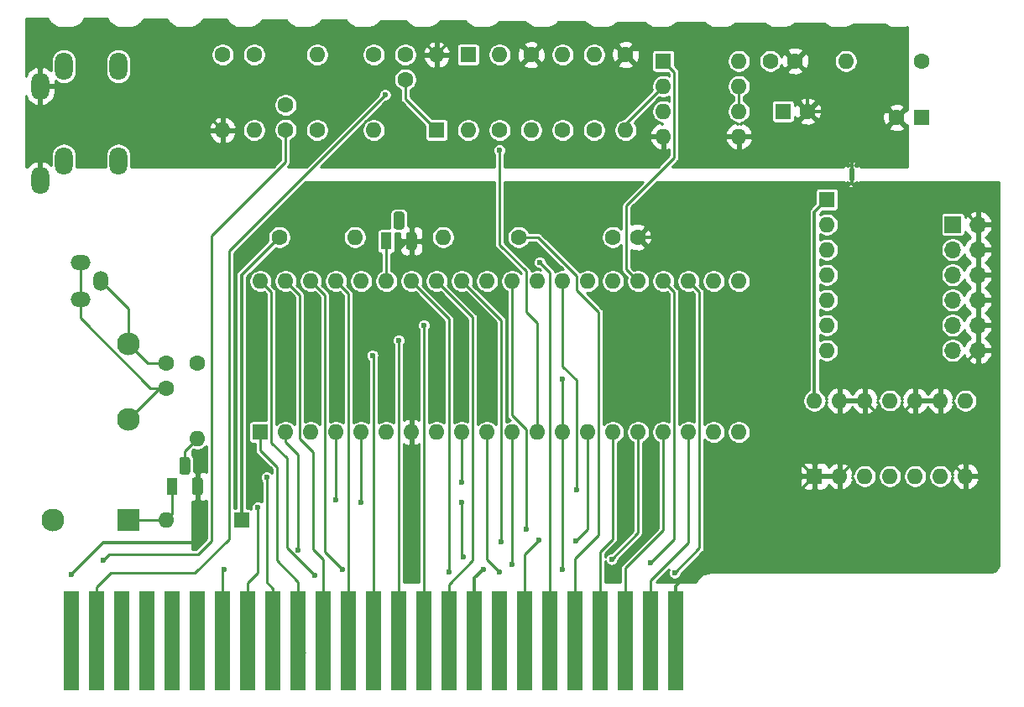
<source format=gtl>
G04 #@! TF.GenerationSoftware,KiCad,Pcbnew,(5.1.12)-1*
G04 #@! TF.CreationDate,2024-01-30T16:17:30+00:00*
G04 #@! TF.ProjectId,CPCIO,43504349-4f2e-46b6-9963-61645f706362,rev?*
G04 #@! TF.SameCoordinates,Original*
G04 #@! TF.FileFunction,Copper,L1,Top*
G04 #@! TF.FilePolarity,Positive*
%FSLAX46Y46*%
G04 Gerber Fmt 4.6, Leading zero omitted, Abs format (unit mm)*
G04 Created by KiCad (PCBNEW (5.1.12)-1) date 2024-01-30 16:17:30*
%MOMM*%
%LPD*%
G01*
G04 APERTURE LIST*
G04 #@! TA.AperFunction,EtchedComponent*
%ADD10C,0.100000*%
G04 #@! TD*
G04 #@! TA.AperFunction,ComponentPad*
%ADD11C,2.300000*%
G04 #@! TD*
G04 #@! TA.AperFunction,ComponentPad*
%ADD12R,2.300000X2.300000*%
G04 #@! TD*
G04 #@! TA.AperFunction,SMDPad,CuDef*
%ADD13R,1.600000X10.000000*%
G04 #@! TD*
G04 #@! TA.AperFunction,ComponentPad*
%ADD14O,2.000000X1.500000*%
G04 #@! TD*
G04 #@! TA.AperFunction,ComponentPad*
%ADD15O,1.500000X2.000000*%
G04 #@! TD*
G04 #@! TA.AperFunction,ComponentPad*
%ADD16O,1.600000X1.600000*%
G04 #@! TD*
G04 #@! TA.AperFunction,ComponentPad*
%ADD17R,1.600000X1.600000*%
G04 #@! TD*
G04 #@! TA.AperFunction,ComponentPad*
%ADD18O,1.700000X1.700000*%
G04 #@! TD*
G04 #@! TA.AperFunction,ComponentPad*
%ADD19R,1.700000X1.700000*%
G04 #@! TD*
G04 #@! TA.AperFunction,ComponentPad*
%ADD20C,1.600000*%
G04 #@! TD*
G04 #@! TA.AperFunction,SMDPad,CuDef*
%ADD21C,0.500000*%
G04 #@! TD*
G04 #@! TA.AperFunction,ComponentPad*
%ADD22R,1.100000X1.800000*%
G04 #@! TD*
G04 #@! TA.AperFunction,ComponentPad*
%ADD23O,1.800000X2.800000*%
G04 #@! TD*
G04 #@! TA.AperFunction,ViaPad*
%ADD24C,0.600000*%
G04 #@! TD*
G04 #@! TA.AperFunction,Conductor*
%ADD25C,0.350000*%
G04 #@! TD*
G04 #@! TA.AperFunction,Conductor*
%ADD26C,0.250000*%
G04 #@! TD*
G04 #@! TA.AperFunction,Conductor*
%ADD27C,0.254000*%
G04 #@! TD*
G04 #@! TA.AperFunction,Conductor*
%ADD28C,0.100000*%
G04 #@! TD*
G04 APERTURE END LIST*
D10*
G36*
X237240000Y-119245000D02*
G01*
X237240000Y-118245000D01*
X237740000Y-118245000D01*
X237740000Y-119245000D01*
X237240000Y-119245000D01*
G37*
D11*
X156845000Y-153670000D03*
X164465000Y-135890000D03*
X164465000Y-143510000D03*
D12*
X164465000Y-153670000D03*
D13*
X219710000Y-165840000D03*
X217170000Y-165840000D03*
X214630000Y-165840000D03*
X212090000Y-165840000D03*
X209550000Y-165840000D03*
X207010000Y-165840000D03*
X204470000Y-165840000D03*
X201930000Y-165840000D03*
X199390000Y-165840000D03*
X196850000Y-165840000D03*
X194310000Y-165840000D03*
X191770000Y-165840000D03*
X189230000Y-165840000D03*
X186690000Y-165840000D03*
X184150000Y-165840000D03*
X181610000Y-165840000D03*
X179070000Y-165840000D03*
X176530000Y-165840000D03*
X173990000Y-165840000D03*
X171450000Y-165840000D03*
X168910000Y-165840000D03*
X166370000Y-165840000D03*
X163830000Y-165840000D03*
X161290000Y-165840000D03*
X158750000Y-165840000D03*
D14*
X159670000Y-127690000D03*
X159670000Y-131390000D03*
D15*
X161670000Y-129540000D03*
D16*
X234950000Y-136525000D03*
X234950000Y-133985000D03*
X234950000Y-131445000D03*
X234950000Y-128905000D03*
X234950000Y-126365000D03*
X234950000Y-123825000D03*
D17*
X234950000Y-121285000D03*
D18*
X250190000Y-136525000D03*
X247650000Y-136525000D03*
X250190000Y-133985000D03*
X247650000Y-133985000D03*
X250190000Y-131445000D03*
X247650000Y-131445000D03*
X250190000Y-128905000D03*
X247650000Y-128905000D03*
X250190000Y-126365000D03*
X247650000Y-126365000D03*
X250190000Y-123825000D03*
D19*
X247650000Y-123825000D03*
D16*
X171450000Y-145415000D03*
D20*
X171450000Y-137795000D03*
D16*
X177800000Y-129540000D03*
X226060000Y-144780000D03*
X180340000Y-129540000D03*
X223520000Y-144780000D03*
X182880000Y-129540000D03*
X220980000Y-144780000D03*
X185420000Y-129540000D03*
X218440000Y-144780000D03*
X187960000Y-129540000D03*
X215900000Y-144780000D03*
X190500000Y-129540000D03*
X213360000Y-144780000D03*
X193040000Y-129540000D03*
X210820000Y-144780000D03*
X195580000Y-129540000D03*
X208280000Y-144780000D03*
X198120000Y-129540000D03*
X205740000Y-144780000D03*
X200660000Y-129540000D03*
X203200000Y-144780000D03*
X203200000Y-129540000D03*
X200660000Y-144780000D03*
X205740000Y-129540000D03*
X198120000Y-144780000D03*
X208280000Y-129540000D03*
X195580000Y-144780000D03*
X210820000Y-129540000D03*
X193040000Y-144780000D03*
X213360000Y-129540000D03*
X190500000Y-144780000D03*
X215900000Y-129540000D03*
X187960000Y-144780000D03*
X218440000Y-129540000D03*
X185420000Y-144780000D03*
X220980000Y-129540000D03*
X182880000Y-144780000D03*
X223520000Y-129540000D03*
X180340000Y-144780000D03*
X226060000Y-129540000D03*
D17*
X177800000Y-144780000D03*
D16*
X183515000Y-106680000D03*
D20*
X183515000Y-114300000D03*
D16*
X233680000Y-141605000D03*
X248920000Y-149225000D03*
X236220000Y-141605000D03*
X246380000Y-149225000D03*
X238760000Y-141605000D03*
X243840000Y-149225000D03*
X241300000Y-141605000D03*
X241300000Y-149225000D03*
X243840000Y-141605000D03*
X238760000Y-149225000D03*
X246380000Y-141605000D03*
X236220000Y-149225000D03*
X248920000Y-141605000D03*
D17*
X233680000Y-149225000D03*
D21*
X237490000Y-118245000D03*
X237490000Y-119245000D03*
D20*
X231735000Y-107315000D03*
X229235000Y-107315000D03*
X168275000Y-140335000D03*
X168275000Y-137835000D03*
X180340000Y-114260000D03*
X180340000Y-111760000D03*
X192405000Y-106680000D03*
X192405000Y-109180000D03*
D22*
X190500000Y-125495000D03*
G04 #@! TA.AperFunction,ComponentPad*
G36*
G01*
X192490000Y-126120000D02*
X192490000Y-124870000D01*
G75*
G02*
X192765000Y-124595000I275000J0D01*
G01*
X193315000Y-124595000D01*
G75*
G02*
X193590000Y-124870000I0J-275000D01*
G01*
X193590000Y-126120000D01*
G75*
G02*
X193315000Y-126395000I-275000J0D01*
G01*
X192765000Y-126395000D01*
G75*
G02*
X192490000Y-126120000I0J275000D01*
G01*
G37*
G04 #@! TD.AperFunction*
G04 #@! TA.AperFunction,ComponentPad*
G36*
G01*
X191220000Y-124050000D02*
X191220000Y-122800000D01*
G75*
G02*
X191495000Y-122525000I275000J0D01*
G01*
X192045000Y-122525000D01*
G75*
G02*
X192320000Y-122800000I0J-275000D01*
G01*
X192320000Y-124050000D01*
G75*
G02*
X192045000Y-124325000I-275000J0D01*
G01*
X191495000Y-124325000D01*
G75*
G02*
X191220000Y-124050000I0J275000D01*
G01*
G37*
G04 #@! TD.AperFunction*
X168910000Y-150260000D03*
G04 #@! TA.AperFunction,ComponentPad*
G36*
G01*
X170900000Y-150885000D02*
X170900000Y-149635000D01*
G75*
G02*
X171175000Y-149360000I275000J0D01*
G01*
X171725000Y-149360000D01*
G75*
G02*
X172000000Y-149635000I0J-275000D01*
G01*
X172000000Y-150885000D01*
G75*
G02*
X171725000Y-151160000I-275000J0D01*
G01*
X171175000Y-151160000D01*
G75*
G02*
X170900000Y-150885000I0J275000D01*
G01*
G37*
G04 #@! TD.AperFunction*
G04 #@! TA.AperFunction,ComponentPad*
G36*
G01*
X169630000Y-148815000D02*
X169630000Y-147565000D01*
G75*
G02*
X169905000Y-147290000I275000J0D01*
G01*
X170455000Y-147290000D01*
G75*
G02*
X170730000Y-147565000I0J-275000D01*
G01*
X170730000Y-148815000D01*
G75*
G02*
X170455000Y-149090000I-275000J0D01*
G01*
X169905000Y-149090000D01*
G75*
G02*
X169630000Y-148815000I0J275000D01*
G01*
G37*
G04 #@! TD.AperFunction*
D16*
X196215000Y-125095000D03*
D20*
X203835000Y-125095000D03*
D16*
X177165000Y-114300000D03*
D20*
X177165000Y-106680000D03*
D16*
X173990000Y-114300000D03*
D20*
X173990000Y-106680000D03*
D16*
X214630000Y-114300000D03*
D20*
X214630000Y-106680000D03*
D16*
X205105000Y-114300000D03*
D20*
X205105000Y-106680000D03*
D16*
X189230000Y-114300000D03*
D20*
X189230000Y-106680000D03*
D16*
X208280000Y-106680000D03*
D20*
X208280000Y-114300000D03*
D16*
X201930000Y-106680000D03*
D20*
X201930000Y-114300000D03*
D16*
X236855000Y-107315000D03*
D20*
X244475000Y-107315000D03*
D16*
X211455000Y-106680000D03*
D20*
X211455000Y-114300000D03*
D23*
X163475000Y-107855000D03*
X157975000Y-107855000D03*
X155575000Y-109855000D03*
X163475000Y-117380000D03*
X157975000Y-117380000D03*
X155575000Y-119380000D03*
D16*
X226060000Y-107315000D03*
X218440000Y-114935000D03*
X226060000Y-109855000D03*
X218440000Y-112395000D03*
X226060000Y-112395000D03*
X218440000Y-109855000D03*
X226060000Y-114935000D03*
D17*
X218440000Y-107315000D03*
D16*
X168275000Y-153670000D03*
D17*
X175895000Y-153670000D03*
D16*
X195580000Y-106680000D03*
D17*
X195580000Y-114300000D03*
D16*
X198755000Y-114300000D03*
D17*
X198755000Y-106680000D03*
D20*
X241975000Y-113030000D03*
D17*
X244475000Y-113030000D03*
D20*
X233005000Y-112395000D03*
D17*
X230505000Y-112395000D03*
D20*
X215860000Y-125095000D03*
X213360000Y-125095000D03*
D16*
X187325000Y-125095000D03*
D20*
X179705000Y-125095000D03*
D24*
X158750000Y-159131000D03*
X200279000Y-158623000D03*
X196850000Y-158877000D03*
X202057000Y-155829000D03*
X194309999Y-133984999D03*
X204597000Y-154559000D03*
X191770000Y-135509002D03*
X198120000Y-149860002D03*
X209677000Y-150622000D03*
X177546000Y-152400000D03*
X189103000Y-137033000D03*
X174117000Y-158623000D03*
X219583000Y-159004000D03*
X205867000Y-155702000D03*
X187960000Y-151892002D03*
X198120000Y-151892000D03*
X198247000Y-157353000D03*
X205994000Y-127635000D03*
X183287632Y-159284632D03*
X186055000Y-158623000D03*
X213233000Y-157607000D03*
X209613500Y-155765500D03*
X203200000Y-158114999D03*
X201929999Y-158877001D03*
X217170000Y-157988000D03*
X185420001Y-151638001D03*
X178435000Y-149352000D03*
X181610000Y-156718000D03*
X201930000Y-116332000D03*
X161925000Y-157734000D03*
X208280001Y-158622998D03*
X208280000Y-139446000D03*
X190373000Y-110744000D03*
D25*
X171450000Y-155829000D02*
X171323000Y-155956000D01*
X171450000Y-149860000D02*
X171450000Y-155829000D01*
X171323000Y-155956000D02*
X171831000Y-155956000D01*
X233680000Y-149225000D02*
X236220000Y-149225000D01*
X237395001Y-148049999D02*
X247744999Y-148049999D01*
X247744999Y-148049999D02*
X248920000Y-149225000D01*
X236220000Y-149225000D02*
X237395001Y-148049999D01*
X236220000Y-149225000D02*
X236220000Y-141605000D01*
X236220000Y-141605000D02*
X238760000Y-141605000D01*
X239935001Y-142780001D02*
X242664999Y-142780001D01*
X242664999Y-142780001D02*
X243840000Y-141605000D01*
X238760000Y-141605000D02*
X239935001Y-142780001D01*
X243840000Y-141605000D02*
X246380000Y-141605000D01*
X246380000Y-140335000D02*
X250190000Y-136525000D01*
X246380000Y-141605000D02*
X246380000Y-140335000D01*
X250190000Y-136525000D02*
X250190000Y-123825000D01*
X191864999Y-126270001D02*
X193040000Y-125095000D01*
X191864999Y-130104001D02*
X191864999Y-126270001D01*
X193040000Y-131279002D02*
X191864999Y-130104001D01*
X193040000Y-144780000D02*
X193040000Y-131279002D01*
X232504999Y-148049999D02*
X233680000Y-149225000D01*
X232504999Y-134245997D02*
X232504999Y-148049999D01*
X223354002Y-125095000D02*
X232504999Y-134245997D01*
X215860000Y-125095000D02*
X223354002Y-125095000D01*
X246247501Y-119882501D02*
X250190000Y-123825000D01*
X171323000Y-155956000D02*
X161925000Y-155956000D01*
X161925000Y-155956000D02*
X159049999Y-158831001D01*
X159049999Y-158831001D02*
X158750000Y-159131000D01*
X219710000Y-160369250D02*
X219710000Y-167640000D01*
X224488375Y-158416625D02*
X233680000Y-149225000D01*
X221662625Y-158416625D02*
X224488375Y-158416625D01*
X221662625Y-158416625D02*
X219710000Y-160369250D01*
X237490000Y-119750002D02*
X237622499Y-119882501D01*
X237490000Y-119245000D02*
X237490000Y-119750002D01*
X237622499Y-119882501D02*
X246247501Y-119882501D01*
X175895000Y-128905000D02*
X175895000Y-153670000D01*
X179705000Y-125095000D02*
X175895000Y-128905000D01*
X233680000Y-122555000D02*
X233680000Y-130810000D01*
X234950000Y-121285000D02*
X233680000Y-122555000D01*
X233680000Y-130810000D02*
X233680000Y-141605000D01*
X199390000Y-159512000D02*
X200279000Y-158623000D01*
X199390000Y-167640000D02*
X199390000Y-159512000D01*
D26*
X209694999Y-130446999D02*
X211945001Y-132697001D01*
X209694999Y-128999999D02*
X209694999Y-130446999D01*
X205790000Y-125095000D02*
X209694999Y-128999999D01*
X203835000Y-125095000D02*
X205790000Y-125095000D01*
X209550000Y-167640000D02*
X209550000Y-157543500D01*
X211945001Y-155148499D02*
X211945001Y-154033001D01*
X210661250Y-156432250D02*
X211945001Y-155148499D01*
X211945001Y-132697001D02*
X211945001Y-154033001D01*
X209550000Y-157543500D02*
X210661250Y-156432250D01*
X220980000Y-144780000D02*
X220980000Y-152654000D01*
X220980000Y-155956000D02*
X220980000Y-144780000D01*
X217170000Y-159766000D02*
X220980000Y-155956000D01*
X217170000Y-167640000D02*
X217170000Y-159766000D01*
X190500000Y-125095000D02*
X190500000Y-129540000D01*
X196850000Y-133350000D02*
X196850000Y-158877000D01*
X193040000Y-129540000D02*
X196850000Y-133350000D01*
X196850000Y-160147000D02*
X196850000Y-167640000D01*
X199245001Y-157751999D02*
X196850000Y-160147000D01*
X199245001Y-133205001D02*
X199245001Y-157751999D01*
X195580000Y-129540000D02*
X199245001Y-133205001D01*
X202057000Y-133477000D02*
X202057000Y-155829000D01*
X198120000Y-129540000D02*
X202057000Y-133477000D01*
X194310000Y-167640000D02*
X194309999Y-160589999D01*
X194309999Y-160589999D02*
X194309999Y-133984999D01*
X203200000Y-129540000D02*
X203200000Y-143114998D01*
X204597000Y-144511998D02*
X204597000Y-154559000D01*
X203200000Y-143114998D02*
X204597000Y-144511998D01*
X191770000Y-167640000D02*
X191770000Y-135509002D01*
X198120000Y-144780000D02*
X198120000Y-149860002D01*
X209677000Y-139536998D02*
X209677000Y-150622000D01*
X208280000Y-138139998D02*
X209677000Y-139536998D01*
X208280000Y-129540000D02*
X208280000Y-138139998D01*
X177546000Y-152400000D02*
X177546000Y-159004000D01*
X176530000Y-160020000D02*
X176530000Y-167640000D01*
X177546000Y-159004000D02*
X176530000Y-160020000D01*
X189230000Y-137160000D02*
X189103000Y-137033000D01*
X189230000Y-167640000D02*
X189230000Y-137160000D01*
X173990000Y-158750000D02*
X174117000Y-158623000D01*
X173990000Y-167640000D02*
X173990000Y-158750000D01*
X220980000Y-129540000D02*
X222105001Y-130665001D01*
X222105001Y-130665001D02*
X222105001Y-156481999D01*
X222105001Y-156481999D02*
X219583000Y-159004000D01*
X204470000Y-167640000D02*
X204470000Y-157099000D01*
X204470000Y-157099000D02*
X205867000Y-155702000D01*
X187960000Y-144780000D02*
X187960000Y-145911370D01*
X187960000Y-145911370D02*
X187960000Y-151892002D01*
X198120000Y-151892000D02*
X198120000Y-157226000D01*
X198120000Y-157226000D02*
X198247000Y-157353000D01*
X207010000Y-167640000D02*
X207010000Y-128651000D01*
X207010000Y-128651000D02*
X205994000Y-127635000D01*
X170180000Y-146685000D02*
X171450000Y-145415000D01*
X170180000Y-148590000D02*
X170180000Y-146685000D01*
X180467000Y-156464000D02*
X183287632Y-159284632D01*
X180467000Y-147410998D02*
X180467000Y-156464000D01*
X178925001Y-145868999D02*
X180467000Y-147410998D01*
X178925001Y-130665001D02*
X178925001Y-145868999D01*
X177800000Y-129540000D02*
X178925001Y-130665001D01*
X184150000Y-160590000D02*
X184150000Y-167640000D01*
X184150000Y-157643004D02*
X184150000Y-157988000D01*
X184150000Y-167640000D02*
X184150000Y-157643004D01*
X181754999Y-130954999D02*
X180340000Y-129540000D01*
X181754999Y-145415000D02*
X181754999Y-130954999D01*
X183115998Y-146775999D02*
X181754999Y-145415000D01*
X183115998Y-156609002D02*
X183115998Y-146775999D01*
X184150000Y-157643004D02*
X183115998Y-156609002D01*
X182880000Y-129540000D02*
X184294999Y-130954999D01*
X186055000Y-158623000D02*
X184294999Y-156862999D01*
X184294999Y-156862999D02*
X184294999Y-156354999D01*
X184294999Y-130954999D02*
X184294999Y-156354999D01*
X185420000Y-129540000D02*
X186690000Y-130810000D01*
X186690000Y-167640000D02*
X186690000Y-157480000D01*
X186690000Y-157480000D02*
X186690000Y-157988000D01*
X186690000Y-130810000D02*
X186690000Y-157480000D01*
X218440000Y-154686000D02*
X218440000Y-144780000D01*
X214630000Y-158496000D02*
X218440000Y-154686000D01*
X214630000Y-167640000D02*
X214630000Y-158496000D01*
X215900000Y-144780000D02*
X215900000Y-154940000D01*
X215900000Y-154940000D02*
X213233000Y-157607000D01*
X213360000Y-155575000D02*
X213360000Y-144780000D01*
X212090000Y-156845000D02*
X213360000Y-155575000D01*
X212090000Y-167640000D02*
X212090000Y-156845000D01*
X210820000Y-144780000D02*
X210820000Y-154559000D01*
X210820000Y-154559000D02*
X209613500Y-155765500D01*
X203200000Y-144780000D02*
X203200000Y-145911370D01*
X203200000Y-145911370D02*
X203200000Y-158114999D01*
X200660000Y-144780000D02*
X200660000Y-157607002D01*
X200660000Y-157607002D02*
X201929999Y-158877001D01*
X219565001Y-130665001D02*
X219565001Y-155592999D01*
X218440000Y-129540000D02*
X219565001Y-130665001D01*
X219565001Y-155592999D02*
X217170000Y-157988000D01*
X185420000Y-144780000D02*
X185420001Y-145911371D01*
X185420001Y-145911371D02*
X185420001Y-151638001D01*
X179070000Y-167640000D02*
X179070000Y-160590000D01*
X179070000Y-160590000D02*
X178435000Y-159955000D01*
X178435000Y-159955000D02*
X178435000Y-149352000D01*
X180340000Y-145796000D02*
X180340000Y-144780000D01*
X181610000Y-147066000D02*
X180340000Y-145796000D01*
X181610000Y-156718000D02*
X181610000Y-147066000D01*
X181610000Y-167640000D02*
X182235001Y-167014999D01*
X179451000Y-148317999D02*
X177800000Y-146666999D01*
X179451000Y-157734000D02*
X179451000Y-148317999D01*
X181610000Y-159893000D02*
X179451000Y-157734000D01*
X177800000Y-146666999D02*
X177800000Y-144780000D01*
X181610000Y-167640000D02*
X181610000Y-159893000D01*
X192405000Y-111125000D02*
X195580000Y-114300000D01*
X192405000Y-109180000D02*
X192405000Y-111125000D01*
X214630000Y-113665000D02*
X214630000Y-114300000D01*
X218440000Y-109855000D02*
X214630000Y-113665000D01*
X167640000Y-140335000D02*
X168275000Y-140335000D01*
X164465000Y-143510000D02*
X167640000Y-140335000D01*
X168275000Y-140335000D02*
X166726998Y-140335000D01*
X159670000Y-127690000D02*
X159670000Y-131390000D01*
X159670000Y-133278002D02*
X159753999Y-133362001D01*
X159670000Y-131390000D02*
X159670000Y-133278002D01*
X166726998Y-140335000D02*
X159753999Y-133362001D01*
X166410000Y-137835000D02*
X164465000Y-135890000D01*
X168275000Y-137835000D02*
X166410000Y-137835000D01*
X164465000Y-132335000D02*
X161670000Y-129540000D01*
X164465000Y-135890000D02*
X164465000Y-132335000D01*
X168275000Y-153670000D02*
X164465000Y-153670000D01*
X168910000Y-153035000D02*
X168275000Y-153670000D01*
X168910000Y-149860000D02*
X168910000Y-153035000D01*
D25*
X233005000Y-108585000D02*
X231735000Y-107315000D01*
X233005000Y-112395000D02*
X233005000Y-108585000D01*
X230465000Y-114935000D02*
X233005000Y-112395000D01*
X226060000Y-114935000D02*
X230465000Y-114935000D01*
X241340000Y-112395000D02*
X241975000Y-113030000D01*
X233005000Y-112395000D02*
X241340000Y-112395000D01*
X215170001Y-106139999D02*
X214630000Y-106680000D01*
X230559999Y-106139999D02*
X215170001Y-106139999D01*
X231735000Y-107315000D02*
X230559999Y-106139999D01*
X206280001Y-105504999D02*
X205105000Y-106680000D01*
X213454999Y-105504999D02*
X206280001Y-105504999D01*
X214630000Y-106680000D02*
X213454999Y-105504999D01*
X196755001Y-105504999D02*
X195580000Y-106680000D01*
X203929999Y-105504999D02*
X196755001Y-105504999D01*
X205105000Y-106680000D02*
X203929999Y-105504999D01*
X155575000Y-107951864D02*
X155575000Y-109855000D01*
X158021865Y-105504999D02*
X155575000Y-107951864D01*
X194404999Y-105504999D02*
X158021865Y-105504999D01*
X195580000Y-106680000D02*
X194404999Y-105504999D01*
X155575000Y-109855000D02*
X155575000Y-119380000D01*
X169545000Y-109855000D02*
X173990000Y-114300000D01*
X155575000Y-109855000D02*
X169545000Y-109855000D01*
X237490000Y-116880000D02*
X233005000Y-112395000D01*
X237490000Y-118245000D02*
X237490000Y-116880000D01*
D26*
X205740000Y-144780000D02*
X205740000Y-133745002D01*
X180340000Y-117475000D02*
X180340000Y-114260000D01*
X171513500Y-157099000D02*
X172847000Y-155765500D01*
X172847000Y-124968000D02*
X180340000Y-117475000D01*
X172847000Y-155765500D02*
X172847000Y-124968000D01*
X162560000Y-157099000D02*
X163449000Y-157099000D01*
X161925000Y-157734000D02*
X162560000Y-157099000D01*
X163449000Y-157099000D02*
X171513500Y-157099000D01*
X163068000Y-157099000D02*
X163449000Y-157099000D01*
X204614999Y-128541999D02*
X201930000Y-125857000D01*
X204614999Y-132620001D02*
X204614999Y-128541999D01*
X205740000Y-133745002D02*
X204614999Y-132620001D01*
X201930000Y-125857000D02*
X201930000Y-116332000D01*
X208280000Y-156972000D02*
X208280000Y-157226000D01*
X208280000Y-144780000D02*
X208280000Y-156972000D01*
X208280000Y-156972000D02*
X208280001Y-158198734D01*
X208280001Y-158198734D02*
X208280001Y-158622998D01*
X208280000Y-144780000D02*
X208280001Y-145911371D01*
X208280001Y-145911371D02*
X208280001Y-158622998D01*
X208280000Y-144780000D02*
X208280000Y-143648630D01*
X208280000Y-143648630D02*
X208280000Y-139446000D01*
X218440000Y-107315000D02*
X219565001Y-108440001D01*
X214734999Y-121906003D02*
X219565001Y-117076001D01*
X214734999Y-128374999D02*
X214734999Y-121906003D01*
X215900000Y-129540000D02*
X214734999Y-128374999D01*
X219565001Y-108440001D02*
X219565001Y-117076001D01*
X190373000Y-110744000D02*
X174625000Y-126492000D01*
X174625000Y-126492000D02*
X174625000Y-155576411D01*
X174625000Y-155576411D02*
X171197411Y-159004000D01*
X171197411Y-159004000D02*
X162687000Y-159004000D01*
X161290000Y-160401000D02*
X162687000Y-159004000D01*
X161290000Y-167640000D02*
X161290000Y-160401000D01*
X226060000Y-109855000D02*
X226060000Y-112395000D01*
D27*
X156341890Y-103020292D02*
X156342530Y-103022358D01*
X156358537Y-103060437D01*
X156374027Y-103098778D01*
X156377017Y-103104400D01*
X156469842Y-103276077D01*
X156492968Y-103310364D01*
X156515584Y-103344925D01*
X156519601Y-103349850D01*
X156519607Y-103349858D01*
X156519614Y-103349865D01*
X156644012Y-103500237D01*
X156673345Y-103529366D01*
X156702254Y-103558887D01*
X156707161Y-103562946D01*
X156858403Y-103686296D01*
X156892847Y-103709181D01*
X156926928Y-103732517D01*
X156932521Y-103735541D01*
X156932529Y-103735546D01*
X156932537Y-103735549D01*
X157104852Y-103827171D01*
X157143066Y-103842921D01*
X157181049Y-103859201D01*
X157187132Y-103861084D01*
X157373968Y-103917493D01*
X157414511Y-103925521D01*
X157454935Y-103934114D01*
X157461268Y-103934779D01*
X157655501Y-103953824D01*
X157655507Y-103953824D01*
X157677601Y-103956000D01*
X158722399Y-103956000D01*
X158742129Y-103954057D01*
X158748311Y-103954100D01*
X158754647Y-103953478D01*
X158948744Y-103933077D01*
X158989233Y-103924766D01*
X159029825Y-103917023D01*
X159035916Y-103915183D01*
X159035922Y-103915182D01*
X159035928Y-103915180D01*
X159222358Y-103857470D01*
X159260437Y-103841463D01*
X159298778Y-103825973D01*
X159304400Y-103822983D01*
X159476077Y-103730158D01*
X159510364Y-103707032D01*
X159544925Y-103684416D01*
X159549850Y-103680399D01*
X159549858Y-103680393D01*
X159549865Y-103680386D01*
X159700237Y-103555988D01*
X159729366Y-103526655D01*
X159758887Y-103497746D01*
X159762946Y-103492839D01*
X159886296Y-103341597D01*
X159909181Y-103307153D01*
X159932517Y-103273072D01*
X159935541Y-103267479D01*
X159935546Y-103267471D01*
X159935549Y-103267463D01*
X160027171Y-103095148D01*
X160042921Y-103056934D01*
X160047442Y-103046387D01*
X162359439Y-103062669D01*
X162374027Y-103098778D01*
X162377017Y-103104400D01*
X162469842Y-103276077D01*
X162492968Y-103310364D01*
X162515584Y-103344925D01*
X162519601Y-103349850D01*
X162519607Y-103349858D01*
X162519614Y-103349865D01*
X162644012Y-103500237D01*
X162673345Y-103529366D01*
X162702254Y-103558887D01*
X162707161Y-103562946D01*
X162858403Y-103686296D01*
X162892847Y-103709181D01*
X162926928Y-103732517D01*
X162932521Y-103735541D01*
X162932529Y-103735546D01*
X162932537Y-103735549D01*
X163104852Y-103827171D01*
X163143066Y-103842921D01*
X163181049Y-103859201D01*
X163187132Y-103861084D01*
X163373968Y-103917493D01*
X163414511Y-103925521D01*
X163454935Y-103934114D01*
X163461268Y-103934779D01*
X163655501Y-103953824D01*
X163655507Y-103953824D01*
X163677601Y-103956000D01*
X164722399Y-103956000D01*
X164742129Y-103954057D01*
X164748311Y-103954100D01*
X164754647Y-103953478D01*
X164948744Y-103933077D01*
X164989233Y-103924766D01*
X165029825Y-103917023D01*
X165035916Y-103915183D01*
X165035922Y-103915182D01*
X165035928Y-103915180D01*
X165222358Y-103857470D01*
X165260437Y-103841463D01*
X165298778Y-103825973D01*
X165304400Y-103822983D01*
X165476077Y-103730158D01*
X165510364Y-103707032D01*
X165544925Y-103684416D01*
X165549850Y-103680399D01*
X165549858Y-103680393D01*
X165549865Y-103680386D01*
X165700237Y-103555988D01*
X165729366Y-103526655D01*
X165758887Y-103497746D01*
X165762946Y-103492839D01*
X165886296Y-103341597D01*
X165909181Y-103307153D01*
X165932517Y-103273072D01*
X165935541Y-103267479D01*
X165935546Y-103267471D01*
X165935549Y-103267463D01*
X166027171Y-103095148D01*
X166029904Y-103088517D01*
X168377368Y-103105048D01*
X168469842Y-103276077D01*
X168492968Y-103310364D01*
X168515584Y-103344925D01*
X168519601Y-103349850D01*
X168519607Y-103349858D01*
X168519614Y-103349865D01*
X168644012Y-103500237D01*
X168673345Y-103529366D01*
X168702254Y-103558887D01*
X168707161Y-103562946D01*
X168858403Y-103686296D01*
X168892847Y-103709181D01*
X168926928Y-103732517D01*
X168932521Y-103735541D01*
X168932529Y-103735546D01*
X168932537Y-103735549D01*
X169104852Y-103827171D01*
X169143066Y-103842921D01*
X169181049Y-103859201D01*
X169187132Y-103861084D01*
X169373968Y-103917493D01*
X169414511Y-103925521D01*
X169454935Y-103934114D01*
X169461268Y-103934779D01*
X169655501Y-103953824D01*
X169655507Y-103953824D01*
X169677601Y-103956000D01*
X170722399Y-103956000D01*
X170742129Y-103954057D01*
X170748311Y-103954100D01*
X170754647Y-103953478D01*
X170948744Y-103933077D01*
X170989233Y-103924766D01*
X171029825Y-103917023D01*
X171035916Y-103915183D01*
X171035922Y-103915182D01*
X171035928Y-103915180D01*
X171222358Y-103857470D01*
X171260437Y-103841463D01*
X171298778Y-103825973D01*
X171304400Y-103822983D01*
X171476077Y-103730158D01*
X171510364Y-103707032D01*
X171544925Y-103684416D01*
X171549850Y-103680399D01*
X171549858Y-103680393D01*
X171549865Y-103680386D01*
X171700237Y-103555988D01*
X171729366Y-103526655D01*
X171758887Y-103497746D01*
X171762946Y-103492839D01*
X171886296Y-103341597D01*
X171909181Y-103307153D01*
X171932517Y-103273072D01*
X171935541Y-103267479D01*
X171935546Y-103267471D01*
X171935549Y-103267463D01*
X172008311Y-103130618D01*
X174400301Y-103147463D01*
X174469842Y-103276077D01*
X174492968Y-103310364D01*
X174515584Y-103344925D01*
X174519601Y-103349850D01*
X174519607Y-103349858D01*
X174519614Y-103349865D01*
X174644012Y-103500237D01*
X174673345Y-103529366D01*
X174702254Y-103558887D01*
X174707161Y-103562946D01*
X174858403Y-103686296D01*
X174892847Y-103709181D01*
X174926928Y-103732517D01*
X174932521Y-103735541D01*
X174932529Y-103735546D01*
X174932537Y-103735549D01*
X175104852Y-103827171D01*
X175143066Y-103842921D01*
X175181049Y-103859201D01*
X175187132Y-103861084D01*
X175373968Y-103917493D01*
X175414511Y-103925521D01*
X175454935Y-103934114D01*
X175461268Y-103934779D01*
X175655501Y-103953824D01*
X175655507Y-103953824D01*
X175677601Y-103956000D01*
X176722399Y-103956000D01*
X176742129Y-103954057D01*
X176748311Y-103954100D01*
X176754647Y-103953478D01*
X176948744Y-103933077D01*
X176989233Y-103924766D01*
X177029825Y-103917023D01*
X177035916Y-103915183D01*
X177035922Y-103915182D01*
X177035928Y-103915180D01*
X177222358Y-103857470D01*
X177260437Y-103841463D01*
X177298778Y-103825973D01*
X177304400Y-103822983D01*
X177476077Y-103730158D01*
X177510364Y-103707032D01*
X177544925Y-103684416D01*
X177549850Y-103680399D01*
X177549858Y-103680393D01*
X177549865Y-103680386D01*
X177700237Y-103555988D01*
X177729366Y-103526655D01*
X177758887Y-103497746D01*
X177762946Y-103492839D01*
X177886296Y-103341597D01*
X177909181Y-103307153D01*
X177932517Y-103273072D01*
X177935541Y-103267479D01*
X177935546Y-103267471D01*
X177935549Y-103267463D01*
X177985928Y-103172714D01*
X180423235Y-103189878D01*
X180469842Y-103276077D01*
X180492968Y-103310364D01*
X180515584Y-103344925D01*
X180519601Y-103349850D01*
X180519607Y-103349858D01*
X180519614Y-103349865D01*
X180644012Y-103500237D01*
X180673345Y-103529366D01*
X180702254Y-103558887D01*
X180707161Y-103562946D01*
X180858403Y-103686296D01*
X180892847Y-103709181D01*
X180926928Y-103732517D01*
X180932521Y-103735541D01*
X180932529Y-103735546D01*
X180932537Y-103735549D01*
X181104852Y-103827171D01*
X181143066Y-103842921D01*
X181181049Y-103859201D01*
X181187132Y-103861084D01*
X181373968Y-103917493D01*
X181414511Y-103925521D01*
X181454935Y-103934114D01*
X181461268Y-103934779D01*
X181655501Y-103953824D01*
X181655507Y-103953824D01*
X181677601Y-103956000D01*
X182722399Y-103956000D01*
X182742129Y-103954057D01*
X182748311Y-103954100D01*
X182754647Y-103953478D01*
X182948744Y-103933077D01*
X182989233Y-103924766D01*
X183029825Y-103917023D01*
X183035916Y-103915183D01*
X183035922Y-103915182D01*
X183035928Y-103915180D01*
X183222358Y-103857470D01*
X183260437Y-103841463D01*
X183298778Y-103825973D01*
X183304400Y-103822983D01*
X183476077Y-103730158D01*
X183510364Y-103707032D01*
X183544925Y-103684416D01*
X183549850Y-103680399D01*
X183549858Y-103680393D01*
X183549865Y-103680386D01*
X183700237Y-103555988D01*
X183729366Y-103526655D01*
X183758887Y-103497746D01*
X183762946Y-103492839D01*
X183886296Y-103341597D01*
X183909181Y-103307153D01*
X183932517Y-103273072D01*
X183935541Y-103267479D01*
X183935546Y-103267471D01*
X183935549Y-103267463D01*
X183963545Y-103214810D01*
X186446168Y-103232293D01*
X186469842Y-103276077D01*
X186492968Y-103310364D01*
X186515584Y-103344925D01*
X186519601Y-103349850D01*
X186519607Y-103349858D01*
X186519614Y-103349865D01*
X186644012Y-103500237D01*
X186673345Y-103529366D01*
X186702254Y-103558887D01*
X186707161Y-103562946D01*
X186858403Y-103686296D01*
X186892847Y-103709181D01*
X186926928Y-103732517D01*
X186932521Y-103735541D01*
X186932529Y-103735546D01*
X186932537Y-103735549D01*
X187104852Y-103827171D01*
X187143066Y-103842921D01*
X187181049Y-103859201D01*
X187187132Y-103861084D01*
X187373968Y-103917493D01*
X187414511Y-103925521D01*
X187454935Y-103934114D01*
X187461268Y-103934779D01*
X187655501Y-103953824D01*
X187655507Y-103953824D01*
X187677601Y-103956000D01*
X188722399Y-103956000D01*
X188742129Y-103954057D01*
X188748311Y-103954100D01*
X188754647Y-103953478D01*
X188948744Y-103933077D01*
X188989233Y-103924766D01*
X189029825Y-103917023D01*
X189035916Y-103915183D01*
X189035922Y-103915182D01*
X189035928Y-103915180D01*
X189222358Y-103857470D01*
X189260437Y-103841463D01*
X189298778Y-103825973D01*
X189304400Y-103822983D01*
X189476077Y-103730158D01*
X189510364Y-103707032D01*
X189544925Y-103684416D01*
X189549850Y-103680399D01*
X189549858Y-103680393D01*
X189549865Y-103680386D01*
X189700237Y-103555988D01*
X189729366Y-103526655D01*
X189758887Y-103497746D01*
X189762946Y-103492839D01*
X189886296Y-103341597D01*
X189909181Y-103307153D01*
X189932517Y-103273072D01*
X189935541Y-103267479D01*
X189935546Y-103267471D01*
X189935549Y-103267463D01*
X189941162Y-103256906D01*
X192469102Y-103274708D01*
X192469842Y-103276077D01*
X192492968Y-103310364D01*
X192515584Y-103344925D01*
X192519601Y-103349850D01*
X192519607Y-103349858D01*
X192519614Y-103349865D01*
X192644012Y-103500237D01*
X192673345Y-103529366D01*
X192702254Y-103558887D01*
X192707161Y-103562946D01*
X192858403Y-103686296D01*
X192892847Y-103709181D01*
X192926928Y-103732517D01*
X192932521Y-103735541D01*
X192932529Y-103735546D01*
X192932537Y-103735549D01*
X193104852Y-103827171D01*
X193143066Y-103842921D01*
X193181049Y-103859201D01*
X193187132Y-103861084D01*
X193373968Y-103917493D01*
X193414511Y-103925521D01*
X193454935Y-103934114D01*
X193461268Y-103934779D01*
X193655501Y-103953824D01*
X193655507Y-103953824D01*
X193677601Y-103956000D01*
X194722399Y-103956000D01*
X194742129Y-103954057D01*
X194748311Y-103954100D01*
X194754647Y-103953478D01*
X194948744Y-103933077D01*
X194989233Y-103924766D01*
X195029825Y-103917023D01*
X195035916Y-103915183D01*
X195035922Y-103915182D01*
X195035928Y-103915180D01*
X195222358Y-103857470D01*
X195260437Y-103841463D01*
X195298778Y-103825973D01*
X195304400Y-103822983D01*
X195476077Y-103730158D01*
X195510364Y-103707032D01*
X195544925Y-103684416D01*
X195549850Y-103680399D01*
X195549858Y-103680393D01*
X195549865Y-103680386D01*
X195700237Y-103555988D01*
X195729366Y-103526655D01*
X195758887Y-103497746D01*
X195762946Y-103492839D01*
X195886296Y-103341597D01*
X195909181Y-103307153D01*
X195914781Y-103298974D01*
X198497416Y-103317161D01*
X198515584Y-103344925D01*
X198519601Y-103349850D01*
X198519607Y-103349858D01*
X198519614Y-103349865D01*
X198644012Y-103500237D01*
X198673345Y-103529366D01*
X198702254Y-103558887D01*
X198707161Y-103562946D01*
X198858403Y-103686296D01*
X198892847Y-103709181D01*
X198926928Y-103732517D01*
X198932521Y-103735541D01*
X198932529Y-103735546D01*
X198932537Y-103735549D01*
X199104852Y-103827171D01*
X199143066Y-103842921D01*
X199181049Y-103859201D01*
X199187132Y-103861084D01*
X199373968Y-103917493D01*
X199414511Y-103925521D01*
X199454935Y-103934114D01*
X199461268Y-103934779D01*
X199655501Y-103953824D01*
X199655507Y-103953824D01*
X199677601Y-103956000D01*
X200722399Y-103956000D01*
X200742129Y-103954057D01*
X200748311Y-103954100D01*
X200754647Y-103953478D01*
X200948744Y-103933077D01*
X200989233Y-103924766D01*
X201029825Y-103917023D01*
X201035916Y-103915183D01*
X201035922Y-103915182D01*
X201035928Y-103915180D01*
X201222358Y-103857470D01*
X201260437Y-103841463D01*
X201298778Y-103825973D01*
X201304400Y-103822983D01*
X201476077Y-103730158D01*
X201510364Y-103707032D01*
X201544925Y-103684416D01*
X201549850Y-103680399D01*
X201549858Y-103680393D01*
X201549865Y-103680386D01*
X201700237Y-103555988D01*
X201729366Y-103526655D01*
X201758887Y-103497746D01*
X201762946Y-103492839D01*
X201886296Y-103341597D01*
X201886673Y-103341029D01*
X204527691Y-103359628D01*
X204644012Y-103500237D01*
X204673345Y-103529366D01*
X204702254Y-103558887D01*
X204707161Y-103562946D01*
X204858403Y-103686296D01*
X204892847Y-103709181D01*
X204926928Y-103732517D01*
X204932521Y-103735541D01*
X204932529Y-103735546D01*
X204932537Y-103735549D01*
X205104852Y-103827171D01*
X205143066Y-103842921D01*
X205181049Y-103859201D01*
X205187132Y-103861084D01*
X205373968Y-103917493D01*
X205414511Y-103925521D01*
X205454935Y-103934114D01*
X205461268Y-103934779D01*
X205655501Y-103953824D01*
X205655507Y-103953824D01*
X205677601Y-103956000D01*
X206722399Y-103956000D01*
X206742129Y-103954057D01*
X206748311Y-103954100D01*
X206754647Y-103953478D01*
X206948744Y-103933077D01*
X206989233Y-103924766D01*
X207029825Y-103917023D01*
X207035916Y-103915183D01*
X207035922Y-103915182D01*
X207035928Y-103915180D01*
X207222358Y-103857470D01*
X207260437Y-103841463D01*
X207298778Y-103825973D01*
X207304400Y-103822983D01*
X207476077Y-103730158D01*
X207510364Y-103707032D01*
X207544925Y-103684416D01*
X207549850Y-103680399D01*
X207549858Y-103680393D01*
X207549865Y-103680386D01*
X207700237Y-103555988D01*
X207729366Y-103526655D01*
X207758887Y-103497746D01*
X207762946Y-103492839D01*
X207852494Y-103383042D01*
X210562850Y-103402129D01*
X210644012Y-103500237D01*
X210673345Y-103529366D01*
X210702254Y-103558887D01*
X210707161Y-103562946D01*
X210858403Y-103686296D01*
X210892847Y-103709181D01*
X210926928Y-103732517D01*
X210932521Y-103735541D01*
X210932529Y-103735546D01*
X210932537Y-103735549D01*
X211104852Y-103827171D01*
X211143066Y-103842921D01*
X211181049Y-103859201D01*
X211187132Y-103861084D01*
X211373968Y-103917493D01*
X211414511Y-103925521D01*
X211454935Y-103934114D01*
X211461268Y-103934779D01*
X211655501Y-103953824D01*
X211655507Y-103953824D01*
X211677601Y-103956000D01*
X212722399Y-103956000D01*
X212742129Y-103954057D01*
X212748311Y-103954100D01*
X212754647Y-103953478D01*
X212948744Y-103933077D01*
X212989233Y-103924766D01*
X213029825Y-103917023D01*
X213035916Y-103915183D01*
X213035922Y-103915182D01*
X213035928Y-103915180D01*
X213222358Y-103857470D01*
X213260437Y-103841463D01*
X213298778Y-103825973D01*
X213304400Y-103822983D01*
X213476077Y-103730158D01*
X213510364Y-103707032D01*
X213544925Y-103684416D01*
X213549850Y-103680399D01*
X213549858Y-103680393D01*
X213549865Y-103680386D01*
X213700237Y-103555988D01*
X213729366Y-103526655D01*
X213758887Y-103497746D01*
X213762946Y-103492839D01*
X213818230Y-103425054D01*
X216598010Y-103444630D01*
X216644012Y-103500237D01*
X216673345Y-103529366D01*
X216702254Y-103558887D01*
X216707161Y-103562946D01*
X216858403Y-103686296D01*
X216892847Y-103709181D01*
X216926928Y-103732517D01*
X216932521Y-103735541D01*
X216932529Y-103735546D01*
X216932537Y-103735549D01*
X217104852Y-103827171D01*
X217143066Y-103842921D01*
X217181049Y-103859201D01*
X217187132Y-103861084D01*
X217373968Y-103917493D01*
X217414511Y-103925521D01*
X217454935Y-103934114D01*
X217461268Y-103934779D01*
X217655501Y-103953824D01*
X217655507Y-103953824D01*
X217677601Y-103956000D01*
X218722399Y-103956000D01*
X218742129Y-103954057D01*
X218748311Y-103954100D01*
X218754647Y-103953478D01*
X218948744Y-103933077D01*
X218989233Y-103924766D01*
X219029825Y-103917023D01*
X219035916Y-103915183D01*
X219035922Y-103915182D01*
X219035928Y-103915180D01*
X219222358Y-103857470D01*
X219260437Y-103841463D01*
X219298778Y-103825973D01*
X219304400Y-103822983D01*
X219476077Y-103730158D01*
X219510364Y-103707032D01*
X219544925Y-103684416D01*
X219549850Y-103680399D01*
X219549858Y-103680393D01*
X219549865Y-103680386D01*
X219700237Y-103555988D01*
X219729366Y-103526655D01*
X219758887Y-103497746D01*
X219762946Y-103492839D01*
X219783965Y-103467067D01*
X222633170Y-103487131D01*
X222644012Y-103500237D01*
X222673345Y-103529366D01*
X222702254Y-103558887D01*
X222707161Y-103562946D01*
X222858403Y-103686296D01*
X222892847Y-103709181D01*
X222926928Y-103732517D01*
X222932521Y-103735541D01*
X222932529Y-103735546D01*
X222932537Y-103735549D01*
X223104852Y-103827171D01*
X223143066Y-103842921D01*
X223181049Y-103859201D01*
X223187132Y-103861084D01*
X223373968Y-103917493D01*
X223414511Y-103925521D01*
X223454935Y-103934114D01*
X223461268Y-103934779D01*
X223655501Y-103953824D01*
X223655507Y-103953824D01*
X223677601Y-103956000D01*
X224722399Y-103956000D01*
X224742129Y-103954057D01*
X224748311Y-103954100D01*
X224754647Y-103953478D01*
X224948744Y-103933077D01*
X224989233Y-103924766D01*
X225029825Y-103917023D01*
X225035916Y-103915183D01*
X225035922Y-103915182D01*
X225035928Y-103915180D01*
X225222358Y-103857470D01*
X225260437Y-103841463D01*
X225298778Y-103825973D01*
X225304400Y-103822983D01*
X225476077Y-103730158D01*
X225510364Y-103707032D01*
X225544925Y-103684416D01*
X225549850Y-103680399D01*
X225549858Y-103680393D01*
X225549865Y-103680386D01*
X225700237Y-103555988D01*
X225729366Y-103526655D01*
X225747331Y-103509062D01*
X228673643Y-103529670D01*
X228702254Y-103558887D01*
X228707161Y-103562946D01*
X228858403Y-103686296D01*
X228892847Y-103709181D01*
X228926928Y-103732517D01*
X228932521Y-103735541D01*
X228932529Y-103735546D01*
X228932537Y-103735549D01*
X229104852Y-103827171D01*
X229143066Y-103842921D01*
X229181049Y-103859201D01*
X229187132Y-103861084D01*
X229373968Y-103917493D01*
X229414511Y-103925521D01*
X229454935Y-103934114D01*
X229461268Y-103934779D01*
X229655501Y-103953824D01*
X229655507Y-103953824D01*
X229677601Y-103956000D01*
X230722399Y-103956000D01*
X230742129Y-103954057D01*
X230748311Y-103954100D01*
X230754647Y-103953478D01*
X230948744Y-103933077D01*
X230989233Y-103924766D01*
X231029825Y-103917023D01*
X231035916Y-103915183D01*
X231035922Y-103915182D01*
X231035928Y-103915180D01*
X231222358Y-103857470D01*
X231260437Y-103841463D01*
X231298778Y-103825973D01*
X231304400Y-103822983D01*
X231476077Y-103730158D01*
X231510364Y-103707032D01*
X231544925Y-103684416D01*
X231549850Y-103680399D01*
X231549858Y-103680393D01*
X231549865Y-103680386D01*
X231700237Y-103555988D01*
X231705172Y-103551019D01*
X234718556Y-103572240D01*
X234858403Y-103686296D01*
X234892847Y-103709181D01*
X234926928Y-103732517D01*
X234932521Y-103735541D01*
X234932529Y-103735546D01*
X234932537Y-103735549D01*
X235104852Y-103827171D01*
X235143066Y-103842921D01*
X235181049Y-103859201D01*
X235187132Y-103861084D01*
X235373968Y-103917493D01*
X235414511Y-103925521D01*
X235454935Y-103934114D01*
X235461268Y-103934779D01*
X235655501Y-103953824D01*
X235655507Y-103953824D01*
X235677601Y-103956000D01*
X236722399Y-103956000D01*
X236742129Y-103954057D01*
X236748311Y-103954100D01*
X236754647Y-103953478D01*
X236948744Y-103933077D01*
X236989233Y-103924766D01*
X237029825Y-103917023D01*
X237035916Y-103915183D01*
X237035922Y-103915182D01*
X237035928Y-103915180D01*
X237222358Y-103857470D01*
X237260437Y-103841463D01*
X237298778Y-103825973D01*
X237304400Y-103822983D01*
X237476077Y-103730158D01*
X237510364Y-103707032D01*
X237544925Y-103684416D01*
X237549850Y-103680399D01*
X237549858Y-103680393D01*
X237549865Y-103680386D01*
X237655590Y-103592923D01*
X240770815Y-103614861D01*
X240858403Y-103686296D01*
X240892847Y-103709181D01*
X240926928Y-103732517D01*
X240932521Y-103735541D01*
X240932529Y-103735546D01*
X240932537Y-103735549D01*
X241104852Y-103827171D01*
X241143066Y-103842921D01*
X241181049Y-103859201D01*
X241187132Y-103861084D01*
X241373968Y-103917493D01*
X241414511Y-103925521D01*
X241454935Y-103934114D01*
X241461268Y-103934779D01*
X241655501Y-103953824D01*
X241655507Y-103953824D01*
X241677601Y-103956000D01*
X242722399Y-103956000D01*
X242742129Y-103954057D01*
X242748311Y-103954100D01*
X242754647Y-103953478D01*
X242948744Y-103933077D01*
X242989233Y-103924766D01*
X243029825Y-103917023D01*
X243035916Y-103915183D01*
X243035922Y-103915182D01*
X243035928Y-103915180D01*
X243078000Y-103902156D01*
X243078000Y-112249266D01*
X242967702Y-112216903D01*
X242154605Y-113030000D01*
X242967702Y-113843097D01*
X243078000Y-113810734D01*
X243078000Y-117983000D01*
X238339516Y-117983000D01*
X238274827Y-117826826D01*
X238086164Y-117822784D01*
X237967793Y-117941155D01*
X237955252Y-117930632D01*
X237954081Y-117929988D01*
X237953052Y-117929137D01*
X237921554Y-117912106D01*
X237890092Y-117894809D01*
X237888816Y-117894404D01*
X237887643Y-117893770D01*
X237853402Y-117883171D01*
X237819214Y-117872326D01*
X237817888Y-117872177D01*
X237816611Y-117871782D01*
X237780936Y-117868032D01*
X237745320Y-117864037D01*
X237742757Y-117864019D01*
X237742660Y-117864009D01*
X237742563Y-117864018D01*
X237740000Y-117864000D01*
X237697052Y-117864000D01*
X237912216Y-117648836D01*
X237908174Y-117460173D01*
X237747026Y-117393672D01*
X237576002Y-117359887D01*
X237401672Y-117360116D01*
X237230736Y-117394351D01*
X237071826Y-117460173D01*
X237067784Y-117648836D01*
X237282948Y-117864000D01*
X237240000Y-117864000D01*
X237204296Y-117867501D01*
X237168608Y-117870749D01*
X237167329Y-117871125D01*
X237165997Y-117871256D01*
X237131632Y-117881631D01*
X237097275Y-117891743D01*
X237096092Y-117892362D01*
X237094812Y-117892748D01*
X237063150Y-117909583D01*
X237031378Y-117926193D01*
X237030337Y-117927030D01*
X237029158Y-117927657D01*
X237012387Y-117941335D01*
X236893836Y-117822784D01*
X236705173Y-117826826D01*
X236640725Y-117983000D01*
X219373594Y-117983000D01*
X219905221Y-117451373D01*
X219924528Y-117435528D01*
X219987760Y-117358480D01*
X220034746Y-117270576D01*
X220063679Y-117175194D01*
X220071001Y-117100855D01*
X220071001Y-117100848D01*
X220073448Y-117076002D01*
X220071001Y-117051156D01*
X220071001Y-115284039D01*
X224668096Y-115284039D01*
X224708754Y-115418087D01*
X224828963Y-115672420D01*
X224996481Y-115898414D01*
X225204869Y-116087385D01*
X225446119Y-116232070D01*
X225710960Y-116326909D01*
X225933000Y-116205624D01*
X225933000Y-115062000D01*
X226187000Y-115062000D01*
X226187000Y-116205624D01*
X226409040Y-116326909D01*
X226673881Y-116232070D01*
X226915131Y-116087385D01*
X227123519Y-115898414D01*
X227291037Y-115672420D01*
X227411246Y-115418087D01*
X227451904Y-115284039D01*
X227329915Y-115062000D01*
X226187000Y-115062000D01*
X225933000Y-115062000D01*
X224790085Y-115062000D01*
X224668096Y-115284039D01*
X220071001Y-115284039D01*
X220071001Y-114585961D01*
X224668096Y-114585961D01*
X224790085Y-114808000D01*
X225933000Y-114808000D01*
X225933000Y-114788000D01*
X226187000Y-114788000D01*
X226187000Y-114808000D01*
X227329915Y-114808000D01*
X227451904Y-114585961D01*
X227411246Y-114451913D01*
X227291037Y-114197580D01*
X227161409Y-114022702D01*
X241161903Y-114022702D01*
X241233486Y-114266671D01*
X241488996Y-114387571D01*
X241763184Y-114456300D01*
X242045512Y-114470217D01*
X242325130Y-114428787D01*
X242591292Y-114333603D01*
X242716514Y-114266671D01*
X242788097Y-114022702D01*
X241975000Y-113209605D01*
X241161903Y-114022702D01*
X227161409Y-114022702D01*
X227123519Y-113971586D01*
X226915131Y-113782615D01*
X226673881Y-113637930D01*
X226409040Y-113543091D01*
X226187002Y-113664375D01*
X226187002Y-113573875D01*
X226404485Y-113530614D01*
X226619413Y-113441588D01*
X226812843Y-113312342D01*
X226977342Y-113147843D01*
X227106588Y-112954413D01*
X227195614Y-112739485D01*
X227241000Y-112511318D01*
X227241000Y-112278682D01*
X227195614Y-112050515D01*
X227106588Y-111835587D01*
X226977342Y-111642157D01*
X226930185Y-111595000D01*
X229322157Y-111595000D01*
X229322157Y-113195000D01*
X229329513Y-113269689D01*
X229351299Y-113341508D01*
X229386678Y-113407696D01*
X229434289Y-113465711D01*
X229492304Y-113513322D01*
X229558492Y-113548701D01*
X229630311Y-113570487D01*
X229705000Y-113577843D01*
X231305000Y-113577843D01*
X231379689Y-113570487D01*
X231451508Y-113548701D01*
X231517696Y-113513322D01*
X231575711Y-113465711D01*
X231623322Y-113407696D01*
X231634009Y-113387702D01*
X232191903Y-113387702D01*
X232263486Y-113631671D01*
X232518996Y-113752571D01*
X232793184Y-113821300D01*
X233075512Y-113835217D01*
X233355130Y-113793787D01*
X233621292Y-113698603D01*
X233746514Y-113631671D01*
X233818097Y-113387702D01*
X233005000Y-112574605D01*
X232191903Y-113387702D01*
X231634009Y-113387702D01*
X231658701Y-113341508D01*
X231680487Y-113269689D01*
X231687843Y-113195000D01*
X231687843Y-112973391D01*
X231701397Y-113011292D01*
X231768329Y-113136514D01*
X232012298Y-113208097D01*
X232825395Y-112395000D01*
X233184605Y-112395000D01*
X233997702Y-113208097D01*
X234241671Y-113136514D01*
X234258706Y-113100512D01*
X240534783Y-113100512D01*
X240576213Y-113380130D01*
X240671397Y-113646292D01*
X240738329Y-113771514D01*
X240982298Y-113843097D01*
X241795395Y-113030000D01*
X240982298Y-112216903D01*
X240738329Y-112288486D01*
X240617429Y-112543996D01*
X240548700Y-112818184D01*
X240534783Y-113100512D01*
X234258706Y-113100512D01*
X234362571Y-112881004D01*
X234431300Y-112606816D01*
X234445217Y-112324488D01*
X234403787Y-112044870D01*
X234401080Y-112037298D01*
X241161903Y-112037298D01*
X241975000Y-112850395D01*
X242788097Y-112037298D01*
X242716514Y-111793329D01*
X242461004Y-111672429D01*
X242186816Y-111603700D01*
X241904488Y-111589783D01*
X241624870Y-111631213D01*
X241358708Y-111726397D01*
X241233486Y-111793329D01*
X241161903Y-112037298D01*
X234401080Y-112037298D01*
X234308603Y-111778708D01*
X234241671Y-111653486D01*
X233997702Y-111581903D01*
X233184605Y-112395000D01*
X232825395Y-112395000D01*
X232012298Y-111581903D01*
X231768329Y-111653486D01*
X231687843Y-111823585D01*
X231687843Y-111595000D01*
X231680487Y-111520311D01*
X231658701Y-111448492D01*
X231634010Y-111402298D01*
X232191903Y-111402298D01*
X233005000Y-112215395D01*
X233818097Y-111402298D01*
X233746514Y-111158329D01*
X233491004Y-111037429D01*
X233216816Y-110968700D01*
X232934488Y-110954783D01*
X232654870Y-110996213D01*
X232388708Y-111091397D01*
X232263486Y-111158329D01*
X232191903Y-111402298D01*
X231634010Y-111402298D01*
X231623322Y-111382304D01*
X231575711Y-111324289D01*
X231517696Y-111276678D01*
X231451508Y-111241299D01*
X231379689Y-111219513D01*
X231305000Y-111212157D01*
X229705000Y-111212157D01*
X229630311Y-111219513D01*
X229558492Y-111241299D01*
X229492304Y-111276678D01*
X229434289Y-111324289D01*
X229386678Y-111382304D01*
X229351299Y-111448492D01*
X229329513Y-111520311D01*
X229322157Y-111595000D01*
X226930185Y-111595000D01*
X226812843Y-111477658D01*
X226619413Y-111348412D01*
X226566000Y-111326288D01*
X226566000Y-110923712D01*
X226619413Y-110901588D01*
X226812843Y-110772342D01*
X226977342Y-110607843D01*
X227106588Y-110414413D01*
X227195614Y-110199485D01*
X227241000Y-109971318D01*
X227241000Y-109738682D01*
X227195614Y-109510515D01*
X227106588Y-109295587D01*
X226977342Y-109102157D01*
X226812843Y-108937658D01*
X226619413Y-108808412D01*
X226404485Y-108719386D01*
X226176318Y-108674000D01*
X225943682Y-108674000D01*
X225715515Y-108719386D01*
X225500587Y-108808412D01*
X225307157Y-108937658D01*
X225142658Y-109102157D01*
X225013412Y-109295587D01*
X224924386Y-109510515D01*
X224879000Y-109738682D01*
X224879000Y-109971318D01*
X224924386Y-110199485D01*
X225013412Y-110414413D01*
X225142658Y-110607843D01*
X225307157Y-110772342D01*
X225500587Y-110901588D01*
X225554000Y-110923713D01*
X225554001Y-111326287D01*
X225500587Y-111348412D01*
X225307157Y-111477658D01*
X225142658Y-111642157D01*
X225013412Y-111835587D01*
X224924386Y-112050515D01*
X224879000Y-112278682D01*
X224879000Y-112511318D01*
X224924386Y-112739485D01*
X225013412Y-112954413D01*
X225142658Y-113147843D01*
X225307157Y-113312342D01*
X225500587Y-113441588D01*
X225715515Y-113530614D01*
X225932998Y-113573875D01*
X225932998Y-113664375D01*
X225710960Y-113543091D01*
X225446119Y-113637930D01*
X225204869Y-113782615D01*
X224996481Y-113971586D01*
X224828963Y-114197580D01*
X224708754Y-114451913D01*
X224668096Y-114585961D01*
X220071001Y-114585961D01*
X220071001Y-108464855D01*
X220073449Y-108440001D01*
X220063679Y-108340808D01*
X220034746Y-108245426D01*
X220027752Y-108232342D01*
X219987760Y-108157522D01*
X219924528Y-108080474D01*
X219905221Y-108064629D01*
X219622843Y-107782251D01*
X219622843Y-107198682D01*
X224879000Y-107198682D01*
X224879000Y-107431318D01*
X224924386Y-107659485D01*
X225013412Y-107874413D01*
X225142658Y-108067843D01*
X225307157Y-108232342D01*
X225500587Y-108361588D01*
X225715515Y-108450614D01*
X225943682Y-108496000D01*
X226176318Y-108496000D01*
X226404485Y-108450614D01*
X226619413Y-108361588D01*
X226812843Y-108232342D01*
X226977342Y-108067843D01*
X227106588Y-107874413D01*
X227195614Y-107659485D01*
X227241000Y-107431318D01*
X227241000Y-107198682D01*
X228054000Y-107198682D01*
X228054000Y-107431318D01*
X228099386Y-107659485D01*
X228188412Y-107874413D01*
X228317658Y-108067843D01*
X228482157Y-108232342D01*
X228675587Y-108361588D01*
X228890515Y-108450614D01*
X229118682Y-108496000D01*
X229351318Y-108496000D01*
X229579485Y-108450614D01*
X229794413Y-108361588D01*
X229875058Y-108307702D01*
X230921903Y-108307702D01*
X230993486Y-108551671D01*
X231248996Y-108672571D01*
X231523184Y-108741300D01*
X231805512Y-108755217D01*
X232085130Y-108713787D01*
X232351292Y-108618603D01*
X232476514Y-108551671D01*
X232548097Y-108307702D01*
X231735000Y-107494605D01*
X230921903Y-108307702D01*
X229875058Y-108307702D01*
X229987843Y-108232342D01*
X230152342Y-108067843D01*
X230281588Y-107874413D01*
X230351069Y-107706671D01*
X230431397Y-107931292D01*
X230498329Y-108056514D01*
X230742298Y-108128097D01*
X231555395Y-107315000D01*
X231914605Y-107315000D01*
X232727702Y-108128097D01*
X232971671Y-108056514D01*
X233092571Y-107801004D01*
X233161300Y-107526816D01*
X233175217Y-107244488D01*
X233168431Y-107198682D01*
X235674000Y-107198682D01*
X235674000Y-107431318D01*
X235719386Y-107659485D01*
X235808412Y-107874413D01*
X235937658Y-108067843D01*
X236102157Y-108232342D01*
X236295587Y-108361588D01*
X236510515Y-108450614D01*
X236738682Y-108496000D01*
X236971318Y-108496000D01*
X237199485Y-108450614D01*
X237414413Y-108361588D01*
X237607843Y-108232342D01*
X237772342Y-108067843D01*
X237901588Y-107874413D01*
X237990614Y-107659485D01*
X238036000Y-107431318D01*
X238036000Y-107198682D01*
X237990614Y-106970515D01*
X237901588Y-106755587D01*
X237772342Y-106562157D01*
X237607843Y-106397658D01*
X237414413Y-106268412D01*
X237199485Y-106179386D01*
X236971318Y-106134000D01*
X236738682Y-106134000D01*
X236510515Y-106179386D01*
X236295587Y-106268412D01*
X236102157Y-106397658D01*
X235937658Y-106562157D01*
X235808412Y-106755587D01*
X235719386Y-106970515D01*
X235674000Y-107198682D01*
X233168431Y-107198682D01*
X233133787Y-106964870D01*
X233038603Y-106698708D01*
X232971671Y-106573486D01*
X232727702Y-106501903D01*
X231914605Y-107315000D01*
X231555395Y-107315000D01*
X230742298Y-106501903D01*
X230498329Y-106573486D01*
X230377429Y-106828996D01*
X230352760Y-106927411D01*
X230281588Y-106755587D01*
X230152342Y-106562157D01*
X229987843Y-106397658D01*
X229875059Y-106322298D01*
X230921903Y-106322298D01*
X231735000Y-107135395D01*
X232548097Y-106322298D01*
X232476514Y-106078329D01*
X232221004Y-105957429D01*
X231946816Y-105888700D01*
X231664488Y-105874783D01*
X231384870Y-105916213D01*
X231118708Y-106011397D01*
X230993486Y-106078329D01*
X230921903Y-106322298D01*
X229875059Y-106322298D01*
X229794413Y-106268412D01*
X229579485Y-106179386D01*
X229351318Y-106134000D01*
X229118682Y-106134000D01*
X228890515Y-106179386D01*
X228675587Y-106268412D01*
X228482157Y-106397658D01*
X228317658Y-106562157D01*
X228188412Y-106755587D01*
X228099386Y-106970515D01*
X228054000Y-107198682D01*
X227241000Y-107198682D01*
X227195614Y-106970515D01*
X227106588Y-106755587D01*
X226977342Y-106562157D01*
X226812843Y-106397658D01*
X226619413Y-106268412D01*
X226404485Y-106179386D01*
X226176318Y-106134000D01*
X225943682Y-106134000D01*
X225715515Y-106179386D01*
X225500587Y-106268412D01*
X225307157Y-106397658D01*
X225142658Y-106562157D01*
X225013412Y-106755587D01*
X224924386Y-106970515D01*
X224879000Y-107198682D01*
X219622843Y-107198682D01*
X219622843Y-106515000D01*
X219615487Y-106440311D01*
X219593701Y-106368492D01*
X219558322Y-106302304D01*
X219510711Y-106244289D01*
X219452696Y-106196678D01*
X219386508Y-106161299D01*
X219314689Y-106139513D01*
X219240000Y-106132157D01*
X217640000Y-106132157D01*
X217565311Y-106139513D01*
X217493492Y-106161299D01*
X217427304Y-106196678D01*
X217369289Y-106244289D01*
X217321678Y-106302304D01*
X217286299Y-106368492D01*
X217264513Y-106440311D01*
X217257157Y-106515000D01*
X217257157Y-108115000D01*
X217264513Y-108189689D01*
X217286299Y-108261508D01*
X217321678Y-108327696D01*
X217369289Y-108385711D01*
X217427304Y-108433322D01*
X217493492Y-108468701D01*
X217565311Y-108490487D01*
X217640000Y-108497843D01*
X218907251Y-108497843D01*
X219059001Y-108649593D01*
X219059001Y-108848228D01*
X218999413Y-108808412D01*
X218784485Y-108719386D01*
X218556318Y-108674000D01*
X218323682Y-108674000D01*
X218095515Y-108719386D01*
X217880587Y-108808412D01*
X217687157Y-108937658D01*
X217522658Y-109102157D01*
X217393412Y-109295587D01*
X217304386Y-109510515D01*
X217259000Y-109738682D01*
X217259000Y-109971318D01*
X217304386Y-110199485D01*
X217326510Y-110252898D01*
X214447181Y-113132228D01*
X214285515Y-113164386D01*
X214070587Y-113253412D01*
X213877157Y-113382658D01*
X213712658Y-113547157D01*
X213583412Y-113740587D01*
X213494386Y-113955515D01*
X213449000Y-114183682D01*
X213449000Y-114416318D01*
X213494386Y-114644485D01*
X213583412Y-114859413D01*
X213712658Y-115052843D01*
X213877157Y-115217342D01*
X214070587Y-115346588D01*
X214285515Y-115435614D01*
X214513682Y-115481000D01*
X214746318Y-115481000D01*
X214974485Y-115435614D01*
X215189413Y-115346588D01*
X215283024Y-115284039D01*
X217048096Y-115284039D01*
X217088754Y-115418087D01*
X217208963Y-115672420D01*
X217376481Y-115898414D01*
X217584869Y-116087385D01*
X217826119Y-116232070D01*
X218090960Y-116326909D01*
X218313000Y-116205624D01*
X218313000Y-115062000D01*
X217170085Y-115062000D01*
X217048096Y-115284039D01*
X215283024Y-115284039D01*
X215382843Y-115217342D01*
X215547342Y-115052843D01*
X215676588Y-114859413D01*
X215765614Y-114644485D01*
X215811000Y-114416318D01*
X215811000Y-114183682D01*
X215765614Y-113955515D01*
X215676588Y-113740587D01*
X215547342Y-113547157D01*
X215505388Y-113505203D01*
X218042102Y-110968490D01*
X218095515Y-110990614D01*
X218323682Y-111036000D01*
X218556318Y-111036000D01*
X218784485Y-110990614D01*
X218999413Y-110901588D01*
X219059001Y-110861772D01*
X219059001Y-111388228D01*
X218999413Y-111348412D01*
X218784485Y-111259386D01*
X218556318Y-111214000D01*
X218323682Y-111214000D01*
X218095515Y-111259386D01*
X217880587Y-111348412D01*
X217687157Y-111477658D01*
X217522658Y-111642157D01*
X217393412Y-111835587D01*
X217304386Y-112050515D01*
X217259000Y-112278682D01*
X217259000Y-112511318D01*
X217304386Y-112739485D01*
X217393412Y-112954413D01*
X217522658Y-113147843D01*
X217687157Y-113312342D01*
X217880587Y-113441588D01*
X218095515Y-113530614D01*
X218312998Y-113573875D01*
X218312998Y-113664375D01*
X218090960Y-113543091D01*
X217826119Y-113637930D01*
X217584869Y-113782615D01*
X217376481Y-113971586D01*
X217208963Y-114197580D01*
X217088754Y-114451913D01*
X217048096Y-114585961D01*
X217170085Y-114808000D01*
X218313000Y-114808000D01*
X218313000Y-114788000D01*
X218567000Y-114788000D01*
X218567000Y-114808000D01*
X218587000Y-114808000D01*
X218587000Y-115062000D01*
X218567000Y-115062000D01*
X218567000Y-116205624D01*
X218789040Y-116326909D01*
X219053881Y-116232070D01*
X219059002Y-116228999D01*
X219059002Y-116866408D01*
X217942410Y-117983000D01*
X202436000Y-117983000D01*
X202436000Y-116789079D01*
X202458967Y-116766112D01*
X202533494Y-116654574D01*
X202584829Y-116530640D01*
X202611000Y-116399073D01*
X202611000Y-116264927D01*
X202584829Y-116133360D01*
X202533494Y-116009426D01*
X202458967Y-115897888D01*
X202364112Y-115803033D01*
X202252574Y-115728506D01*
X202128640Y-115677171D01*
X201997073Y-115651000D01*
X201862927Y-115651000D01*
X201731360Y-115677171D01*
X201607426Y-115728506D01*
X201495888Y-115803033D01*
X201401033Y-115897888D01*
X201326506Y-116009426D01*
X201275171Y-116133360D01*
X201249000Y-116264927D01*
X201249000Y-116399073D01*
X201275171Y-116530640D01*
X201326506Y-116654574D01*
X201401033Y-116766112D01*
X201424001Y-116789080D01*
X201424001Y-117983000D01*
X183849592Y-117983000D01*
X187648910Y-114183682D01*
X188049000Y-114183682D01*
X188049000Y-114416318D01*
X188094386Y-114644485D01*
X188183412Y-114859413D01*
X188312658Y-115052843D01*
X188477157Y-115217342D01*
X188670587Y-115346588D01*
X188885515Y-115435614D01*
X189113682Y-115481000D01*
X189346318Y-115481000D01*
X189574485Y-115435614D01*
X189789413Y-115346588D01*
X189982843Y-115217342D01*
X190147342Y-115052843D01*
X190276588Y-114859413D01*
X190365614Y-114644485D01*
X190411000Y-114416318D01*
X190411000Y-114183682D01*
X190365614Y-113955515D01*
X190276588Y-113740587D01*
X190147342Y-113547157D01*
X189982843Y-113382658D01*
X189789413Y-113253412D01*
X189574485Y-113164386D01*
X189346318Y-113119000D01*
X189113682Y-113119000D01*
X188885515Y-113164386D01*
X188670587Y-113253412D01*
X188477157Y-113382658D01*
X188312658Y-113547157D01*
X188183412Y-113740587D01*
X188094386Y-113955515D01*
X188049000Y-114183682D01*
X187648910Y-114183682D01*
X190407592Y-111425000D01*
X190440073Y-111425000D01*
X190571640Y-111398829D01*
X190695574Y-111347494D01*
X190807112Y-111272967D01*
X190901967Y-111178112D01*
X190976494Y-111066574D01*
X191027829Y-110942640D01*
X191054000Y-110811073D01*
X191054000Y-110676927D01*
X191027829Y-110545360D01*
X190976494Y-110421426D01*
X190901967Y-110309888D01*
X190807112Y-110215033D01*
X190695574Y-110140506D01*
X190571640Y-110089171D01*
X190440073Y-110063000D01*
X190305927Y-110063000D01*
X190174360Y-110089171D01*
X190050426Y-110140506D01*
X189938888Y-110215033D01*
X189844033Y-110309888D01*
X189769506Y-110421426D01*
X189718171Y-110545360D01*
X189692000Y-110676927D01*
X189692000Y-110709408D01*
X182418408Y-117983000D01*
X180547592Y-117983000D01*
X180680220Y-117850372D01*
X180699527Y-117834527D01*
X180762759Y-117757479D01*
X180809745Y-117669575D01*
X180838678Y-117574193D01*
X180846000Y-117499854D01*
X180846000Y-117499847D01*
X180848447Y-117475001D01*
X180846000Y-117450155D01*
X180846000Y-115328712D01*
X180899413Y-115306588D01*
X181092843Y-115177342D01*
X181257342Y-115012843D01*
X181386588Y-114819413D01*
X181475614Y-114604485D01*
X181521000Y-114376318D01*
X181521000Y-114183682D01*
X182334000Y-114183682D01*
X182334000Y-114416318D01*
X182379386Y-114644485D01*
X182468412Y-114859413D01*
X182597658Y-115052843D01*
X182762157Y-115217342D01*
X182955587Y-115346588D01*
X183170515Y-115435614D01*
X183398682Y-115481000D01*
X183631318Y-115481000D01*
X183859485Y-115435614D01*
X184074413Y-115346588D01*
X184267843Y-115217342D01*
X184432342Y-115052843D01*
X184561588Y-114859413D01*
X184650614Y-114644485D01*
X184696000Y-114416318D01*
X184696000Y-114183682D01*
X184650614Y-113955515D01*
X184561588Y-113740587D01*
X184432342Y-113547157D01*
X184267843Y-113382658D01*
X184074413Y-113253412D01*
X183859485Y-113164386D01*
X183631318Y-113119000D01*
X183398682Y-113119000D01*
X183170515Y-113164386D01*
X182955587Y-113253412D01*
X182762157Y-113382658D01*
X182597658Y-113547157D01*
X182468412Y-113740587D01*
X182379386Y-113955515D01*
X182334000Y-114183682D01*
X181521000Y-114183682D01*
X181521000Y-114143682D01*
X181475614Y-113915515D01*
X181386588Y-113700587D01*
X181257342Y-113507157D01*
X181092843Y-113342658D01*
X180899413Y-113213412D01*
X180684485Y-113124386D01*
X180456318Y-113079000D01*
X180223682Y-113079000D01*
X179995515Y-113124386D01*
X179780587Y-113213412D01*
X179587157Y-113342658D01*
X179422658Y-113507157D01*
X179293412Y-113700587D01*
X179204386Y-113915515D01*
X179159000Y-114143682D01*
X179159000Y-114376318D01*
X179204386Y-114604485D01*
X179293412Y-114819413D01*
X179422658Y-115012843D01*
X179587157Y-115177342D01*
X179780587Y-115306588D01*
X179834001Y-115328713D01*
X179834000Y-117265408D01*
X179116408Y-117983000D01*
X164752053Y-117983000D01*
X164756000Y-117942930D01*
X164756000Y-116817070D01*
X164737465Y-116628880D01*
X164664216Y-116387411D01*
X164545266Y-116164871D01*
X164385186Y-115969814D01*
X164190128Y-115809734D01*
X163967588Y-115690784D01*
X163726119Y-115617535D01*
X163475000Y-115592802D01*
X163223880Y-115617535D01*
X162982411Y-115690784D01*
X162759871Y-115809734D01*
X162564814Y-115969814D01*
X162404734Y-116164872D01*
X162285784Y-116387412D01*
X162212535Y-116628881D01*
X162194000Y-116817071D01*
X162194000Y-117942930D01*
X162197947Y-117983000D01*
X159252053Y-117983000D01*
X159256000Y-117942930D01*
X159256000Y-116817070D01*
X159237465Y-116628880D01*
X159164216Y-116387411D01*
X159045266Y-116164871D01*
X158885186Y-115969814D01*
X158690128Y-115809734D01*
X158467588Y-115690784D01*
X158226119Y-115617535D01*
X157975000Y-115592802D01*
X157723880Y-115617535D01*
X157482411Y-115690784D01*
X157259871Y-115809734D01*
X157064814Y-115969814D01*
X156904734Y-116164872D01*
X156785784Y-116387412D01*
X156712535Y-116628881D01*
X156694000Y-116817071D01*
X156694000Y-117832102D01*
X156570606Y-117704790D01*
X156322204Y-117533138D01*
X156045087Y-117413245D01*
X155939740Y-117388964D01*
X155702000Y-117509622D01*
X155702000Y-117983000D01*
X155448000Y-117983000D01*
X155448000Y-117509622D01*
X155210260Y-117388964D01*
X155104913Y-117413245D01*
X154827796Y-117533138D01*
X154579394Y-117704790D01*
X154369252Y-117921604D01*
X154329602Y-117983000D01*
X154126000Y-117983000D01*
X154126000Y-114649040D01*
X172598091Y-114649040D01*
X172692930Y-114913881D01*
X172837615Y-115155131D01*
X173026586Y-115363519D01*
X173252580Y-115531037D01*
X173506913Y-115651246D01*
X173640961Y-115691904D01*
X173863000Y-115569915D01*
X173863000Y-114427000D01*
X174117000Y-114427000D01*
X174117000Y-115569915D01*
X174339039Y-115691904D01*
X174473087Y-115651246D01*
X174727420Y-115531037D01*
X174953414Y-115363519D01*
X175142385Y-115155131D01*
X175287070Y-114913881D01*
X175381909Y-114649040D01*
X175260624Y-114427000D01*
X174117000Y-114427000D01*
X173863000Y-114427000D01*
X172719376Y-114427000D01*
X172598091Y-114649040D01*
X154126000Y-114649040D01*
X154126000Y-114183682D01*
X175984000Y-114183682D01*
X175984000Y-114416318D01*
X176029386Y-114644485D01*
X176118412Y-114859413D01*
X176247658Y-115052843D01*
X176412157Y-115217342D01*
X176605587Y-115346588D01*
X176820515Y-115435614D01*
X177048682Y-115481000D01*
X177281318Y-115481000D01*
X177509485Y-115435614D01*
X177724413Y-115346588D01*
X177917843Y-115217342D01*
X178082342Y-115052843D01*
X178211588Y-114859413D01*
X178300614Y-114644485D01*
X178346000Y-114416318D01*
X178346000Y-114183682D01*
X178300614Y-113955515D01*
X178211588Y-113740587D01*
X178082342Y-113547157D01*
X177917843Y-113382658D01*
X177724413Y-113253412D01*
X177509485Y-113164386D01*
X177281318Y-113119000D01*
X177048682Y-113119000D01*
X176820515Y-113164386D01*
X176605587Y-113253412D01*
X176412157Y-113382658D01*
X176247658Y-113547157D01*
X176118412Y-113740587D01*
X176029386Y-113955515D01*
X175984000Y-114183682D01*
X154126000Y-114183682D01*
X154126000Y-113950960D01*
X172598091Y-113950960D01*
X172719376Y-114173000D01*
X173863000Y-114173000D01*
X173863000Y-113030085D01*
X174117000Y-113030085D01*
X174117000Y-114173000D01*
X175260624Y-114173000D01*
X175381909Y-113950960D01*
X175287070Y-113686119D01*
X175142385Y-113444869D01*
X174953414Y-113236481D01*
X174727420Y-113068963D01*
X174473087Y-112948754D01*
X174339039Y-112908096D01*
X174117000Y-113030085D01*
X173863000Y-113030085D01*
X173640961Y-112908096D01*
X173506913Y-112948754D01*
X173252580Y-113068963D01*
X173026586Y-113236481D01*
X172837615Y-113444869D01*
X172692930Y-113686119D01*
X172598091Y-113950960D01*
X154126000Y-113950960D01*
X154126000Y-110859142D01*
X154205446Y-111059751D01*
X154369252Y-111313396D01*
X154579394Y-111530210D01*
X154827796Y-111701862D01*
X155104913Y-111821755D01*
X155210260Y-111846036D01*
X155448000Y-111725378D01*
X155448000Y-109982000D01*
X155702000Y-109982000D01*
X155702000Y-111725378D01*
X155939740Y-111846036D01*
X156045087Y-111821755D01*
X156322204Y-111701862D01*
X156406397Y-111643682D01*
X179159000Y-111643682D01*
X179159000Y-111876318D01*
X179204386Y-112104485D01*
X179293412Y-112319413D01*
X179422658Y-112512843D01*
X179587157Y-112677342D01*
X179780587Y-112806588D01*
X179995515Y-112895614D01*
X180223682Y-112941000D01*
X180456318Y-112941000D01*
X180684485Y-112895614D01*
X180899413Y-112806588D01*
X181092843Y-112677342D01*
X181257342Y-112512843D01*
X181386588Y-112319413D01*
X181475614Y-112104485D01*
X181521000Y-111876318D01*
X181521000Y-111643682D01*
X181475614Y-111415515D01*
X181386588Y-111200587D01*
X181257342Y-111007157D01*
X181092843Y-110842658D01*
X180899413Y-110713412D01*
X180684485Y-110624386D01*
X180456318Y-110579000D01*
X180223682Y-110579000D01*
X179995515Y-110624386D01*
X179780587Y-110713412D01*
X179587157Y-110842658D01*
X179422658Y-111007157D01*
X179293412Y-111200587D01*
X179204386Y-111415515D01*
X179159000Y-111643682D01*
X156406397Y-111643682D01*
X156570606Y-111530210D01*
X156780748Y-111313396D01*
X156944554Y-111059751D01*
X157055729Y-110779023D01*
X157110000Y-110482000D01*
X157110000Y-109982000D01*
X155702000Y-109982000D01*
X155448000Y-109982000D01*
X155428000Y-109982000D01*
X155428000Y-109728000D01*
X155448000Y-109728000D01*
X155448000Y-107984622D01*
X155702000Y-107984622D01*
X155702000Y-109728000D01*
X157110000Y-109728000D01*
X157110000Y-109302269D01*
X157259872Y-109425266D01*
X157482412Y-109544216D01*
X157723881Y-109617465D01*
X157975000Y-109642198D01*
X158226120Y-109617465D01*
X158467589Y-109544216D01*
X158690129Y-109425266D01*
X158885186Y-109265186D01*
X159045266Y-109070129D01*
X159164216Y-108847589D01*
X159237465Y-108606120D01*
X159256000Y-108417930D01*
X159256000Y-107292071D01*
X162194000Y-107292071D01*
X162194000Y-108417930D01*
X162212535Y-108606120D01*
X162285784Y-108847589D01*
X162404734Y-109070129D01*
X162564815Y-109265186D01*
X162759872Y-109425266D01*
X162982412Y-109544216D01*
X163223881Y-109617465D01*
X163475000Y-109642198D01*
X163726120Y-109617465D01*
X163967589Y-109544216D01*
X164190129Y-109425266D01*
X164385186Y-109265186D01*
X164545266Y-109070129D01*
X164548711Y-109063682D01*
X191224000Y-109063682D01*
X191224000Y-109296318D01*
X191269386Y-109524485D01*
X191358412Y-109739413D01*
X191487658Y-109932843D01*
X191652157Y-110097342D01*
X191845587Y-110226588D01*
X191899001Y-110248713D01*
X191899001Y-111100144D01*
X191896553Y-111125000D01*
X191906322Y-111224192D01*
X191935255Y-111319574D01*
X191950179Y-111347494D01*
X191982242Y-111407479D01*
X192045474Y-111484527D01*
X192064781Y-111500372D01*
X194397157Y-113832749D01*
X194397157Y-115100000D01*
X194404513Y-115174689D01*
X194426299Y-115246508D01*
X194461678Y-115312696D01*
X194509289Y-115370711D01*
X194567304Y-115418322D01*
X194633492Y-115453701D01*
X194705311Y-115475487D01*
X194780000Y-115482843D01*
X196380000Y-115482843D01*
X196454689Y-115475487D01*
X196526508Y-115453701D01*
X196592696Y-115418322D01*
X196650711Y-115370711D01*
X196698322Y-115312696D01*
X196733701Y-115246508D01*
X196755487Y-115174689D01*
X196762843Y-115100000D01*
X196762843Y-114183682D01*
X197574000Y-114183682D01*
X197574000Y-114416318D01*
X197619386Y-114644485D01*
X197708412Y-114859413D01*
X197837658Y-115052843D01*
X198002157Y-115217342D01*
X198195587Y-115346588D01*
X198410515Y-115435614D01*
X198638682Y-115481000D01*
X198871318Y-115481000D01*
X199099485Y-115435614D01*
X199314413Y-115346588D01*
X199507843Y-115217342D01*
X199672342Y-115052843D01*
X199801588Y-114859413D01*
X199890614Y-114644485D01*
X199936000Y-114416318D01*
X199936000Y-114183682D01*
X200749000Y-114183682D01*
X200749000Y-114416318D01*
X200794386Y-114644485D01*
X200883412Y-114859413D01*
X201012658Y-115052843D01*
X201177157Y-115217342D01*
X201370587Y-115346588D01*
X201585515Y-115435614D01*
X201813682Y-115481000D01*
X202046318Y-115481000D01*
X202274485Y-115435614D01*
X202489413Y-115346588D01*
X202682843Y-115217342D01*
X202847342Y-115052843D01*
X202976588Y-114859413D01*
X203065614Y-114644485D01*
X203111000Y-114416318D01*
X203111000Y-114183682D01*
X203924000Y-114183682D01*
X203924000Y-114416318D01*
X203969386Y-114644485D01*
X204058412Y-114859413D01*
X204187658Y-115052843D01*
X204352157Y-115217342D01*
X204545587Y-115346588D01*
X204760515Y-115435614D01*
X204988682Y-115481000D01*
X205221318Y-115481000D01*
X205449485Y-115435614D01*
X205664413Y-115346588D01*
X205857843Y-115217342D01*
X206022342Y-115052843D01*
X206151588Y-114859413D01*
X206240614Y-114644485D01*
X206286000Y-114416318D01*
X206286000Y-114183682D01*
X207099000Y-114183682D01*
X207099000Y-114416318D01*
X207144386Y-114644485D01*
X207233412Y-114859413D01*
X207362658Y-115052843D01*
X207527157Y-115217342D01*
X207720587Y-115346588D01*
X207935515Y-115435614D01*
X208163682Y-115481000D01*
X208396318Y-115481000D01*
X208624485Y-115435614D01*
X208839413Y-115346588D01*
X209032843Y-115217342D01*
X209197342Y-115052843D01*
X209326588Y-114859413D01*
X209415614Y-114644485D01*
X209461000Y-114416318D01*
X209461000Y-114183682D01*
X210274000Y-114183682D01*
X210274000Y-114416318D01*
X210319386Y-114644485D01*
X210408412Y-114859413D01*
X210537658Y-115052843D01*
X210702157Y-115217342D01*
X210895587Y-115346588D01*
X211110515Y-115435614D01*
X211338682Y-115481000D01*
X211571318Y-115481000D01*
X211799485Y-115435614D01*
X212014413Y-115346588D01*
X212207843Y-115217342D01*
X212372342Y-115052843D01*
X212501588Y-114859413D01*
X212590614Y-114644485D01*
X212636000Y-114416318D01*
X212636000Y-114183682D01*
X212590614Y-113955515D01*
X212501588Y-113740587D01*
X212372342Y-113547157D01*
X212207843Y-113382658D01*
X212014413Y-113253412D01*
X211799485Y-113164386D01*
X211571318Y-113119000D01*
X211338682Y-113119000D01*
X211110515Y-113164386D01*
X210895587Y-113253412D01*
X210702157Y-113382658D01*
X210537658Y-113547157D01*
X210408412Y-113740587D01*
X210319386Y-113955515D01*
X210274000Y-114183682D01*
X209461000Y-114183682D01*
X209415614Y-113955515D01*
X209326588Y-113740587D01*
X209197342Y-113547157D01*
X209032843Y-113382658D01*
X208839413Y-113253412D01*
X208624485Y-113164386D01*
X208396318Y-113119000D01*
X208163682Y-113119000D01*
X207935515Y-113164386D01*
X207720587Y-113253412D01*
X207527157Y-113382658D01*
X207362658Y-113547157D01*
X207233412Y-113740587D01*
X207144386Y-113955515D01*
X207099000Y-114183682D01*
X206286000Y-114183682D01*
X206240614Y-113955515D01*
X206151588Y-113740587D01*
X206022342Y-113547157D01*
X205857843Y-113382658D01*
X205664413Y-113253412D01*
X205449485Y-113164386D01*
X205221318Y-113119000D01*
X204988682Y-113119000D01*
X204760515Y-113164386D01*
X204545587Y-113253412D01*
X204352157Y-113382658D01*
X204187658Y-113547157D01*
X204058412Y-113740587D01*
X203969386Y-113955515D01*
X203924000Y-114183682D01*
X203111000Y-114183682D01*
X203065614Y-113955515D01*
X202976588Y-113740587D01*
X202847342Y-113547157D01*
X202682843Y-113382658D01*
X202489413Y-113253412D01*
X202274485Y-113164386D01*
X202046318Y-113119000D01*
X201813682Y-113119000D01*
X201585515Y-113164386D01*
X201370587Y-113253412D01*
X201177157Y-113382658D01*
X201012658Y-113547157D01*
X200883412Y-113740587D01*
X200794386Y-113955515D01*
X200749000Y-114183682D01*
X199936000Y-114183682D01*
X199890614Y-113955515D01*
X199801588Y-113740587D01*
X199672342Y-113547157D01*
X199507843Y-113382658D01*
X199314413Y-113253412D01*
X199099485Y-113164386D01*
X198871318Y-113119000D01*
X198638682Y-113119000D01*
X198410515Y-113164386D01*
X198195587Y-113253412D01*
X198002157Y-113382658D01*
X197837658Y-113547157D01*
X197708412Y-113740587D01*
X197619386Y-113955515D01*
X197574000Y-114183682D01*
X196762843Y-114183682D01*
X196762843Y-113500000D01*
X196755487Y-113425311D01*
X196733701Y-113353492D01*
X196698322Y-113287304D01*
X196650711Y-113229289D01*
X196592696Y-113181678D01*
X196526508Y-113146299D01*
X196454689Y-113124513D01*
X196380000Y-113117157D01*
X195112749Y-113117157D01*
X192911000Y-110915409D01*
X192911000Y-110248712D01*
X192964413Y-110226588D01*
X193157843Y-110097342D01*
X193322342Y-109932843D01*
X193451588Y-109739413D01*
X193540614Y-109524485D01*
X193586000Y-109296318D01*
X193586000Y-109063682D01*
X193540614Y-108835515D01*
X193451588Y-108620587D01*
X193322342Y-108427157D01*
X193157843Y-108262658D01*
X192964413Y-108133412D01*
X192749485Y-108044386D01*
X192521318Y-107999000D01*
X192288682Y-107999000D01*
X192060515Y-108044386D01*
X191845587Y-108133412D01*
X191652157Y-108262658D01*
X191487658Y-108427157D01*
X191358412Y-108620587D01*
X191269386Y-108835515D01*
X191224000Y-109063682D01*
X164548711Y-109063682D01*
X164664216Y-108847589D01*
X164737465Y-108606120D01*
X164756000Y-108417930D01*
X164756000Y-107292070D01*
X164737465Y-107103880D01*
X164664216Y-106862411D01*
X164545266Y-106639871D01*
X164482739Y-106563682D01*
X172809000Y-106563682D01*
X172809000Y-106796318D01*
X172854386Y-107024485D01*
X172943412Y-107239413D01*
X173072658Y-107432843D01*
X173237157Y-107597342D01*
X173430587Y-107726588D01*
X173645515Y-107815614D01*
X173873682Y-107861000D01*
X174106318Y-107861000D01*
X174334485Y-107815614D01*
X174549413Y-107726588D01*
X174742843Y-107597342D01*
X174907342Y-107432843D01*
X175036588Y-107239413D01*
X175125614Y-107024485D01*
X175171000Y-106796318D01*
X175171000Y-106563682D01*
X175984000Y-106563682D01*
X175984000Y-106796318D01*
X176029386Y-107024485D01*
X176118412Y-107239413D01*
X176247658Y-107432843D01*
X176412157Y-107597342D01*
X176605587Y-107726588D01*
X176820515Y-107815614D01*
X177048682Y-107861000D01*
X177281318Y-107861000D01*
X177509485Y-107815614D01*
X177724413Y-107726588D01*
X177917843Y-107597342D01*
X178082342Y-107432843D01*
X178211588Y-107239413D01*
X178300614Y-107024485D01*
X178346000Y-106796318D01*
X178346000Y-106563682D01*
X182334000Y-106563682D01*
X182334000Y-106796318D01*
X182379386Y-107024485D01*
X182468412Y-107239413D01*
X182597658Y-107432843D01*
X182762157Y-107597342D01*
X182955587Y-107726588D01*
X183170515Y-107815614D01*
X183398682Y-107861000D01*
X183631318Y-107861000D01*
X183859485Y-107815614D01*
X184074413Y-107726588D01*
X184267843Y-107597342D01*
X184432342Y-107432843D01*
X184561588Y-107239413D01*
X184650614Y-107024485D01*
X184696000Y-106796318D01*
X184696000Y-106563682D01*
X188049000Y-106563682D01*
X188049000Y-106796318D01*
X188094386Y-107024485D01*
X188183412Y-107239413D01*
X188312658Y-107432843D01*
X188477157Y-107597342D01*
X188670587Y-107726588D01*
X188885515Y-107815614D01*
X189113682Y-107861000D01*
X189346318Y-107861000D01*
X189574485Y-107815614D01*
X189789413Y-107726588D01*
X189982843Y-107597342D01*
X190147342Y-107432843D01*
X190276588Y-107239413D01*
X190365614Y-107024485D01*
X190411000Y-106796318D01*
X190411000Y-106563682D01*
X191224000Y-106563682D01*
X191224000Y-106796318D01*
X191269386Y-107024485D01*
X191358412Y-107239413D01*
X191487658Y-107432843D01*
X191652157Y-107597342D01*
X191845587Y-107726588D01*
X192060515Y-107815614D01*
X192288682Y-107861000D01*
X192521318Y-107861000D01*
X192749485Y-107815614D01*
X192964413Y-107726588D01*
X193157843Y-107597342D01*
X193322342Y-107432843D01*
X193451588Y-107239413D01*
X193538727Y-107029040D01*
X194188091Y-107029040D01*
X194282930Y-107293881D01*
X194427615Y-107535131D01*
X194616586Y-107743519D01*
X194842580Y-107911037D01*
X195096913Y-108031246D01*
X195230961Y-108071904D01*
X195453000Y-107949915D01*
X195453000Y-106807000D01*
X195707000Y-106807000D01*
X195707000Y-107949915D01*
X195929039Y-108071904D01*
X196063087Y-108031246D01*
X196317420Y-107911037D01*
X196543414Y-107743519D01*
X196732385Y-107535131D01*
X196877070Y-107293881D01*
X196971909Y-107029040D01*
X196850624Y-106807000D01*
X195707000Y-106807000D01*
X195453000Y-106807000D01*
X194309376Y-106807000D01*
X194188091Y-107029040D01*
X193538727Y-107029040D01*
X193540614Y-107024485D01*
X193586000Y-106796318D01*
X193586000Y-106563682D01*
X193540614Y-106335515D01*
X193538728Y-106330960D01*
X194188091Y-106330960D01*
X194309376Y-106553000D01*
X195453000Y-106553000D01*
X195453000Y-105410085D01*
X195707000Y-105410085D01*
X195707000Y-106553000D01*
X196850624Y-106553000D01*
X196971909Y-106330960D01*
X196877070Y-106066119D01*
X196765449Y-105880000D01*
X197572157Y-105880000D01*
X197572157Y-107480000D01*
X197579513Y-107554689D01*
X197601299Y-107626508D01*
X197636678Y-107692696D01*
X197684289Y-107750711D01*
X197742304Y-107798322D01*
X197808492Y-107833701D01*
X197880311Y-107855487D01*
X197955000Y-107862843D01*
X199555000Y-107862843D01*
X199629689Y-107855487D01*
X199701508Y-107833701D01*
X199767696Y-107798322D01*
X199825711Y-107750711D01*
X199873322Y-107692696D01*
X199908701Y-107626508D01*
X199930487Y-107554689D01*
X199937843Y-107480000D01*
X199937843Y-106563682D01*
X200749000Y-106563682D01*
X200749000Y-106796318D01*
X200794386Y-107024485D01*
X200883412Y-107239413D01*
X201012658Y-107432843D01*
X201177157Y-107597342D01*
X201370587Y-107726588D01*
X201585515Y-107815614D01*
X201813682Y-107861000D01*
X202046318Y-107861000D01*
X202274485Y-107815614D01*
X202489413Y-107726588D01*
X202570058Y-107672702D01*
X204291903Y-107672702D01*
X204363486Y-107916671D01*
X204618996Y-108037571D01*
X204893184Y-108106300D01*
X205175512Y-108120217D01*
X205455130Y-108078787D01*
X205721292Y-107983603D01*
X205846514Y-107916671D01*
X205918097Y-107672702D01*
X205105000Y-106859605D01*
X204291903Y-107672702D01*
X202570058Y-107672702D01*
X202682843Y-107597342D01*
X202847342Y-107432843D01*
X202976588Y-107239413D01*
X203065614Y-107024485D01*
X203111000Y-106796318D01*
X203111000Y-106750512D01*
X203664783Y-106750512D01*
X203706213Y-107030130D01*
X203801397Y-107296292D01*
X203868329Y-107421514D01*
X204112298Y-107493097D01*
X204925395Y-106680000D01*
X205284605Y-106680000D01*
X206097702Y-107493097D01*
X206341671Y-107421514D01*
X206462571Y-107166004D01*
X206531300Y-106891816D01*
X206545217Y-106609488D01*
X206538431Y-106563682D01*
X207099000Y-106563682D01*
X207099000Y-106796318D01*
X207144386Y-107024485D01*
X207233412Y-107239413D01*
X207362658Y-107432843D01*
X207527157Y-107597342D01*
X207720587Y-107726588D01*
X207935515Y-107815614D01*
X208163682Y-107861000D01*
X208396318Y-107861000D01*
X208624485Y-107815614D01*
X208839413Y-107726588D01*
X209032843Y-107597342D01*
X209197342Y-107432843D01*
X209326588Y-107239413D01*
X209415614Y-107024485D01*
X209461000Y-106796318D01*
X209461000Y-106563682D01*
X210274000Y-106563682D01*
X210274000Y-106796318D01*
X210319386Y-107024485D01*
X210408412Y-107239413D01*
X210537658Y-107432843D01*
X210702157Y-107597342D01*
X210895587Y-107726588D01*
X211110515Y-107815614D01*
X211338682Y-107861000D01*
X211571318Y-107861000D01*
X211799485Y-107815614D01*
X212014413Y-107726588D01*
X212095058Y-107672702D01*
X213816903Y-107672702D01*
X213888486Y-107916671D01*
X214143996Y-108037571D01*
X214418184Y-108106300D01*
X214700512Y-108120217D01*
X214980130Y-108078787D01*
X215246292Y-107983603D01*
X215371514Y-107916671D01*
X215443097Y-107672702D01*
X214630000Y-106859605D01*
X213816903Y-107672702D01*
X212095058Y-107672702D01*
X212207843Y-107597342D01*
X212372342Y-107432843D01*
X212501588Y-107239413D01*
X212590614Y-107024485D01*
X212636000Y-106796318D01*
X212636000Y-106750512D01*
X213189783Y-106750512D01*
X213231213Y-107030130D01*
X213326397Y-107296292D01*
X213393329Y-107421514D01*
X213637298Y-107493097D01*
X214450395Y-106680000D01*
X214809605Y-106680000D01*
X215622702Y-107493097D01*
X215866671Y-107421514D01*
X215987571Y-107166004D01*
X216056300Y-106891816D01*
X216070217Y-106609488D01*
X216028787Y-106329870D01*
X215933603Y-106063708D01*
X215866671Y-105938486D01*
X215622702Y-105866903D01*
X214809605Y-106680000D01*
X214450395Y-106680000D01*
X213637298Y-105866903D01*
X213393329Y-105938486D01*
X213272429Y-106193996D01*
X213203700Y-106468184D01*
X213189783Y-106750512D01*
X212636000Y-106750512D01*
X212636000Y-106563682D01*
X212590614Y-106335515D01*
X212501588Y-106120587D01*
X212372342Y-105927157D01*
X212207843Y-105762658D01*
X212095059Y-105687298D01*
X213816903Y-105687298D01*
X214630000Y-106500395D01*
X215443097Y-105687298D01*
X215371514Y-105443329D01*
X215116004Y-105322429D01*
X214841816Y-105253700D01*
X214559488Y-105239783D01*
X214279870Y-105281213D01*
X214013708Y-105376397D01*
X213888486Y-105443329D01*
X213816903Y-105687298D01*
X212095059Y-105687298D01*
X212014413Y-105633412D01*
X211799485Y-105544386D01*
X211571318Y-105499000D01*
X211338682Y-105499000D01*
X211110515Y-105544386D01*
X210895587Y-105633412D01*
X210702157Y-105762658D01*
X210537658Y-105927157D01*
X210408412Y-106120587D01*
X210319386Y-106335515D01*
X210274000Y-106563682D01*
X209461000Y-106563682D01*
X209415614Y-106335515D01*
X209326588Y-106120587D01*
X209197342Y-105927157D01*
X209032843Y-105762658D01*
X208839413Y-105633412D01*
X208624485Y-105544386D01*
X208396318Y-105499000D01*
X208163682Y-105499000D01*
X207935515Y-105544386D01*
X207720587Y-105633412D01*
X207527157Y-105762658D01*
X207362658Y-105927157D01*
X207233412Y-106120587D01*
X207144386Y-106335515D01*
X207099000Y-106563682D01*
X206538431Y-106563682D01*
X206503787Y-106329870D01*
X206408603Y-106063708D01*
X206341671Y-105938486D01*
X206097702Y-105866903D01*
X205284605Y-106680000D01*
X204925395Y-106680000D01*
X204112298Y-105866903D01*
X203868329Y-105938486D01*
X203747429Y-106193996D01*
X203678700Y-106468184D01*
X203664783Y-106750512D01*
X203111000Y-106750512D01*
X203111000Y-106563682D01*
X203065614Y-106335515D01*
X202976588Y-106120587D01*
X202847342Y-105927157D01*
X202682843Y-105762658D01*
X202570059Y-105687298D01*
X204291903Y-105687298D01*
X205105000Y-106500395D01*
X205918097Y-105687298D01*
X205846514Y-105443329D01*
X205591004Y-105322429D01*
X205316816Y-105253700D01*
X205034488Y-105239783D01*
X204754870Y-105281213D01*
X204488708Y-105376397D01*
X204363486Y-105443329D01*
X204291903Y-105687298D01*
X202570059Y-105687298D01*
X202489413Y-105633412D01*
X202274485Y-105544386D01*
X202046318Y-105499000D01*
X201813682Y-105499000D01*
X201585515Y-105544386D01*
X201370587Y-105633412D01*
X201177157Y-105762658D01*
X201012658Y-105927157D01*
X200883412Y-106120587D01*
X200794386Y-106335515D01*
X200749000Y-106563682D01*
X199937843Y-106563682D01*
X199937843Y-105880000D01*
X199930487Y-105805311D01*
X199908701Y-105733492D01*
X199873322Y-105667304D01*
X199825711Y-105609289D01*
X199767696Y-105561678D01*
X199701508Y-105526299D01*
X199629689Y-105504513D01*
X199555000Y-105497157D01*
X197955000Y-105497157D01*
X197880311Y-105504513D01*
X197808492Y-105526299D01*
X197742304Y-105561678D01*
X197684289Y-105609289D01*
X197636678Y-105667304D01*
X197601299Y-105733492D01*
X197579513Y-105805311D01*
X197572157Y-105880000D01*
X196765449Y-105880000D01*
X196732385Y-105824869D01*
X196543414Y-105616481D01*
X196317420Y-105448963D01*
X196063087Y-105328754D01*
X195929039Y-105288096D01*
X195707000Y-105410085D01*
X195453000Y-105410085D01*
X195230961Y-105288096D01*
X195096913Y-105328754D01*
X194842580Y-105448963D01*
X194616586Y-105616481D01*
X194427615Y-105824869D01*
X194282930Y-106066119D01*
X194188091Y-106330960D01*
X193538728Y-106330960D01*
X193451588Y-106120587D01*
X193322342Y-105927157D01*
X193157843Y-105762658D01*
X192964413Y-105633412D01*
X192749485Y-105544386D01*
X192521318Y-105499000D01*
X192288682Y-105499000D01*
X192060515Y-105544386D01*
X191845587Y-105633412D01*
X191652157Y-105762658D01*
X191487658Y-105927157D01*
X191358412Y-106120587D01*
X191269386Y-106335515D01*
X191224000Y-106563682D01*
X190411000Y-106563682D01*
X190365614Y-106335515D01*
X190276588Y-106120587D01*
X190147342Y-105927157D01*
X189982843Y-105762658D01*
X189789413Y-105633412D01*
X189574485Y-105544386D01*
X189346318Y-105499000D01*
X189113682Y-105499000D01*
X188885515Y-105544386D01*
X188670587Y-105633412D01*
X188477157Y-105762658D01*
X188312658Y-105927157D01*
X188183412Y-106120587D01*
X188094386Y-106335515D01*
X188049000Y-106563682D01*
X184696000Y-106563682D01*
X184650614Y-106335515D01*
X184561588Y-106120587D01*
X184432342Y-105927157D01*
X184267843Y-105762658D01*
X184074413Y-105633412D01*
X183859485Y-105544386D01*
X183631318Y-105499000D01*
X183398682Y-105499000D01*
X183170515Y-105544386D01*
X182955587Y-105633412D01*
X182762157Y-105762658D01*
X182597658Y-105927157D01*
X182468412Y-106120587D01*
X182379386Y-106335515D01*
X182334000Y-106563682D01*
X178346000Y-106563682D01*
X178300614Y-106335515D01*
X178211588Y-106120587D01*
X178082342Y-105927157D01*
X177917843Y-105762658D01*
X177724413Y-105633412D01*
X177509485Y-105544386D01*
X177281318Y-105499000D01*
X177048682Y-105499000D01*
X176820515Y-105544386D01*
X176605587Y-105633412D01*
X176412157Y-105762658D01*
X176247658Y-105927157D01*
X176118412Y-106120587D01*
X176029386Y-106335515D01*
X175984000Y-106563682D01*
X175171000Y-106563682D01*
X175125614Y-106335515D01*
X175036588Y-106120587D01*
X174907342Y-105927157D01*
X174742843Y-105762658D01*
X174549413Y-105633412D01*
X174334485Y-105544386D01*
X174106318Y-105499000D01*
X173873682Y-105499000D01*
X173645515Y-105544386D01*
X173430587Y-105633412D01*
X173237157Y-105762658D01*
X173072658Y-105927157D01*
X172943412Y-106120587D01*
X172854386Y-106335515D01*
X172809000Y-106563682D01*
X164482739Y-106563682D01*
X164385186Y-106444814D01*
X164190128Y-106284734D01*
X163967588Y-106165784D01*
X163726119Y-106092535D01*
X163475000Y-106067802D01*
X163223880Y-106092535D01*
X162982411Y-106165784D01*
X162759871Y-106284734D01*
X162564814Y-106444814D01*
X162404734Y-106639872D01*
X162285784Y-106862412D01*
X162212535Y-107103881D01*
X162194000Y-107292071D01*
X159256000Y-107292071D01*
X159256000Y-107292070D01*
X159237465Y-107103880D01*
X159164216Y-106862411D01*
X159045266Y-106639871D01*
X158885186Y-106444814D01*
X158690128Y-106284734D01*
X158467588Y-106165784D01*
X158226119Y-106092535D01*
X157975000Y-106067802D01*
X157723880Y-106092535D01*
X157482411Y-106165784D01*
X157259871Y-106284734D01*
X157064814Y-106444814D01*
X156904734Y-106639872D01*
X156785784Y-106862412D01*
X156712535Y-107103881D01*
X156694000Y-107292071D01*
X156694000Y-108307102D01*
X156570606Y-108179790D01*
X156322204Y-108008138D01*
X156045087Y-107888245D01*
X155939740Y-107863964D01*
X155702000Y-107984622D01*
X155448000Y-107984622D01*
X155210260Y-107863964D01*
X155104913Y-107888245D01*
X154827796Y-108008138D01*
X154579394Y-108179790D01*
X154369252Y-108396604D01*
X154205446Y-108650249D01*
X154126000Y-108850858D01*
X154126000Y-103004687D01*
X156341890Y-103020292D01*
G04 #@! TA.AperFunction,Conductor*
D28*
G36*
X156341890Y-103020292D02*
G01*
X156342530Y-103022358D01*
X156358537Y-103060437D01*
X156374027Y-103098778D01*
X156377017Y-103104400D01*
X156469842Y-103276077D01*
X156492968Y-103310364D01*
X156515584Y-103344925D01*
X156519601Y-103349850D01*
X156519607Y-103349858D01*
X156519614Y-103349865D01*
X156644012Y-103500237D01*
X156673345Y-103529366D01*
X156702254Y-103558887D01*
X156707161Y-103562946D01*
X156858403Y-103686296D01*
X156892847Y-103709181D01*
X156926928Y-103732517D01*
X156932521Y-103735541D01*
X156932529Y-103735546D01*
X156932537Y-103735549D01*
X157104852Y-103827171D01*
X157143066Y-103842921D01*
X157181049Y-103859201D01*
X157187132Y-103861084D01*
X157373968Y-103917493D01*
X157414511Y-103925521D01*
X157454935Y-103934114D01*
X157461268Y-103934779D01*
X157655501Y-103953824D01*
X157655507Y-103953824D01*
X157677601Y-103956000D01*
X158722399Y-103956000D01*
X158742129Y-103954057D01*
X158748311Y-103954100D01*
X158754647Y-103953478D01*
X158948744Y-103933077D01*
X158989233Y-103924766D01*
X159029825Y-103917023D01*
X159035916Y-103915183D01*
X159035922Y-103915182D01*
X159035928Y-103915180D01*
X159222358Y-103857470D01*
X159260437Y-103841463D01*
X159298778Y-103825973D01*
X159304400Y-103822983D01*
X159476077Y-103730158D01*
X159510364Y-103707032D01*
X159544925Y-103684416D01*
X159549850Y-103680399D01*
X159549858Y-103680393D01*
X159549865Y-103680386D01*
X159700237Y-103555988D01*
X159729366Y-103526655D01*
X159758887Y-103497746D01*
X159762946Y-103492839D01*
X159886296Y-103341597D01*
X159909181Y-103307153D01*
X159932517Y-103273072D01*
X159935541Y-103267479D01*
X159935546Y-103267471D01*
X159935549Y-103267463D01*
X160027171Y-103095148D01*
X160042921Y-103056934D01*
X160047442Y-103046387D01*
X162359439Y-103062669D01*
X162374027Y-103098778D01*
X162377017Y-103104400D01*
X162469842Y-103276077D01*
X162492968Y-103310364D01*
X162515584Y-103344925D01*
X162519601Y-103349850D01*
X162519607Y-103349858D01*
X162519614Y-103349865D01*
X162644012Y-103500237D01*
X162673345Y-103529366D01*
X162702254Y-103558887D01*
X162707161Y-103562946D01*
X162858403Y-103686296D01*
X162892847Y-103709181D01*
X162926928Y-103732517D01*
X162932521Y-103735541D01*
X162932529Y-103735546D01*
X162932537Y-103735549D01*
X163104852Y-103827171D01*
X163143066Y-103842921D01*
X163181049Y-103859201D01*
X163187132Y-103861084D01*
X163373968Y-103917493D01*
X163414511Y-103925521D01*
X163454935Y-103934114D01*
X163461268Y-103934779D01*
X163655501Y-103953824D01*
X163655507Y-103953824D01*
X163677601Y-103956000D01*
X164722399Y-103956000D01*
X164742129Y-103954057D01*
X164748311Y-103954100D01*
X164754647Y-103953478D01*
X164948744Y-103933077D01*
X164989233Y-103924766D01*
X165029825Y-103917023D01*
X165035916Y-103915183D01*
X165035922Y-103915182D01*
X165035928Y-103915180D01*
X165222358Y-103857470D01*
X165260437Y-103841463D01*
X165298778Y-103825973D01*
X165304400Y-103822983D01*
X165476077Y-103730158D01*
X165510364Y-103707032D01*
X165544925Y-103684416D01*
X165549850Y-103680399D01*
X165549858Y-103680393D01*
X165549865Y-103680386D01*
X165700237Y-103555988D01*
X165729366Y-103526655D01*
X165758887Y-103497746D01*
X165762946Y-103492839D01*
X165886296Y-103341597D01*
X165909181Y-103307153D01*
X165932517Y-103273072D01*
X165935541Y-103267479D01*
X165935546Y-103267471D01*
X165935549Y-103267463D01*
X166027171Y-103095148D01*
X166029904Y-103088517D01*
X168377368Y-103105048D01*
X168469842Y-103276077D01*
X168492968Y-103310364D01*
X168515584Y-103344925D01*
X168519601Y-103349850D01*
X168519607Y-103349858D01*
X168519614Y-103349865D01*
X168644012Y-103500237D01*
X168673345Y-103529366D01*
X168702254Y-103558887D01*
X168707161Y-103562946D01*
X168858403Y-103686296D01*
X168892847Y-103709181D01*
X168926928Y-103732517D01*
X168932521Y-103735541D01*
X168932529Y-103735546D01*
X168932537Y-103735549D01*
X169104852Y-103827171D01*
X169143066Y-103842921D01*
X169181049Y-103859201D01*
X169187132Y-103861084D01*
X169373968Y-103917493D01*
X169414511Y-103925521D01*
X169454935Y-103934114D01*
X169461268Y-103934779D01*
X169655501Y-103953824D01*
X169655507Y-103953824D01*
X169677601Y-103956000D01*
X170722399Y-103956000D01*
X170742129Y-103954057D01*
X170748311Y-103954100D01*
X170754647Y-103953478D01*
X170948744Y-103933077D01*
X170989233Y-103924766D01*
X171029825Y-103917023D01*
X171035916Y-103915183D01*
X171035922Y-103915182D01*
X171035928Y-103915180D01*
X171222358Y-103857470D01*
X171260437Y-103841463D01*
X171298778Y-103825973D01*
X171304400Y-103822983D01*
X171476077Y-103730158D01*
X171510364Y-103707032D01*
X171544925Y-103684416D01*
X171549850Y-103680399D01*
X171549858Y-103680393D01*
X171549865Y-103680386D01*
X171700237Y-103555988D01*
X171729366Y-103526655D01*
X171758887Y-103497746D01*
X171762946Y-103492839D01*
X171886296Y-103341597D01*
X171909181Y-103307153D01*
X171932517Y-103273072D01*
X171935541Y-103267479D01*
X171935546Y-103267471D01*
X171935549Y-103267463D01*
X172008311Y-103130618D01*
X174400301Y-103147463D01*
X174469842Y-103276077D01*
X174492968Y-103310364D01*
X174515584Y-103344925D01*
X174519601Y-103349850D01*
X174519607Y-103349858D01*
X174519614Y-103349865D01*
X174644012Y-103500237D01*
X174673345Y-103529366D01*
X174702254Y-103558887D01*
X174707161Y-103562946D01*
X174858403Y-103686296D01*
X174892847Y-103709181D01*
X174926928Y-103732517D01*
X174932521Y-103735541D01*
X174932529Y-103735546D01*
X174932537Y-103735549D01*
X175104852Y-103827171D01*
X175143066Y-103842921D01*
X175181049Y-103859201D01*
X175187132Y-103861084D01*
X175373968Y-103917493D01*
X175414511Y-103925521D01*
X175454935Y-103934114D01*
X175461268Y-103934779D01*
X175655501Y-103953824D01*
X175655507Y-103953824D01*
X175677601Y-103956000D01*
X176722399Y-103956000D01*
X176742129Y-103954057D01*
X176748311Y-103954100D01*
X176754647Y-103953478D01*
X176948744Y-103933077D01*
X176989233Y-103924766D01*
X177029825Y-103917023D01*
X177035916Y-103915183D01*
X177035922Y-103915182D01*
X177035928Y-103915180D01*
X177222358Y-103857470D01*
X177260437Y-103841463D01*
X177298778Y-103825973D01*
X177304400Y-103822983D01*
X177476077Y-103730158D01*
X177510364Y-103707032D01*
X177544925Y-103684416D01*
X177549850Y-103680399D01*
X177549858Y-103680393D01*
X177549865Y-103680386D01*
X177700237Y-103555988D01*
X177729366Y-103526655D01*
X177758887Y-103497746D01*
X177762946Y-103492839D01*
X177886296Y-103341597D01*
X177909181Y-103307153D01*
X177932517Y-103273072D01*
X177935541Y-103267479D01*
X177935546Y-103267471D01*
X177935549Y-103267463D01*
X177985928Y-103172714D01*
X180423235Y-103189878D01*
X180469842Y-103276077D01*
X180492968Y-103310364D01*
X180515584Y-103344925D01*
X180519601Y-103349850D01*
X180519607Y-103349858D01*
X180519614Y-103349865D01*
X180644012Y-103500237D01*
X180673345Y-103529366D01*
X180702254Y-103558887D01*
X180707161Y-103562946D01*
X180858403Y-103686296D01*
X180892847Y-103709181D01*
X180926928Y-103732517D01*
X180932521Y-103735541D01*
X180932529Y-103735546D01*
X180932537Y-103735549D01*
X181104852Y-103827171D01*
X181143066Y-103842921D01*
X181181049Y-103859201D01*
X181187132Y-103861084D01*
X181373968Y-103917493D01*
X181414511Y-103925521D01*
X181454935Y-103934114D01*
X181461268Y-103934779D01*
X181655501Y-103953824D01*
X181655507Y-103953824D01*
X181677601Y-103956000D01*
X182722399Y-103956000D01*
X182742129Y-103954057D01*
X182748311Y-103954100D01*
X182754647Y-103953478D01*
X182948744Y-103933077D01*
X182989233Y-103924766D01*
X183029825Y-103917023D01*
X183035916Y-103915183D01*
X183035922Y-103915182D01*
X183035928Y-103915180D01*
X183222358Y-103857470D01*
X183260437Y-103841463D01*
X183298778Y-103825973D01*
X183304400Y-103822983D01*
X183476077Y-103730158D01*
X183510364Y-103707032D01*
X183544925Y-103684416D01*
X183549850Y-103680399D01*
X183549858Y-103680393D01*
X183549865Y-103680386D01*
X183700237Y-103555988D01*
X183729366Y-103526655D01*
X183758887Y-103497746D01*
X183762946Y-103492839D01*
X183886296Y-103341597D01*
X183909181Y-103307153D01*
X183932517Y-103273072D01*
X183935541Y-103267479D01*
X183935546Y-103267471D01*
X183935549Y-103267463D01*
X183963545Y-103214810D01*
X186446168Y-103232293D01*
X186469842Y-103276077D01*
X186492968Y-103310364D01*
X186515584Y-103344925D01*
X186519601Y-103349850D01*
X186519607Y-103349858D01*
X186519614Y-103349865D01*
X186644012Y-103500237D01*
X186673345Y-103529366D01*
X186702254Y-103558887D01*
X186707161Y-103562946D01*
X186858403Y-103686296D01*
X186892847Y-103709181D01*
X186926928Y-103732517D01*
X186932521Y-103735541D01*
X186932529Y-103735546D01*
X186932537Y-103735549D01*
X187104852Y-103827171D01*
X187143066Y-103842921D01*
X187181049Y-103859201D01*
X187187132Y-103861084D01*
X187373968Y-103917493D01*
X187414511Y-103925521D01*
X187454935Y-103934114D01*
X187461268Y-103934779D01*
X187655501Y-103953824D01*
X187655507Y-103953824D01*
X187677601Y-103956000D01*
X188722399Y-103956000D01*
X188742129Y-103954057D01*
X188748311Y-103954100D01*
X188754647Y-103953478D01*
X188948744Y-103933077D01*
X188989233Y-103924766D01*
X189029825Y-103917023D01*
X189035916Y-103915183D01*
X189035922Y-103915182D01*
X189035928Y-103915180D01*
X189222358Y-103857470D01*
X189260437Y-103841463D01*
X189298778Y-103825973D01*
X189304400Y-103822983D01*
X189476077Y-103730158D01*
X189510364Y-103707032D01*
X189544925Y-103684416D01*
X189549850Y-103680399D01*
X189549858Y-103680393D01*
X189549865Y-103680386D01*
X189700237Y-103555988D01*
X189729366Y-103526655D01*
X189758887Y-103497746D01*
X189762946Y-103492839D01*
X189886296Y-103341597D01*
X189909181Y-103307153D01*
X189932517Y-103273072D01*
X189935541Y-103267479D01*
X189935546Y-103267471D01*
X189935549Y-103267463D01*
X189941162Y-103256906D01*
X192469102Y-103274708D01*
X192469842Y-103276077D01*
X192492968Y-103310364D01*
X192515584Y-103344925D01*
X192519601Y-103349850D01*
X192519607Y-103349858D01*
X192519614Y-103349865D01*
X192644012Y-103500237D01*
X192673345Y-103529366D01*
X192702254Y-103558887D01*
X192707161Y-103562946D01*
X192858403Y-103686296D01*
X192892847Y-103709181D01*
X192926928Y-103732517D01*
X192932521Y-103735541D01*
X192932529Y-103735546D01*
X192932537Y-103735549D01*
X193104852Y-103827171D01*
X193143066Y-103842921D01*
X193181049Y-103859201D01*
X193187132Y-103861084D01*
X193373968Y-103917493D01*
X193414511Y-103925521D01*
X193454935Y-103934114D01*
X193461268Y-103934779D01*
X193655501Y-103953824D01*
X193655507Y-103953824D01*
X193677601Y-103956000D01*
X194722399Y-103956000D01*
X194742129Y-103954057D01*
X194748311Y-103954100D01*
X194754647Y-103953478D01*
X194948744Y-103933077D01*
X194989233Y-103924766D01*
X195029825Y-103917023D01*
X195035916Y-103915183D01*
X195035922Y-103915182D01*
X195035928Y-103915180D01*
X195222358Y-103857470D01*
X195260437Y-103841463D01*
X195298778Y-103825973D01*
X195304400Y-103822983D01*
X195476077Y-103730158D01*
X195510364Y-103707032D01*
X195544925Y-103684416D01*
X195549850Y-103680399D01*
X195549858Y-103680393D01*
X195549865Y-103680386D01*
X195700237Y-103555988D01*
X195729366Y-103526655D01*
X195758887Y-103497746D01*
X195762946Y-103492839D01*
X195886296Y-103341597D01*
X195909181Y-103307153D01*
X195914781Y-103298974D01*
X198497416Y-103317161D01*
X198515584Y-103344925D01*
X198519601Y-103349850D01*
X198519607Y-103349858D01*
X198519614Y-103349865D01*
X198644012Y-103500237D01*
X198673345Y-103529366D01*
X198702254Y-103558887D01*
X198707161Y-103562946D01*
X198858403Y-103686296D01*
X198892847Y-103709181D01*
X198926928Y-103732517D01*
X198932521Y-103735541D01*
X198932529Y-103735546D01*
X198932537Y-103735549D01*
X199104852Y-103827171D01*
X199143066Y-103842921D01*
X199181049Y-103859201D01*
X199187132Y-103861084D01*
X199373968Y-103917493D01*
X199414511Y-103925521D01*
X199454935Y-103934114D01*
X199461268Y-103934779D01*
X199655501Y-103953824D01*
X199655507Y-103953824D01*
X199677601Y-103956000D01*
X200722399Y-103956000D01*
X200742129Y-103954057D01*
X200748311Y-103954100D01*
X200754647Y-103953478D01*
X200948744Y-103933077D01*
X200989233Y-103924766D01*
X201029825Y-103917023D01*
X201035916Y-103915183D01*
X201035922Y-103915182D01*
X201035928Y-103915180D01*
X201222358Y-103857470D01*
X201260437Y-103841463D01*
X201298778Y-103825973D01*
X201304400Y-103822983D01*
X201476077Y-103730158D01*
X201510364Y-103707032D01*
X201544925Y-103684416D01*
X201549850Y-103680399D01*
X201549858Y-103680393D01*
X201549865Y-103680386D01*
X201700237Y-103555988D01*
X201729366Y-103526655D01*
X201758887Y-103497746D01*
X201762946Y-103492839D01*
X201886296Y-103341597D01*
X201886673Y-103341029D01*
X204527691Y-103359628D01*
X204644012Y-103500237D01*
X204673345Y-103529366D01*
X204702254Y-103558887D01*
X204707161Y-103562946D01*
X204858403Y-103686296D01*
X204892847Y-103709181D01*
X204926928Y-103732517D01*
X204932521Y-103735541D01*
X204932529Y-103735546D01*
X204932537Y-103735549D01*
X205104852Y-103827171D01*
X205143066Y-103842921D01*
X205181049Y-103859201D01*
X205187132Y-103861084D01*
X205373968Y-103917493D01*
X205414511Y-103925521D01*
X205454935Y-103934114D01*
X205461268Y-103934779D01*
X205655501Y-103953824D01*
X205655507Y-103953824D01*
X205677601Y-103956000D01*
X206722399Y-103956000D01*
X206742129Y-103954057D01*
X206748311Y-103954100D01*
X206754647Y-103953478D01*
X206948744Y-103933077D01*
X206989233Y-103924766D01*
X207029825Y-103917023D01*
X207035916Y-103915183D01*
X207035922Y-103915182D01*
X207035928Y-103915180D01*
X207222358Y-103857470D01*
X207260437Y-103841463D01*
X207298778Y-103825973D01*
X207304400Y-103822983D01*
X207476077Y-103730158D01*
X207510364Y-103707032D01*
X207544925Y-103684416D01*
X207549850Y-103680399D01*
X207549858Y-103680393D01*
X207549865Y-103680386D01*
X207700237Y-103555988D01*
X207729366Y-103526655D01*
X207758887Y-103497746D01*
X207762946Y-103492839D01*
X207852494Y-103383042D01*
X210562850Y-103402129D01*
X210644012Y-103500237D01*
X210673345Y-103529366D01*
X210702254Y-103558887D01*
X210707161Y-103562946D01*
X210858403Y-103686296D01*
X210892847Y-103709181D01*
X210926928Y-103732517D01*
X210932521Y-103735541D01*
X210932529Y-103735546D01*
X210932537Y-103735549D01*
X211104852Y-103827171D01*
X211143066Y-103842921D01*
X211181049Y-103859201D01*
X211187132Y-103861084D01*
X211373968Y-103917493D01*
X211414511Y-103925521D01*
X211454935Y-103934114D01*
X211461268Y-103934779D01*
X211655501Y-103953824D01*
X211655507Y-103953824D01*
X211677601Y-103956000D01*
X212722399Y-103956000D01*
X212742129Y-103954057D01*
X212748311Y-103954100D01*
X212754647Y-103953478D01*
X212948744Y-103933077D01*
X212989233Y-103924766D01*
X213029825Y-103917023D01*
X213035916Y-103915183D01*
X213035922Y-103915182D01*
X213035928Y-103915180D01*
X213222358Y-103857470D01*
X213260437Y-103841463D01*
X213298778Y-103825973D01*
X213304400Y-103822983D01*
X213476077Y-103730158D01*
X213510364Y-103707032D01*
X213544925Y-103684416D01*
X213549850Y-103680399D01*
X213549858Y-103680393D01*
X213549865Y-103680386D01*
X213700237Y-103555988D01*
X213729366Y-103526655D01*
X213758887Y-103497746D01*
X213762946Y-103492839D01*
X213818230Y-103425054D01*
X216598010Y-103444630D01*
X216644012Y-103500237D01*
X216673345Y-103529366D01*
X216702254Y-103558887D01*
X216707161Y-103562946D01*
X216858403Y-103686296D01*
X216892847Y-103709181D01*
X216926928Y-103732517D01*
X216932521Y-103735541D01*
X216932529Y-103735546D01*
X216932537Y-103735549D01*
X217104852Y-103827171D01*
X217143066Y-103842921D01*
X217181049Y-103859201D01*
X217187132Y-103861084D01*
X217373968Y-103917493D01*
X217414511Y-103925521D01*
X217454935Y-103934114D01*
X217461268Y-103934779D01*
X217655501Y-103953824D01*
X217655507Y-103953824D01*
X217677601Y-103956000D01*
X218722399Y-103956000D01*
X218742129Y-103954057D01*
X218748311Y-103954100D01*
X218754647Y-103953478D01*
X218948744Y-103933077D01*
X218989233Y-103924766D01*
X219029825Y-103917023D01*
X219035916Y-103915183D01*
X219035922Y-103915182D01*
X219035928Y-103915180D01*
X219222358Y-103857470D01*
X219260437Y-103841463D01*
X219298778Y-103825973D01*
X219304400Y-103822983D01*
X219476077Y-103730158D01*
X219510364Y-103707032D01*
X219544925Y-103684416D01*
X219549850Y-103680399D01*
X219549858Y-103680393D01*
X219549865Y-103680386D01*
X219700237Y-103555988D01*
X219729366Y-103526655D01*
X219758887Y-103497746D01*
X219762946Y-103492839D01*
X219783965Y-103467067D01*
X222633170Y-103487131D01*
X222644012Y-103500237D01*
X222673345Y-103529366D01*
X222702254Y-103558887D01*
X222707161Y-103562946D01*
X222858403Y-103686296D01*
X222892847Y-103709181D01*
X222926928Y-103732517D01*
X222932521Y-103735541D01*
X222932529Y-103735546D01*
X222932537Y-103735549D01*
X223104852Y-103827171D01*
X223143066Y-103842921D01*
X223181049Y-103859201D01*
X223187132Y-103861084D01*
X223373968Y-103917493D01*
X223414511Y-103925521D01*
X223454935Y-103934114D01*
X223461268Y-103934779D01*
X223655501Y-103953824D01*
X223655507Y-103953824D01*
X223677601Y-103956000D01*
X224722399Y-103956000D01*
X224742129Y-103954057D01*
X224748311Y-103954100D01*
X224754647Y-103953478D01*
X224948744Y-103933077D01*
X224989233Y-103924766D01*
X225029825Y-103917023D01*
X225035916Y-103915183D01*
X225035922Y-103915182D01*
X225035928Y-103915180D01*
X225222358Y-103857470D01*
X225260437Y-103841463D01*
X225298778Y-103825973D01*
X225304400Y-103822983D01*
X225476077Y-103730158D01*
X225510364Y-103707032D01*
X225544925Y-103684416D01*
X225549850Y-103680399D01*
X225549858Y-103680393D01*
X225549865Y-103680386D01*
X225700237Y-103555988D01*
X225729366Y-103526655D01*
X225747331Y-103509062D01*
X228673643Y-103529670D01*
X228702254Y-103558887D01*
X228707161Y-103562946D01*
X228858403Y-103686296D01*
X228892847Y-103709181D01*
X228926928Y-103732517D01*
X228932521Y-103735541D01*
X228932529Y-103735546D01*
X228932537Y-103735549D01*
X229104852Y-103827171D01*
X229143066Y-103842921D01*
X229181049Y-103859201D01*
X229187132Y-103861084D01*
X229373968Y-103917493D01*
X229414511Y-103925521D01*
X229454935Y-103934114D01*
X229461268Y-103934779D01*
X229655501Y-103953824D01*
X229655507Y-103953824D01*
X229677601Y-103956000D01*
X230722399Y-103956000D01*
X230742129Y-103954057D01*
X230748311Y-103954100D01*
X230754647Y-103953478D01*
X230948744Y-103933077D01*
X230989233Y-103924766D01*
X231029825Y-103917023D01*
X231035916Y-103915183D01*
X231035922Y-103915182D01*
X231035928Y-103915180D01*
X231222358Y-103857470D01*
X231260437Y-103841463D01*
X231298778Y-103825973D01*
X231304400Y-103822983D01*
X231476077Y-103730158D01*
X231510364Y-103707032D01*
X231544925Y-103684416D01*
X231549850Y-103680399D01*
X231549858Y-103680393D01*
X231549865Y-103680386D01*
X231700237Y-103555988D01*
X231705172Y-103551019D01*
X234718556Y-103572240D01*
X234858403Y-103686296D01*
X234892847Y-103709181D01*
X234926928Y-103732517D01*
X234932521Y-103735541D01*
X234932529Y-103735546D01*
X234932537Y-103735549D01*
X235104852Y-103827171D01*
X235143066Y-103842921D01*
X235181049Y-103859201D01*
X235187132Y-103861084D01*
X235373968Y-103917493D01*
X235414511Y-103925521D01*
X235454935Y-103934114D01*
X235461268Y-103934779D01*
X235655501Y-103953824D01*
X235655507Y-103953824D01*
X235677601Y-103956000D01*
X236722399Y-103956000D01*
X236742129Y-103954057D01*
X236748311Y-103954100D01*
X236754647Y-103953478D01*
X236948744Y-103933077D01*
X236989233Y-103924766D01*
X237029825Y-103917023D01*
X237035916Y-103915183D01*
X237035922Y-103915182D01*
X237035928Y-103915180D01*
X237222358Y-103857470D01*
X237260437Y-103841463D01*
X237298778Y-103825973D01*
X237304400Y-103822983D01*
X237476077Y-103730158D01*
X237510364Y-103707032D01*
X237544925Y-103684416D01*
X237549850Y-103680399D01*
X237549858Y-103680393D01*
X237549865Y-103680386D01*
X237655590Y-103592923D01*
X240770815Y-103614861D01*
X240858403Y-103686296D01*
X240892847Y-103709181D01*
X240926928Y-103732517D01*
X240932521Y-103735541D01*
X240932529Y-103735546D01*
X240932537Y-103735549D01*
X241104852Y-103827171D01*
X241143066Y-103842921D01*
X241181049Y-103859201D01*
X241187132Y-103861084D01*
X241373968Y-103917493D01*
X241414511Y-103925521D01*
X241454935Y-103934114D01*
X241461268Y-103934779D01*
X241655501Y-103953824D01*
X241655507Y-103953824D01*
X241677601Y-103956000D01*
X242722399Y-103956000D01*
X242742129Y-103954057D01*
X242748311Y-103954100D01*
X242754647Y-103953478D01*
X242948744Y-103933077D01*
X242989233Y-103924766D01*
X243029825Y-103917023D01*
X243035916Y-103915183D01*
X243035922Y-103915182D01*
X243035928Y-103915180D01*
X243078000Y-103902156D01*
X243078000Y-112249266D01*
X242967702Y-112216903D01*
X242154605Y-113030000D01*
X242967702Y-113843097D01*
X243078000Y-113810734D01*
X243078000Y-117983000D01*
X238339516Y-117983000D01*
X238274827Y-117826826D01*
X238086164Y-117822784D01*
X237967793Y-117941155D01*
X237955252Y-117930632D01*
X237954081Y-117929988D01*
X237953052Y-117929137D01*
X237921554Y-117912106D01*
X237890092Y-117894809D01*
X237888816Y-117894404D01*
X237887643Y-117893770D01*
X237853402Y-117883171D01*
X237819214Y-117872326D01*
X237817888Y-117872177D01*
X237816611Y-117871782D01*
X237780936Y-117868032D01*
X237745320Y-117864037D01*
X237742757Y-117864019D01*
X237742660Y-117864009D01*
X237742563Y-117864018D01*
X237740000Y-117864000D01*
X237697052Y-117864000D01*
X237912216Y-117648836D01*
X237908174Y-117460173D01*
X237747026Y-117393672D01*
X237576002Y-117359887D01*
X237401672Y-117360116D01*
X237230736Y-117394351D01*
X237071826Y-117460173D01*
X237067784Y-117648836D01*
X237282948Y-117864000D01*
X237240000Y-117864000D01*
X237204296Y-117867501D01*
X237168608Y-117870749D01*
X237167329Y-117871125D01*
X237165997Y-117871256D01*
X237131632Y-117881631D01*
X237097275Y-117891743D01*
X237096092Y-117892362D01*
X237094812Y-117892748D01*
X237063150Y-117909583D01*
X237031378Y-117926193D01*
X237030337Y-117927030D01*
X237029158Y-117927657D01*
X237012387Y-117941335D01*
X236893836Y-117822784D01*
X236705173Y-117826826D01*
X236640725Y-117983000D01*
X219373594Y-117983000D01*
X219905221Y-117451373D01*
X219924528Y-117435528D01*
X219987760Y-117358480D01*
X220034746Y-117270576D01*
X220063679Y-117175194D01*
X220071001Y-117100855D01*
X220071001Y-117100848D01*
X220073448Y-117076002D01*
X220071001Y-117051156D01*
X220071001Y-115284039D01*
X224668096Y-115284039D01*
X224708754Y-115418087D01*
X224828963Y-115672420D01*
X224996481Y-115898414D01*
X225204869Y-116087385D01*
X225446119Y-116232070D01*
X225710960Y-116326909D01*
X225933000Y-116205624D01*
X225933000Y-115062000D01*
X226187000Y-115062000D01*
X226187000Y-116205624D01*
X226409040Y-116326909D01*
X226673881Y-116232070D01*
X226915131Y-116087385D01*
X227123519Y-115898414D01*
X227291037Y-115672420D01*
X227411246Y-115418087D01*
X227451904Y-115284039D01*
X227329915Y-115062000D01*
X226187000Y-115062000D01*
X225933000Y-115062000D01*
X224790085Y-115062000D01*
X224668096Y-115284039D01*
X220071001Y-115284039D01*
X220071001Y-114585961D01*
X224668096Y-114585961D01*
X224790085Y-114808000D01*
X225933000Y-114808000D01*
X225933000Y-114788000D01*
X226187000Y-114788000D01*
X226187000Y-114808000D01*
X227329915Y-114808000D01*
X227451904Y-114585961D01*
X227411246Y-114451913D01*
X227291037Y-114197580D01*
X227161409Y-114022702D01*
X241161903Y-114022702D01*
X241233486Y-114266671D01*
X241488996Y-114387571D01*
X241763184Y-114456300D01*
X242045512Y-114470217D01*
X242325130Y-114428787D01*
X242591292Y-114333603D01*
X242716514Y-114266671D01*
X242788097Y-114022702D01*
X241975000Y-113209605D01*
X241161903Y-114022702D01*
X227161409Y-114022702D01*
X227123519Y-113971586D01*
X226915131Y-113782615D01*
X226673881Y-113637930D01*
X226409040Y-113543091D01*
X226187002Y-113664375D01*
X226187002Y-113573875D01*
X226404485Y-113530614D01*
X226619413Y-113441588D01*
X226812843Y-113312342D01*
X226977342Y-113147843D01*
X227106588Y-112954413D01*
X227195614Y-112739485D01*
X227241000Y-112511318D01*
X227241000Y-112278682D01*
X227195614Y-112050515D01*
X227106588Y-111835587D01*
X226977342Y-111642157D01*
X226930185Y-111595000D01*
X229322157Y-111595000D01*
X229322157Y-113195000D01*
X229329513Y-113269689D01*
X229351299Y-113341508D01*
X229386678Y-113407696D01*
X229434289Y-113465711D01*
X229492304Y-113513322D01*
X229558492Y-113548701D01*
X229630311Y-113570487D01*
X229705000Y-113577843D01*
X231305000Y-113577843D01*
X231379689Y-113570487D01*
X231451508Y-113548701D01*
X231517696Y-113513322D01*
X231575711Y-113465711D01*
X231623322Y-113407696D01*
X231634009Y-113387702D01*
X232191903Y-113387702D01*
X232263486Y-113631671D01*
X232518996Y-113752571D01*
X232793184Y-113821300D01*
X233075512Y-113835217D01*
X233355130Y-113793787D01*
X233621292Y-113698603D01*
X233746514Y-113631671D01*
X233818097Y-113387702D01*
X233005000Y-112574605D01*
X232191903Y-113387702D01*
X231634009Y-113387702D01*
X231658701Y-113341508D01*
X231680487Y-113269689D01*
X231687843Y-113195000D01*
X231687843Y-112973391D01*
X231701397Y-113011292D01*
X231768329Y-113136514D01*
X232012298Y-113208097D01*
X232825395Y-112395000D01*
X233184605Y-112395000D01*
X233997702Y-113208097D01*
X234241671Y-113136514D01*
X234258706Y-113100512D01*
X240534783Y-113100512D01*
X240576213Y-113380130D01*
X240671397Y-113646292D01*
X240738329Y-113771514D01*
X240982298Y-113843097D01*
X241795395Y-113030000D01*
X240982298Y-112216903D01*
X240738329Y-112288486D01*
X240617429Y-112543996D01*
X240548700Y-112818184D01*
X240534783Y-113100512D01*
X234258706Y-113100512D01*
X234362571Y-112881004D01*
X234431300Y-112606816D01*
X234445217Y-112324488D01*
X234403787Y-112044870D01*
X234401080Y-112037298D01*
X241161903Y-112037298D01*
X241975000Y-112850395D01*
X242788097Y-112037298D01*
X242716514Y-111793329D01*
X242461004Y-111672429D01*
X242186816Y-111603700D01*
X241904488Y-111589783D01*
X241624870Y-111631213D01*
X241358708Y-111726397D01*
X241233486Y-111793329D01*
X241161903Y-112037298D01*
X234401080Y-112037298D01*
X234308603Y-111778708D01*
X234241671Y-111653486D01*
X233997702Y-111581903D01*
X233184605Y-112395000D01*
X232825395Y-112395000D01*
X232012298Y-111581903D01*
X231768329Y-111653486D01*
X231687843Y-111823585D01*
X231687843Y-111595000D01*
X231680487Y-111520311D01*
X231658701Y-111448492D01*
X231634010Y-111402298D01*
X232191903Y-111402298D01*
X233005000Y-112215395D01*
X233818097Y-111402298D01*
X233746514Y-111158329D01*
X233491004Y-111037429D01*
X233216816Y-110968700D01*
X232934488Y-110954783D01*
X232654870Y-110996213D01*
X232388708Y-111091397D01*
X232263486Y-111158329D01*
X232191903Y-111402298D01*
X231634010Y-111402298D01*
X231623322Y-111382304D01*
X231575711Y-111324289D01*
X231517696Y-111276678D01*
X231451508Y-111241299D01*
X231379689Y-111219513D01*
X231305000Y-111212157D01*
X229705000Y-111212157D01*
X229630311Y-111219513D01*
X229558492Y-111241299D01*
X229492304Y-111276678D01*
X229434289Y-111324289D01*
X229386678Y-111382304D01*
X229351299Y-111448492D01*
X229329513Y-111520311D01*
X229322157Y-111595000D01*
X226930185Y-111595000D01*
X226812843Y-111477658D01*
X226619413Y-111348412D01*
X226566000Y-111326288D01*
X226566000Y-110923712D01*
X226619413Y-110901588D01*
X226812843Y-110772342D01*
X226977342Y-110607843D01*
X227106588Y-110414413D01*
X227195614Y-110199485D01*
X227241000Y-109971318D01*
X227241000Y-109738682D01*
X227195614Y-109510515D01*
X227106588Y-109295587D01*
X226977342Y-109102157D01*
X226812843Y-108937658D01*
X226619413Y-108808412D01*
X226404485Y-108719386D01*
X226176318Y-108674000D01*
X225943682Y-108674000D01*
X225715515Y-108719386D01*
X225500587Y-108808412D01*
X225307157Y-108937658D01*
X225142658Y-109102157D01*
X225013412Y-109295587D01*
X224924386Y-109510515D01*
X224879000Y-109738682D01*
X224879000Y-109971318D01*
X224924386Y-110199485D01*
X225013412Y-110414413D01*
X225142658Y-110607843D01*
X225307157Y-110772342D01*
X225500587Y-110901588D01*
X225554000Y-110923713D01*
X225554001Y-111326287D01*
X225500587Y-111348412D01*
X225307157Y-111477658D01*
X225142658Y-111642157D01*
X225013412Y-111835587D01*
X224924386Y-112050515D01*
X224879000Y-112278682D01*
X224879000Y-112511318D01*
X224924386Y-112739485D01*
X225013412Y-112954413D01*
X225142658Y-113147843D01*
X225307157Y-113312342D01*
X225500587Y-113441588D01*
X225715515Y-113530614D01*
X225932998Y-113573875D01*
X225932998Y-113664375D01*
X225710960Y-113543091D01*
X225446119Y-113637930D01*
X225204869Y-113782615D01*
X224996481Y-113971586D01*
X224828963Y-114197580D01*
X224708754Y-114451913D01*
X224668096Y-114585961D01*
X220071001Y-114585961D01*
X220071001Y-108464855D01*
X220073449Y-108440001D01*
X220063679Y-108340808D01*
X220034746Y-108245426D01*
X220027752Y-108232342D01*
X219987760Y-108157522D01*
X219924528Y-108080474D01*
X219905221Y-108064629D01*
X219622843Y-107782251D01*
X219622843Y-107198682D01*
X224879000Y-107198682D01*
X224879000Y-107431318D01*
X224924386Y-107659485D01*
X225013412Y-107874413D01*
X225142658Y-108067843D01*
X225307157Y-108232342D01*
X225500587Y-108361588D01*
X225715515Y-108450614D01*
X225943682Y-108496000D01*
X226176318Y-108496000D01*
X226404485Y-108450614D01*
X226619413Y-108361588D01*
X226812843Y-108232342D01*
X226977342Y-108067843D01*
X227106588Y-107874413D01*
X227195614Y-107659485D01*
X227241000Y-107431318D01*
X227241000Y-107198682D01*
X228054000Y-107198682D01*
X228054000Y-107431318D01*
X228099386Y-107659485D01*
X228188412Y-107874413D01*
X228317658Y-108067843D01*
X228482157Y-108232342D01*
X228675587Y-108361588D01*
X228890515Y-108450614D01*
X229118682Y-108496000D01*
X229351318Y-108496000D01*
X229579485Y-108450614D01*
X229794413Y-108361588D01*
X229875058Y-108307702D01*
X230921903Y-108307702D01*
X230993486Y-108551671D01*
X231248996Y-108672571D01*
X231523184Y-108741300D01*
X231805512Y-108755217D01*
X232085130Y-108713787D01*
X232351292Y-108618603D01*
X232476514Y-108551671D01*
X232548097Y-108307702D01*
X231735000Y-107494605D01*
X230921903Y-108307702D01*
X229875058Y-108307702D01*
X229987843Y-108232342D01*
X230152342Y-108067843D01*
X230281588Y-107874413D01*
X230351069Y-107706671D01*
X230431397Y-107931292D01*
X230498329Y-108056514D01*
X230742298Y-108128097D01*
X231555395Y-107315000D01*
X231914605Y-107315000D01*
X232727702Y-108128097D01*
X232971671Y-108056514D01*
X233092571Y-107801004D01*
X233161300Y-107526816D01*
X233175217Y-107244488D01*
X233168431Y-107198682D01*
X235674000Y-107198682D01*
X235674000Y-107431318D01*
X235719386Y-107659485D01*
X235808412Y-107874413D01*
X235937658Y-108067843D01*
X236102157Y-108232342D01*
X236295587Y-108361588D01*
X236510515Y-108450614D01*
X236738682Y-108496000D01*
X236971318Y-108496000D01*
X237199485Y-108450614D01*
X237414413Y-108361588D01*
X237607843Y-108232342D01*
X237772342Y-108067843D01*
X237901588Y-107874413D01*
X237990614Y-107659485D01*
X238036000Y-107431318D01*
X238036000Y-107198682D01*
X237990614Y-106970515D01*
X237901588Y-106755587D01*
X237772342Y-106562157D01*
X237607843Y-106397658D01*
X237414413Y-106268412D01*
X237199485Y-106179386D01*
X236971318Y-106134000D01*
X236738682Y-106134000D01*
X236510515Y-106179386D01*
X236295587Y-106268412D01*
X236102157Y-106397658D01*
X235937658Y-106562157D01*
X235808412Y-106755587D01*
X235719386Y-106970515D01*
X235674000Y-107198682D01*
X233168431Y-107198682D01*
X233133787Y-106964870D01*
X233038603Y-106698708D01*
X232971671Y-106573486D01*
X232727702Y-106501903D01*
X231914605Y-107315000D01*
X231555395Y-107315000D01*
X230742298Y-106501903D01*
X230498329Y-106573486D01*
X230377429Y-106828996D01*
X230352760Y-106927411D01*
X230281588Y-106755587D01*
X230152342Y-106562157D01*
X229987843Y-106397658D01*
X229875059Y-106322298D01*
X230921903Y-106322298D01*
X231735000Y-107135395D01*
X232548097Y-106322298D01*
X232476514Y-106078329D01*
X232221004Y-105957429D01*
X231946816Y-105888700D01*
X231664488Y-105874783D01*
X231384870Y-105916213D01*
X231118708Y-106011397D01*
X230993486Y-106078329D01*
X230921903Y-106322298D01*
X229875059Y-106322298D01*
X229794413Y-106268412D01*
X229579485Y-106179386D01*
X229351318Y-106134000D01*
X229118682Y-106134000D01*
X228890515Y-106179386D01*
X228675587Y-106268412D01*
X228482157Y-106397658D01*
X228317658Y-106562157D01*
X228188412Y-106755587D01*
X228099386Y-106970515D01*
X228054000Y-107198682D01*
X227241000Y-107198682D01*
X227195614Y-106970515D01*
X227106588Y-106755587D01*
X226977342Y-106562157D01*
X226812843Y-106397658D01*
X226619413Y-106268412D01*
X226404485Y-106179386D01*
X226176318Y-106134000D01*
X225943682Y-106134000D01*
X225715515Y-106179386D01*
X225500587Y-106268412D01*
X225307157Y-106397658D01*
X225142658Y-106562157D01*
X225013412Y-106755587D01*
X224924386Y-106970515D01*
X224879000Y-107198682D01*
X219622843Y-107198682D01*
X219622843Y-106515000D01*
X219615487Y-106440311D01*
X219593701Y-106368492D01*
X219558322Y-106302304D01*
X219510711Y-106244289D01*
X219452696Y-106196678D01*
X219386508Y-106161299D01*
X219314689Y-106139513D01*
X219240000Y-106132157D01*
X217640000Y-106132157D01*
X217565311Y-106139513D01*
X217493492Y-106161299D01*
X217427304Y-106196678D01*
X217369289Y-106244289D01*
X217321678Y-106302304D01*
X217286299Y-106368492D01*
X217264513Y-106440311D01*
X217257157Y-106515000D01*
X217257157Y-108115000D01*
X217264513Y-108189689D01*
X217286299Y-108261508D01*
X217321678Y-108327696D01*
X217369289Y-108385711D01*
X217427304Y-108433322D01*
X217493492Y-108468701D01*
X217565311Y-108490487D01*
X217640000Y-108497843D01*
X218907251Y-108497843D01*
X219059001Y-108649593D01*
X219059001Y-108848228D01*
X218999413Y-108808412D01*
X218784485Y-108719386D01*
X218556318Y-108674000D01*
X218323682Y-108674000D01*
X218095515Y-108719386D01*
X217880587Y-108808412D01*
X217687157Y-108937658D01*
X217522658Y-109102157D01*
X217393412Y-109295587D01*
X217304386Y-109510515D01*
X217259000Y-109738682D01*
X217259000Y-109971318D01*
X217304386Y-110199485D01*
X217326510Y-110252898D01*
X214447181Y-113132228D01*
X214285515Y-113164386D01*
X214070587Y-113253412D01*
X213877157Y-113382658D01*
X213712658Y-113547157D01*
X213583412Y-113740587D01*
X213494386Y-113955515D01*
X213449000Y-114183682D01*
X213449000Y-114416318D01*
X213494386Y-114644485D01*
X213583412Y-114859413D01*
X213712658Y-115052843D01*
X213877157Y-115217342D01*
X214070587Y-115346588D01*
X214285515Y-115435614D01*
X214513682Y-115481000D01*
X214746318Y-115481000D01*
X214974485Y-115435614D01*
X215189413Y-115346588D01*
X215283024Y-115284039D01*
X217048096Y-115284039D01*
X217088754Y-115418087D01*
X217208963Y-115672420D01*
X217376481Y-115898414D01*
X217584869Y-116087385D01*
X217826119Y-116232070D01*
X218090960Y-116326909D01*
X218313000Y-116205624D01*
X218313000Y-115062000D01*
X217170085Y-115062000D01*
X217048096Y-115284039D01*
X215283024Y-115284039D01*
X215382843Y-115217342D01*
X215547342Y-115052843D01*
X215676588Y-114859413D01*
X215765614Y-114644485D01*
X215811000Y-114416318D01*
X215811000Y-114183682D01*
X215765614Y-113955515D01*
X215676588Y-113740587D01*
X215547342Y-113547157D01*
X215505388Y-113505203D01*
X218042102Y-110968490D01*
X218095515Y-110990614D01*
X218323682Y-111036000D01*
X218556318Y-111036000D01*
X218784485Y-110990614D01*
X218999413Y-110901588D01*
X219059001Y-110861772D01*
X219059001Y-111388228D01*
X218999413Y-111348412D01*
X218784485Y-111259386D01*
X218556318Y-111214000D01*
X218323682Y-111214000D01*
X218095515Y-111259386D01*
X217880587Y-111348412D01*
X217687157Y-111477658D01*
X217522658Y-111642157D01*
X217393412Y-111835587D01*
X217304386Y-112050515D01*
X217259000Y-112278682D01*
X217259000Y-112511318D01*
X217304386Y-112739485D01*
X217393412Y-112954413D01*
X217522658Y-113147843D01*
X217687157Y-113312342D01*
X217880587Y-113441588D01*
X218095515Y-113530614D01*
X218312998Y-113573875D01*
X218312998Y-113664375D01*
X218090960Y-113543091D01*
X217826119Y-113637930D01*
X217584869Y-113782615D01*
X217376481Y-113971586D01*
X217208963Y-114197580D01*
X217088754Y-114451913D01*
X217048096Y-114585961D01*
X217170085Y-114808000D01*
X218313000Y-114808000D01*
X218313000Y-114788000D01*
X218567000Y-114788000D01*
X218567000Y-114808000D01*
X218587000Y-114808000D01*
X218587000Y-115062000D01*
X218567000Y-115062000D01*
X218567000Y-116205624D01*
X218789040Y-116326909D01*
X219053881Y-116232070D01*
X219059002Y-116228999D01*
X219059002Y-116866408D01*
X217942410Y-117983000D01*
X202436000Y-117983000D01*
X202436000Y-116789079D01*
X202458967Y-116766112D01*
X202533494Y-116654574D01*
X202584829Y-116530640D01*
X202611000Y-116399073D01*
X202611000Y-116264927D01*
X202584829Y-116133360D01*
X202533494Y-116009426D01*
X202458967Y-115897888D01*
X202364112Y-115803033D01*
X202252574Y-115728506D01*
X202128640Y-115677171D01*
X201997073Y-115651000D01*
X201862927Y-115651000D01*
X201731360Y-115677171D01*
X201607426Y-115728506D01*
X201495888Y-115803033D01*
X201401033Y-115897888D01*
X201326506Y-116009426D01*
X201275171Y-116133360D01*
X201249000Y-116264927D01*
X201249000Y-116399073D01*
X201275171Y-116530640D01*
X201326506Y-116654574D01*
X201401033Y-116766112D01*
X201424001Y-116789080D01*
X201424001Y-117983000D01*
X183849592Y-117983000D01*
X187648910Y-114183682D01*
X188049000Y-114183682D01*
X188049000Y-114416318D01*
X188094386Y-114644485D01*
X188183412Y-114859413D01*
X188312658Y-115052843D01*
X188477157Y-115217342D01*
X188670587Y-115346588D01*
X188885515Y-115435614D01*
X189113682Y-115481000D01*
X189346318Y-115481000D01*
X189574485Y-115435614D01*
X189789413Y-115346588D01*
X189982843Y-115217342D01*
X190147342Y-115052843D01*
X190276588Y-114859413D01*
X190365614Y-114644485D01*
X190411000Y-114416318D01*
X190411000Y-114183682D01*
X190365614Y-113955515D01*
X190276588Y-113740587D01*
X190147342Y-113547157D01*
X189982843Y-113382658D01*
X189789413Y-113253412D01*
X189574485Y-113164386D01*
X189346318Y-113119000D01*
X189113682Y-113119000D01*
X188885515Y-113164386D01*
X188670587Y-113253412D01*
X188477157Y-113382658D01*
X188312658Y-113547157D01*
X188183412Y-113740587D01*
X188094386Y-113955515D01*
X188049000Y-114183682D01*
X187648910Y-114183682D01*
X190407592Y-111425000D01*
X190440073Y-111425000D01*
X190571640Y-111398829D01*
X190695574Y-111347494D01*
X190807112Y-111272967D01*
X190901967Y-111178112D01*
X190976494Y-111066574D01*
X191027829Y-110942640D01*
X191054000Y-110811073D01*
X191054000Y-110676927D01*
X191027829Y-110545360D01*
X190976494Y-110421426D01*
X190901967Y-110309888D01*
X190807112Y-110215033D01*
X190695574Y-110140506D01*
X190571640Y-110089171D01*
X190440073Y-110063000D01*
X190305927Y-110063000D01*
X190174360Y-110089171D01*
X190050426Y-110140506D01*
X189938888Y-110215033D01*
X189844033Y-110309888D01*
X189769506Y-110421426D01*
X189718171Y-110545360D01*
X189692000Y-110676927D01*
X189692000Y-110709408D01*
X182418408Y-117983000D01*
X180547592Y-117983000D01*
X180680220Y-117850372D01*
X180699527Y-117834527D01*
X180762759Y-117757479D01*
X180809745Y-117669575D01*
X180838678Y-117574193D01*
X180846000Y-117499854D01*
X180846000Y-117499847D01*
X180848447Y-117475001D01*
X180846000Y-117450155D01*
X180846000Y-115328712D01*
X180899413Y-115306588D01*
X181092843Y-115177342D01*
X181257342Y-115012843D01*
X181386588Y-114819413D01*
X181475614Y-114604485D01*
X181521000Y-114376318D01*
X181521000Y-114183682D01*
X182334000Y-114183682D01*
X182334000Y-114416318D01*
X182379386Y-114644485D01*
X182468412Y-114859413D01*
X182597658Y-115052843D01*
X182762157Y-115217342D01*
X182955587Y-115346588D01*
X183170515Y-115435614D01*
X183398682Y-115481000D01*
X183631318Y-115481000D01*
X183859485Y-115435614D01*
X184074413Y-115346588D01*
X184267843Y-115217342D01*
X184432342Y-115052843D01*
X184561588Y-114859413D01*
X184650614Y-114644485D01*
X184696000Y-114416318D01*
X184696000Y-114183682D01*
X184650614Y-113955515D01*
X184561588Y-113740587D01*
X184432342Y-113547157D01*
X184267843Y-113382658D01*
X184074413Y-113253412D01*
X183859485Y-113164386D01*
X183631318Y-113119000D01*
X183398682Y-113119000D01*
X183170515Y-113164386D01*
X182955587Y-113253412D01*
X182762157Y-113382658D01*
X182597658Y-113547157D01*
X182468412Y-113740587D01*
X182379386Y-113955515D01*
X182334000Y-114183682D01*
X181521000Y-114183682D01*
X181521000Y-114143682D01*
X181475614Y-113915515D01*
X181386588Y-113700587D01*
X181257342Y-113507157D01*
X181092843Y-113342658D01*
X180899413Y-113213412D01*
X180684485Y-113124386D01*
X180456318Y-113079000D01*
X180223682Y-113079000D01*
X179995515Y-113124386D01*
X179780587Y-113213412D01*
X179587157Y-113342658D01*
X179422658Y-113507157D01*
X179293412Y-113700587D01*
X179204386Y-113915515D01*
X179159000Y-114143682D01*
X179159000Y-114376318D01*
X179204386Y-114604485D01*
X179293412Y-114819413D01*
X179422658Y-115012843D01*
X179587157Y-115177342D01*
X179780587Y-115306588D01*
X179834001Y-115328713D01*
X179834000Y-117265408D01*
X179116408Y-117983000D01*
X164752053Y-117983000D01*
X164756000Y-117942930D01*
X164756000Y-116817070D01*
X164737465Y-116628880D01*
X164664216Y-116387411D01*
X164545266Y-116164871D01*
X164385186Y-115969814D01*
X164190128Y-115809734D01*
X163967588Y-115690784D01*
X163726119Y-115617535D01*
X163475000Y-115592802D01*
X163223880Y-115617535D01*
X162982411Y-115690784D01*
X162759871Y-115809734D01*
X162564814Y-115969814D01*
X162404734Y-116164872D01*
X162285784Y-116387412D01*
X162212535Y-116628881D01*
X162194000Y-116817071D01*
X162194000Y-117942930D01*
X162197947Y-117983000D01*
X159252053Y-117983000D01*
X159256000Y-117942930D01*
X159256000Y-116817070D01*
X159237465Y-116628880D01*
X159164216Y-116387411D01*
X159045266Y-116164871D01*
X158885186Y-115969814D01*
X158690128Y-115809734D01*
X158467588Y-115690784D01*
X158226119Y-115617535D01*
X157975000Y-115592802D01*
X157723880Y-115617535D01*
X157482411Y-115690784D01*
X157259871Y-115809734D01*
X157064814Y-115969814D01*
X156904734Y-116164872D01*
X156785784Y-116387412D01*
X156712535Y-116628881D01*
X156694000Y-116817071D01*
X156694000Y-117832102D01*
X156570606Y-117704790D01*
X156322204Y-117533138D01*
X156045087Y-117413245D01*
X155939740Y-117388964D01*
X155702000Y-117509622D01*
X155702000Y-117983000D01*
X155448000Y-117983000D01*
X155448000Y-117509622D01*
X155210260Y-117388964D01*
X155104913Y-117413245D01*
X154827796Y-117533138D01*
X154579394Y-117704790D01*
X154369252Y-117921604D01*
X154329602Y-117983000D01*
X154126000Y-117983000D01*
X154126000Y-114649040D01*
X172598091Y-114649040D01*
X172692930Y-114913881D01*
X172837615Y-115155131D01*
X173026586Y-115363519D01*
X173252580Y-115531037D01*
X173506913Y-115651246D01*
X173640961Y-115691904D01*
X173863000Y-115569915D01*
X173863000Y-114427000D01*
X174117000Y-114427000D01*
X174117000Y-115569915D01*
X174339039Y-115691904D01*
X174473087Y-115651246D01*
X174727420Y-115531037D01*
X174953414Y-115363519D01*
X175142385Y-115155131D01*
X175287070Y-114913881D01*
X175381909Y-114649040D01*
X175260624Y-114427000D01*
X174117000Y-114427000D01*
X173863000Y-114427000D01*
X172719376Y-114427000D01*
X172598091Y-114649040D01*
X154126000Y-114649040D01*
X154126000Y-114183682D01*
X175984000Y-114183682D01*
X175984000Y-114416318D01*
X176029386Y-114644485D01*
X176118412Y-114859413D01*
X176247658Y-115052843D01*
X176412157Y-115217342D01*
X176605587Y-115346588D01*
X176820515Y-115435614D01*
X177048682Y-115481000D01*
X177281318Y-115481000D01*
X177509485Y-115435614D01*
X177724413Y-115346588D01*
X177917843Y-115217342D01*
X178082342Y-115052843D01*
X178211588Y-114859413D01*
X178300614Y-114644485D01*
X178346000Y-114416318D01*
X178346000Y-114183682D01*
X178300614Y-113955515D01*
X178211588Y-113740587D01*
X178082342Y-113547157D01*
X177917843Y-113382658D01*
X177724413Y-113253412D01*
X177509485Y-113164386D01*
X177281318Y-113119000D01*
X177048682Y-113119000D01*
X176820515Y-113164386D01*
X176605587Y-113253412D01*
X176412157Y-113382658D01*
X176247658Y-113547157D01*
X176118412Y-113740587D01*
X176029386Y-113955515D01*
X175984000Y-114183682D01*
X154126000Y-114183682D01*
X154126000Y-113950960D01*
X172598091Y-113950960D01*
X172719376Y-114173000D01*
X173863000Y-114173000D01*
X173863000Y-113030085D01*
X174117000Y-113030085D01*
X174117000Y-114173000D01*
X175260624Y-114173000D01*
X175381909Y-113950960D01*
X175287070Y-113686119D01*
X175142385Y-113444869D01*
X174953414Y-113236481D01*
X174727420Y-113068963D01*
X174473087Y-112948754D01*
X174339039Y-112908096D01*
X174117000Y-113030085D01*
X173863000Y-113030085D01*
X173640961Y-112908096D01*
X173506913Y-112948754D01*
X173252580Y-113068963D01*
X173026586Y-113236481D01*
X172837615Y-113444869D01*
X172692930Y-113686119D01*
X172598091Y-113950960D01*
X154126000Y-113950960D01*
X154126000Y-110859142D01*
X154205446Y-111059751D01*
X154369252Y-111313396D01*
X154579394Y-111530210D01*
X154827796Y-111701862D01*
X155104913Y-111821755D01*
X155210260Y-111846036D01*
X155448000Y-111725378D01*
X155448000Y-109982000D01*
X155702000Y-109982000D01*
X155702000Y-111725378D01*
X155939740Y-111846036D01*
X156045087Y-111821755D01*
X156322204Y-111701862D01*
X156406397Y-111643682D01*
X179159000Y-111643682D01*
X179159000Y-111876318D01*
X179204386Y-112104485D01*
X179293412Y-112319413D01*
X179422658Y-112512843D01*
X179587157Y-112677342D01*
X179780587Y-112806588D01*
X179995515Y-112895614D01*
X180223682Y-112941000D01*
X180456318Y-112941000D01*
X180684485Y-112895614D01*
X180899413Y-112806588D01*
X181092843Y-112677342D01*
X181257342Y-112512843D01*
X181386588Y-112319413D01*
X181475614Y-112104485D01*
X181521000Y-111876318D01*
X181521000Y-111643682D01*
X181475614Y-111415515D01*
X181386588Y-111200587D01*
X181257342Y-111007157D01*
X181092843Y-110842658D01*
X180899413Y-110713412D01*
X180684485Y-110624386D01*
X180456318Y-110579000D01*
X180223682Y-110579000D01*
X179995515Y-110624386D01*
X179780587Y-110713412D01*
X179587157Y-110842658D01*
X179422658Y-111007157D01*
X179293412Y-111200587D01*
X179204386Y-111415515D01*
X179159000Y-111643682D01*
X156406397Y-111643682D01*
X156570606Y-111530210D01*
X156780748Y-111313396D01*
X156944554Y-111059751D01*
X157055729Y-110779023D01*
X157110000Y-110482000D01*
X157110000Y-109982000D01*
X155702000Y-109982000D01*
X155448000Y-109982000D01*
X155428000Y-109982000D01*
X155428000Y-109728000D01*
X155448000Y-109728000D01*
X155448000Y-107984622D01*
X155702000Y-107984622D01*
X155702000Y-109728000D01*
X157110000Y-109728000D01*
X157110000Y-109302269D01*
X157259872Y-109425266D01*
X157482412Y-109544216D01*
X157723881Y-109617465D01*
X157975000Y-109642198D01*
X158226120Y-109617465D01*
X158467589Y-109544216D01*
X158690129Y-109425266D01*
X158885186Y-109265186D01*
X159045266Y-109070129D01*
X159164216Y-108847589D01*
X159237465Y-108606120D01*
X159256000Y-108417930D01*
X159256000Y-107292071D01*
X162194000Y-107292071D01*
X162194000Y-108417930D01*
X162212535Y-108606120D01*
X162285784Y-108847589D01*
X162404734Y-109070129D01*
X162564815Y-109265186D01*
X162759872Y-109425266D01*
X162982412Y-109544216D01*
X163223881Y-109617465D01*
X163475000Y-109642198D01*
X163726120Y-109617465D01*
X163967589Y-109544216D01*
X164190129Y-109425266D01*
X164385186Y-109265186D01*
X164545266Y-109070129D01*
X164548711Y-109063682D01*
X191224000Y-109063682D01*
X191224000Y-109296318D01*
X191269386Y-109524485D01*
X191358412Y-109739413D01*
X191487658Y-109932843D01*
X191652157Y-110097342D01*
X191845587Y-110226588D01*
X191899001Y-110248713D01*
X191899001Y-111100144D01*
X191896553Y-111125000D01*
X191906322Y-111224192D01*
X191935255Y-111319574D01*
X191950179Y-111347494D01*
X191982242Y-111407479D01*
X192045474Y-111484527D01*
X192064781Y-111500372D01*
X194397157Y-113832749D01*
X194397157Y-115100000D01*
X194404513Y-115174689D01*
X194426299Y-115246508D01*
X194461678Y-115312696D01*
X194509289Y-115370711D01*
X194567304Y-115418322D01*
X194633492Y-115453701D01*
X194705311Y-115475487D01*
X194780000Y-115482843D01*
X196380000Y-115482843D01*
X196454689Y-115475487D01*
X196526508Y-115453701D01*
X196592696Y-115418322D01*
X196650711Y-115370711D01*
X196698322Y-115312696D01*
X196733701Y-115246508D01*
X196755487Y-115174689D01*
X196762843Y-115100000D01*
X196762843Y-114183682D01*
X197574000Y-114183682D01*
X197574000Y-114416318D01*
X197619386Y-114644485D01*
X197708412Y-114859413D01*
X197837658Y-115052843D01*
X198002157Y-115217342D01*
X198195587Y-115346588D01*
X198410515Y-115435614D01*
X198638682Y-115481000D01*
X198871318Y-115481000D01*
X199099485Y-115435614D01*
X199314413Y-115346588D01*
X199507843Y-115217342D01*
X199672342Y-115052843D01*
X199801588Y-114859413D01*
X199890614Y-114644485D01*
X199936000Y-114416318D01*
X199936000Y-114183682D01*
X200749000Y-114183682D01*
X200749000Y-114416318D01*
X200794386Y-114644485D01*
X200883412Y-114859413D01*
X201012658Y-115052843D01*
X201177157Y-115217342D01*
X201370587Y-115346588D01*
X201585515Y-115435614D01*
X201813682Y-115481000D01*
X202046318Y-115481000D01*
X202274485Y-115435614D01*
X202489413Y-115346588D01*
X202682843Y-115217342D01*
X202847342Y-115052843D01*
X202976588Y-114859413D01*
X203065614Y-114644485D01*
X203111000Y-114416318D01*
X203111000Y-114183682D01*
X203924000Y-114183682D01*
X203924000Y-114416318D01*
X203969386Y-114644485D01*
X204058412Y-114859413D01*
X204187658Y-115052843D01*
X204352157Y-115217342D01*
X204545587Y-115346588D01*
X204760515Y-115435614D01*
X204988682Y-115481000D01*
X205221318Y-115481000D01*
X205449485Y-115435614D01*
X205664413Y-115346588D01*
X205857843Y-115217342D01*
X206022342Y-115052843D01*
X206151588Y-114859413D01*
X206240614Y-114644485D01*
X206286000Y-114416318D01*
X206286000Y-114183682D01*
X207099000Y-114183682D01*
X207099000Y-114416318D01*
X207144386Y-114644485D01*
X207233412Y-114859413D01*
X207362658Y-115052843D01*
X207527157Y-115217342D01*
X207720587Y-115346588D01*
X207935515Y-115435614D01*
X208163682Y-115481000D01*
X208396318Y-115481000D01*
X208624485Y-115435614D01*
X208839413Y-115346588D01*
X209032843Y-115217342D01*
X209197342Y-115052843D01*
X209326588Y-114859413D01*
X209415614Y-114644485D01*
X209461000Y-114416318D01*
X209461000Y-114183682D01*
X210274000Y-114183682D01*
X210274000Y-114416318D01*
X210319386Y-114644485D01*
X210408412Y-114859413D01*
X210537658Y-115052843D01*
X210702157Y-115217342D01*
X210895587Y-115346588D01*
X211110515Y-115435614D01*
X211338682Y-115481000D01*
X211571318Y-115481000D01*
X211799485Y-115435614D01*
X212014413Y-115346588D01*
X212207843Y-115217342D01*
X212372342Y-115052843D01*
X212501588Y-114859413D01*
X212590614Y-114644485D01*
X212636000Y-114416318D01*
X212636000Y-114183682D01*
X212590614Y-113955515D01*
X212501588Y-113740587D01*
X212372342Y-113547157D01*
X212207843Y-113382658D01*
X212014413Y-113253412D01*
X211799485Y-113164386D01*
X211571318Y-113119000D01*
X211338682Y-113119000D01*
X211110515Y-113164386D01*
X210895587Y-113253412D01*
X210702157Y-113382658D01*
X210537658Y-113547157D01*
X210408412Y-113740587D01*
X210319386Y-113955515D01*
X210274000Y-114183682D01*
X209461000Y-114183682D01*
X209415614Y-113955515D01*
X209326588Y-113740587D01*
X209197342Y-113547157D01*
X209032843Y-113382658D01*
X208839413Y-113253412D01*
X208624485Y-113164386D01*
X208396318Y-113119000D01*
X208163682Y-113119000D01*
X207935515Y-113164386D01*
X207720587Y-113253412D01*
X207527157Y-113382658D01*
X207362658Y-113547157D01*
X207233412Y-113740587D01*
X207144386Y-113955515D01*
X207099000Y-114183682D01*
X206286000Y-114183682D01*
X206240614Y-113955515D01*
X206151588Y-113740587D01*
X206022342Y-113547157D01*
X205857843Y-113382658D01*
X205664413Y-113253412D01*
X205449485Y-113164386D01*
X205221318Y-113119000D01*
X204988682Y-113119000D01*
X204760515Y-113164386D01*
X204545587Y-113253412D01*
X204352157Y-113382658D01*
X204187658Y-113547157D01*
X204058412Y-113740587D01*
X203969386Y-113955515D01*
X203924000Y-114183682D01*
X203111000Y-114183682D01*
X203065614Y-113955515D01*
X202976588Y-113740587D01*
X202847342Y-113547157D01*
X202682843Y-113382658D01*
X202489413Y-113253412D01*
X202274485Y-113164386D01*
X202046318Y-113119000D01*
X201813682Y-113119000D01*
X201585515Y-113164386D01*
X201370587Y-113253412D01*
X201177157Y-113382658D01*
X201012658Y-113547157D01*
X200883412Y-113740587D01*
X200794386Y-113955515D01*
X200749000Y-114183682D01*
X199936000Y-114183682D01*
X199890614Y-113955515D01*
X199801588Y-113740587D01*
X199672342Y-113547157D01*
X199507843Y-113382658D01*
X199314413Y-113253412D01*
X199099485Y-113164386D01*
X198871318Y-113119000D01*
X198638682Y-113119000D01*
X198410515Y-113164386D01*
X198195587Y-113253412D01*
X198002157Y-113382658D01*
X197837658Y-113547157D01*
X197708412Y-113740587D01*
X197619386Y-113955515D01*
X197574000Y-114183682D01*
X196762843Y-114183682D01*
X196762843Y-113500000D01*
X196755487Y-113425311D01*
X196733701Y-113353492D01*
X196698322Y-113287304D01*
X196650711Y-113229289D01*
X196592696Y-113181678D01*
X196526508Y-113146299D01*
X196454689Y-113124513D01*
X196380000Y-113117157D01*
X195112749Y-113117157D01*
X192911000Y-110915409D01*
X192911000Y-110248712D01*
X192964413Y-110226588D01*
X193157843Y-110097342D01*
X193322342Y-109932843D01*
X193451588Y-109739413D01*
X193540614Y-109524485D01*
X193586000Y-109296318D01*
X193586000Y-109063682D01*
X193540614Y-108835515D01*
X193451588Y-108620587D01*
X193322342Y-108427157D01*
X193157843Y-108262658D01*
X192964413Y-108133412D01*
X192749485Y-108044386D01*
X192521318Y-107999000D01*
X192288682Y-107999000D01*
X192060515Y-108044386D01*
X191845587Y-108133412D01*
X191652157Y-108262658D01*
X191487658Y-108427157D01*
X191358412Y-108620587D01*
X191269386Y-108835515D01*
X191224000Y-109063682D01*
X164548711Y-109063682D01*
X164664216Y-108847589D01*
X164737465Y-108606120D01*
X164756000Y-108417930D01*
X164756000Y-107292070D01*
X164737465Y-107103880D01*
X164664216Y-106862411D01*
X164545266Y-106639871D01*
X164482739Y-106563682D01*
X172809000Y-106563682D01*
X172809000Y-106796318D01*
X172854386Y-107024485D01*
X172943412Y-107239413D01*
X173072658Y-107432843D01*
X173237157Y-107597342D01*
X173430587Y-107726588D01*
X173645515Y-107815614D01*
X173873682Y-107861000D01*
X174106318Y-107861000D01*
X174334485Y-107815614D01*
X174549413Y-107726588D01*
X174742843Y-107597342D01*
X174907342Y-107432843D01*
X175036588Y-107239413D01*
X175125614Y-107024485D01*
X175171000Y-106796318D01*
X175171000Y-106563682D01*
X175984000Y-106563682D01*
X175984000Y-106796318D01*
X176029386Y-107024485D01*
X176118412Y-107239413D01*
X176247658Y-107432843D01*
X176412157Y-107597342D01*
X176605587Y-107726588D01*
X176820515Y-107815614D01*
X177048682Y-107861000D01*
X177281318Y-107861000D01*
X177509485Y-107815614D01*
X177724413Y-107726588D01*
X177917843Y-107597342D01*
X178082342Y-107432843D01*
X178211588Y-107239413D01*
X178300614Y-107024485D01*
X178346000Y-106796318D01*
X178346000Y-106563682D01*
X182334000Y-106563682D01*
X182334000Y-106796318D01*
X182379386Y-107024485D01*
X182468412Y-107239413D01*
X182597658Y-107432843D01*
X182762157Y-107597342D01*
X182955587Y-107726588D01*
X183170515Y-107815614D01*
X183398682Y-107861000D01*
X183631318Y-107861000D01*
X183859485Y-107815614D01*
X184074413Y-107726588D01*
X184267843Y-107597342D01*
X184432342Y-107432843D01*
X184561588Y-107239413D01*
X184650614Y-107024485D01*
X184696000Y-106796318D01*
X184696000Y-106563682D01*
X188049000Y-106563682D01*
X188049000Y-106796318D01*
X188094386Y-107024485D01*
X188183412Y-107239413D01*
X188312658Y-107432843D01*
X188477157Y-107597342D01*
X188670587Y-107726588D01*
X188885515Y-107815614D01*
X189113682Y-107861000D01*
X189346318Y-107861000D01*
X189574485Y-107815614D01*
X189789413Y-107726588D01*
X189982843Y-107597342D01*
X190147342Y-107432843D01*
X190276588Y-107239413D01*
X190365614Y-107024485D01*
X190411000Y-106796318D01*
X190411000Y-106563682D01*
X191224000Y-106563682D01*
X191224000Y-106796318D01*
X191269386Y-107024485D01*
X191358412Y-107239413D01*
X191487658Y-107432843D01*
X191652157Y-107597342D01*
X191845587Y-107726588D01*
X192060515Y-107815614D01*
X192288682Y-107861000D01*
X192521318Y-107861000D01*
X192749485Y-107815614D01*
X192964413Y-107726588D01*
X193157843Y-107597342D01*
X193322342Y-107432843D01*
X193451588Y-107239413D01*
X193538727Y-107029040D01*
X194188091Y-107029040D01*
X194282930Y-107293881D01*
X194427615Y-107535131D01*
X194616586Y-107743519D01*
X194842580Y-107911037D01*
X195096913Y-108031246D01*
X195230961Y-108071904D01*
X195453000Y-107949915D01*
X195453000Y-106807000D01*
X195707000Y-106807000D01*
X195707000Y-107949915D01*
X195929039Y-108071904D01*
X196063087Y-108031246D01*
X196317420Y-107911037D01*
X196543414Y-107743519D01*
X196732385Y-107535131D01*
X196877070Y-107293881D01*
X196971909Y-107029040D01*
X196850624Y-106807000D01*
X195707000Y-106807000D01*
X195453000Y-106807000D01*
X194309376Y-106807000D01*
X194188091Y-107029040D01*
X193538727Y-107029040D01*
X193540614Y-107024485D01*
X193586000Y-106796318D01*
X193586000Y-106563682D01*
X193540614Y-106335515D01*
X193538728Y-106330960D01*
X194188091Y-106330960D01*
X194309376Y-106553000D01*
X195453000Y-106553000D01*
X195453000Y-105410085D01*
X195707000Y-105410085D01*
X195707000Y-106553000D01*
X196850624Y-106553000D01*
X196971909Y-106330960D01*
X196877070Y-106066119D01*
X196765449Y-105880000D01*
X197572157Y-105880000D01*
X197572157Y-107480000D01*
X197579513Y-107554689D01*
X197601299Y-107626508D01*
X197636678Y-107692696D01*
X197684289Y-107750711D01*
X197742304Y-107798322D01*
X197808492Y-107833701D01*
X197880311Y-107855487D01*
X197955000Y-107862843D01*
X199555000Y-107862843D01*
X199629689Y-107855487D01*
X199701508Y-107833701D01*
X199767696Y-107798322D01*
X199825711Y-107750711D01*
X199873322Y-107692696D01*
X199908701Y-107626508D01*
X199930487Y-107554689D01*
X199937843Y-107480000D01*
X199937843Y-106563682D01*
X200749000Y-106563682D01*
X200749000Y-106796318D01*
X200794386Y-107024485D01*
X200883412Y-107239413D01*
X201012658Y-107432843D01*
X201177157Y-107597342D01*
X201370587Y-107726588D01*
X201585515Y-107815614D01*
X201813682Y-107861000D01*
X202046318Y-107861000D01*
X202274485Y-107815614D01*
X202489413Y-107726588D01*
X202570058Y-107672702D01*
X204291903Y-107672702D01*
X204363486Y-107916671D01*
X204618996Y-108037571D01*
X204893184Y-108106300D01*
X205175512Y-108120217D01*
X205455130Y-108078787D01*
X205721292Y-107983603D01*
X205846514Y-107916671D01*
X205918097Y-107672702D01*
X205105000Y-106859605D01*
X204291903Y-107672702D01*
X202570058Y-107672702D01*
X202682843Y-107597342D01*
X202847342Y-107432843D01*
X202976588Y-107239413D01*
X203065614Y-107024485D01*
X203111000Y-106796318D01*
X203111000Y-106750512D01*
X203664783Y-106750512D01*
X203706213Y-107030130D01*
X203801397Y-107296292D01*
X203868329Y-107421514D01*
X204112298Y-107493097D01*
X204925395Y-106680000D01*
X205284605Y-106680000D01*
X206097702Y-107493097D01*
X206341671Y-107421514D01*
X206462571Y-107166004D01*
X206531300Y-106891816D01*
X206545217Y-106609488D01*
X206538431Y-106563682D01*
X207099000Y-106563682D01*
X207099000Y-106796318D01*
X207144386Y-107024485D01*
X207233412Y-107239413D01*
X207362658Y-107432843D01*
X207527157Y-107597342D01*
X207720587Y-107726588D01*
X207935515Y-107815614D01*
X208163682Y-107861000D01*
X208396318Y-107861000D01*
X208624485Y-107815614D01*
X208839413Y-107726588D01*
X209032843Y-107597342D01*
X209197342Y-107432843D01*
X209326588Y-107239413D01*
X209415614Y-107024485D01*
X209461000Y-106796318D01*
X209461000Y-106563682D01*
X210274000Y-106563682D01*
X210274000Y-106796318D01*
X210319386Y-107024485D01*
X210408412Y-107239413D01*
X210537658Y-107432843D01*
X210702157Y-107597342D01*
X210895587Y-107726588D01*
X211110515Y-107815614D01*
X211338682Y-107861000D01*
X211571318Y-107861000D01*
X211799485Y-107815614D01*
X212014413Y-107726588D01*
X212095058Y-107672702D01*
X213816903Y-107672702D01*
X213888486Y-107916671D01*
X214143996Y-108037571D01*
X214418184Y-108106300D01*
X214700512Y-108120217D01*
X214980130Y-108078787D01*
X215246292Y-107983603D01*
X215371514Y-107916671D01*
X215443097Y-107672702D01*
X214630000Y-106859605D01*
X213816903Y-107672702D01*
X212095058Y-107672702D01*
X212207843Y-107597342D01*
X212372342Y-107432843D01*
X212501588Y-107239413D01*
X212590614Y-107024485D01*
X212636000Y-106796318D01*
X212636000Y-106750512D01*
X213189783Y-106750512D01*
X213231213Y-107030130D01*
X213326397Y-107296292D01*
X213393329Y-107421514D01*
X213637298Y-107493097D01*
X214450395Y-106680000D01*
X214809605Y-106680000D01*
X215622702Y-107493097D01*
X215866671Y-107421514D01*
X215987571Y-107166004D01*
X216056300Y-106891816D01*
X216070217Y-106609488D01*
X216028787Y-106329870D01*
X215933603Y-106063708D01*
X215866671Y-105938486D01*
X215622702Y-105866903D01*
X214809605Y-106680000D01*
X214450395Y-106680000D01*
X213637298Y-105866903D01*
X213393329Y-105938486D01*
X213272429Y-106193996D01*
X213203700Y-106468184D01*
X213189783Y-106750512D01*
X212636000Y-106750512D01*
X212636000Y-106563682D01*
X212590614Y-106335515D01*
X212501588Y-106120587D01*
X212372342Y-105927157D01*
X212207843Y-105762658D01*
X212095059Y-105687298D01*
X213816903Y-105687298D01*
X214630000Y-106500395D01*
X215443097Y-105687298D01*
X215371514Y-105443329D01*
X215116004Y-105322429D01*
X214841816Y-105253700D01*
X214559488Y-105239783D01*
X214279870Y-105281213D01*
X214013708Y-105376397D01*
X213888486Y-105443329D01*
X213816903Y-105687298D01*
X212095059Y-105687298D01*
X212014413Y-105633412D01*
X211799485Y-105544386D01*
X211571318Y-105499000D01*
X211338682Y-105499000D01*
X211110515Y-105544386D01*
X210895587Y-105633412D01*
X210702157Y-105762658D01*
X210537658Y-105927157D01*
X210408412Y-106120587D01*
X210319386Y-106335515D01*
X210274000Y-106563682D01*
X209461000Y-106563682D01*
X209415614Y-106335515D01*
X209326588Y-106120587D01*
X209197342Y-105927157D01*
X209032843Y-105762658D01*
X208839413Y-105633412D01*
X208624485Y-105544386D01*
X208396318Y-105499000D01*
X208163682Y-105499000D01*
X207935515Y-105544386D01*
X207720587Y-105633412D01*
X207527157Y-105762658D01*
X207362658Y-105927157D01*
X207233412Y-106120587D01*
X207144386Y-106335515D01*
X207099000Y-106563682D01*
X206538431Y-106563682D01*
X206503787Y-106329870D01*
X206408603Y-106063708D01*
X206341671Y-105938486D01*
X206097702Y-105866903D01*
X205284605Y-106680000D01*
X204925395Y-106680000D01*
X204112298Y-105866903D01*
X203868329Y-105938486D01*
X203747429Y-106193996D01*
X203678700Y-106468184D01*
X203664783Y-106750512D01*
X203111000Y-106750512D01*
X203111000Y-106563682D01*
X203065614Y-106335515D01*
X202976588Y-106120587D01*
X202847342Y-105927157D01*
X202682843Y-105762658D01*
X202570059Y-105687298D01*
X204291903Y-105687298D01*
X205105000Y-106500395D01*
X205918097Y-105687298D01*
X205846514Y-105443329D01*
X205591004Y-105322429D01*
X205316816Y-105253700D01*
X205034488Y-105239783D01*
X204754870Y-105281213D01*
X204488708Y-105376397D01*
X204363486Y-105443329D01*
X204291903Y-105687298D01*
X202570059Y-105687298D01*
X202489413Y-105633412D01*
X202274485Y-105544386D01*
X202046318Y-105499000D01*
X201813682Y-105499000D01*
X201585515Y-105544386D01*
X201370587Y-105633412D01*
X201177157Y-105762658D01*
X201012658Y-105927157D01*
X200883412Y-106120587D01*
X200794386Y-106335515D01*
X200749000Y-106563682D01*
X199937843Y-106563682D01*
X199937843Y-105880000D01*
X199930487Y-105805311D01*
X199908701Y-105733492D01*
X199873322Y-105667304D01*
X199825711Y-105609289D01*
X199767696Y-105561678D01*
X199701508Y-105526299D01*
X199629689Y-105504513D01*
X199555000Y-105497157D01*
X197955000Y-105497157D01*
X197880311Y-105504513D01*
X197808492Y-105526299D01*
X197742304Y-105561678D01*
X197684289Y-105609289D01*
X197636678Y-105667304D01*
X197601299Y-105733492D01*
X197579513Y-105805311D01*
X197572157Y-105880000D01*
X196765449Y-105880000D01*
X196732385Y-105824869D01*
X196543414Y-105616481D01*
X196317420Y-105448963D01*
X196063087Y-105328754D01*
X195929039Y-105288096D01*
X195707000Y-105410085D01*
X195453000Y-105410085D01*
X195230961Y-105288096D01*
X195096913Y-105328754D01*
X194842580Y-105448963D01*
X194616586Y-105616481D01*
X194427615Y-105824869D01*
X194282930Y-106066119D01*
X194188091Y-106330960D01*
X193538728Y-106330960D01*
X193451588Y-106120587D01*
X193322342Y-105927157D01*
X193157843Y-105762658D01*
X192964413Y-105633412D01*
X192749485Y-105544386D01*
X192521318Y-105499000D01*
X192288682Y-105499000D01*
X192060515Y-105544386D01*
X191845587Y-105633412D01*
X191652157Y-105762658D01*
X191487658Y-105927157D01*
X191358412Y-106120587D01*
X191269386Y-106335515D01*
X191224000Y-106563682D01*
X190411000Y-106563682D01*
X190365614Y-106335515D01*
X190276588Y-106120587D01*
X190147342Y-105927157D01*
X189982843Y-105762658D01*
X189789413Y-105633412D01*
X189574485Y-105544386D01*
X189346318Y-105499000D01*
X189113682Y-105499000D01*
X188885515Y-105544386D01*
X188670587Y-105633412D01*
X188477157Y-105762658D01*
X188312658Y-105927157D01*
X188183412Y-106120587D01*
X188094386Y-106335515D01*
X188049000Y-106563682D01*
X184696000Y-106563682D01*
X184650614Y-106335515D01*
X184561588Y-106120587D01*
X184432342Y-105927157D01*
X184267843Y-105762658D01*
X184074413Y-105633412D01*
X183859485Y-105544386D01*
X183631318Y-105499000D01*
X183398682Y-105499000D01*
X183170515Y-105544386D01*
X182955587Y-105633412D01*
X182762157Y-105762658D01*
X182597658Y-105927157D01*
X182468412Y-106120587D01*
X182379386Y-106335515D01*
X182334000Y-106563682D01*
X178346000Y-106563682D01*
X178300614Y-106335515D01*
X178211588Y-106120587D01*
X178082342Y-105927157D01*
X177917843Y-105762658D01*
X177724413Y-105633412D01*
X177509485Y-105544386D01*
X177281318Y-105499000D01*
X177048682Y-105499000D01*
X176820515Y-105544386D01*
X176605587Y-105633412D01*
X176412157Y-105762658D01*
X176247658Y-105927157D01*
X176118412Y-106120587D01*
X176029386Y-106335515D01*
X175984000Y-106563682D01*
X175171000Y-106563682D01*
X175125614Y-106335515D01*
X175036588Y-106120587D01*
X174907342Y-105927157D01*
X174742843Y-105762658D01*
X174549413Y-105633412D01*
X174334485Y-105544386D01*
X174106318Y-105499000D01*
X173873682Y-105499000D01*
X173645515Y-105544386D01*
X173430587Y-105633412D01*
X173237157Y-105762658D01*
X173072658Y-105927157D01*
X172943412Y-106120587D01*
X172854386Y-106335515D01*
X172809000Y-106563682D01*
X164482739Y-106563682D01*
X164385186Y-106444814D01*
X164190128Y-106284734D01*
X163967588Y-106165784D01*
X163726119Y-106092535D01*
X163475000Y-106067802D01*
X163223880Y-106092535D01*
X162982411Y-106165784D01*
X162759871Y-106284734D01*
X162564814Y-106444814D01*
X162404734Y-106639872D01*
X162285784Y-106862412D01*
X162212535Y-107103881D01*
X162194000Y-107292071D01*
X159256000Y-107292071D01*
X159256000Y-107292070D01*
X159237465Y-107103880D01*
X159164216Y-106862411D01*
X159045266Y-106639871D01*
X158885186Y-106444814D01*
X158690128Y-106284734D01*
X158467588Y-106165784D01*
X158226119Y-106092535D01*
X157975000Y-106067802D01*
X157723880Y-106092535D01*
X157482411Y-106165784D01*
X157259871Y-106284734D01*
X157064814Y-106444814D01*
X156904734Y-106639872D01*
X156785784Y-106862412D01*
X156712535Y-107103881D01*
X156694000Y-107292071D01*
X156694000Y-108307102D01*
X156570606Y-108179790D01*
X156322204Y-108008138D01*
X156045087Y-107888245D01*
X155939740Y-107863964D01*
X155702000Y-107984622D01*
X155448000Y-107984622D01*
X155210260Y-107863964D01*
X155104913Y-107888245D01*
X154827796Y-108008138D01*
X154579394Y-108179790D01*
X154369252Y-108396604D01*
X154205446Y-108650249D01*
X154126000Y-108850858D01*
X154126000Y-103004687D01*
X156341890Y-103020292D01*
G37*
G04 #@! TD.AperFunction*
D27*
X214394780Y-121530631D02*
X214375473Y-121546476D01*
X214312241Y-121623524D01*
X214293364Y-121658840D01*
X214265254Y-121711429D01*
X214236321Y-121806811D01*
X214226552Y-121906003D01*
X214229000Y-121930859D01*
X214229000Y-124293815D01*
X214112843Y-124177658D01*
X213919413Y-124048412D01*
X213704485Y-123959386D01*
X213476318Y-123914000D01*
X213243682Y-123914000D01*
X213015515Y-123959386D01*
X212800587Y-124048412D01*
X212607157Y-124177658D01*
X212442658Y-124342157D01*
X212313412Y-124535587D01*
X212224386Y-124750515D01*
X212179000Y-124978682D01*
X212179000Y-125211318D01*
X212224386Y-125439485D01*
X212313412Y-125654413D01*
X212442658Y-125847843D01*
X212607157Y-126012342D01*
X212800587Y-126141588D01*
X213015515Y-126230614D01*
X213243682Y-126276000D01*
X213476318Y-126276000D01*
X213704485Y-126230614D01*
X213919413Y-126141588D01*
X214112843Y-126012342D01*
X214228999Y-125896186D01*
X214228999Y-128350153D01*
X214226552Y-128374999D01*
X214228999Y-128399845D01*
X214228999Y-128399852D01*
X214236321Y-128474191D01*
X214265254Y-128569573D01*
X214312240Y-128657478D01*
X214375472Y-128734526D01*
X214394784Y-128750375D01*
X214786510Y-129142102D01*
X214764386Y-129195515D01*
X214719000Y-129423682D01*
X214719000Y-129656318D01*
X214764386Y-129884485D01*
X214853412Y-130099413D01*
X214982658Y-130292843D01*
X215147157Y-130457342D01*
X215340587Y-130586588D01*
X215555515Y-130675614D01*
X215783682Y-130721000D01*
X216016318Y-130721000D01*
X216244485Y-130675614D01*
X216459413Y-130586588D01*
X216652843Y-130457342D01*
X216817342Y-130292843D01*
X216946588Y-130099413D01*
X217035614Y-129884485D01*
X217081000Y-129656318D01*
X217081000Y-129423682D01*
X217035614Y-129195515D01*
X216946588Y-128980587D01*
X216817342Y-128787157D01*
X216652843Y-128622658D01*
X216459413Y-128493412D01*
X216244485Y-128404386D01*
X216016318Y-128359000D01*
X215783682Y-128359000D01*
X215555515Y-128404386D01*
X215502102Y-128426510D01*
X215240999Y-128165408D01*
X215240999Y-126389641D01*
X215373996Y-126452571D01*
X215648184Y-126521300D01*
X215930512Y-126535217D01*
X216210130Y-126493787D01*
X216476292Y-126398603D01*
X216601514Y-126331671D01*
X216673097Y-126087702D01*
X215860000Y-125274605D01*
X215845858Y-125288748D01*
X215666253Y-125109143D01*
X215680395Y-125095000D01*
X216039605Y-125095000D01*
X216852702Y-125908097D01*
X217096671Y-125836514D01*
X217217571Y-125581004D01*
X217286300Y-125306816D01*
X217300217Y-125024488D01*
X217258787Y-124744870D01*
X217163603Y-124478708D01*
X217096671Y-124353486D01*
X216852702Y-124281903D01*
X216039605Y-125095000D01*
X215680395Y-125095000D01*
X215666253Y-125080858D01*
X215845858Y-124901253D01*
X215860000Y-124915395D01*
X216673097Y-124102298D01*
X216601514Y-123858329D01*
X216346004Y-123737429D01*
X216071816Y-123668700D01*
X215789488Y-123654783D01*
X215509870Y-123696213D01*
X215243708Y-123791397D01*
X215240999Y-123792845D01*
X215240999Y-122115594D01*
X217849594Y-119507000D01*
X236640484Y-119507000D01*
X236705173Y-119663174D01*
X236893836Y-119667216D01*
X237012207Y-119548845D01*
X237024748Y-119559368D01*
X237025919Y-119560012D01*
X237026948Y-119560863D01*
X237058446Y-119577894D01*
X237089908Y-119595191D01*
X237091184Y-119595596D01*
X237092357Y-119596230D01*
X237126598Y-119606829D01*
X237160786Y-119617674D01*
X237162112Y-119617823D01*
X237163389Y-119618218D01*
X237199064Y-119621968D01*
X237234680Y-119625963D01*
X237237243Y-119625981D01*
X237237340Y-119625991D01*
X237237437Y-119625982D01*
X237240000Y-119626000D01*
X237282948Y-119626000D01*
X237067784Y-119841164D01*
X237071826Y-120029827D01*
X237232974Y-120096328D01*
X237403998Y-120130113D01*
X237578328Y-120129884D01*
X237749264Y-120095649D01*
X237908174Y-120029827D01*
X237912216Y-119841164D01*
X237697052Y-119626000D01*
X237740000Y-119626000D01*
X237775704Y-119622499D01*
X237811392Y-119619251D01*
X237812671Y-119618875D01*
X237814003Y-119618744D01*
X237848368Y-119608369D01*
X237882725Y-119598257D01*
X237883908Y-119597638D01*
X237885188Y-119597252D01*
X237916850Y-119580417D01*
X237948622Y-119563807D01*
X237949663Y-119562970D01*
X237950842Y-119562343D01*
X237967613Y-119548665D01*
X238086164Y-119667216D01*
X238274827Y-119663174D01*
X238339275Y-119507000D01*
X252274000Y-119507000D01*
X252274001Y-158092684D01*
X252256352Y-158272685D01*
X252210559Y-158424355D01*
X252136175Y-158564252D01*
X252036038Y-158687033D01*
X251913961Y-158788023D01*
X251774593Y-158863380D01*
X251623235Y-158910233D01*
X251444674Y-158929000D01*
X223243601Y-158929000D01*
X223223680Y-158930962D01*
X223215807Y-158930907D01*
X223209470Y-158931529D01*
X222962967Y-158957437D01*
X222922456Y-158965752D01*
X222881882Y-158973492D01*
X222875793Y-158975330D01*
X222875789Y-158975331D01*
X222875786Y-158975332D01*
X222875787Y-158975332D01*
X222639011Y-159048627D01*
X222600896Y-159064649D01*
X222562592Y-159080124D01*
X222556979Y-159083110D01*
X222556969Y-159083114D01*
X222556961Y-159083119D01*
X222338941Y-159201002D01*
X222304654Y-159224128D01*
X222270093Y-159246744D01*
X222265168Y-159250761D01*
X222265160Y-159250767D01*
X222265153Y-159250774D01*
X222074179Y-159408762D01*
X222045052Y-159438092D01*
X222015528Y-159467004D01*
X222011475Y-159471904D01*
X222011469Y-159471910D01*
X222011465Y-159471917D01*
X221854815Y-159663988D01*
X221831940Y-159698417D01*
X221808593Y-159732514D01*
X221805568Y-159738110D01*
X221805565Y-159738114D01*
X221805565Y-159738115D01*
X221723212Y-159893000D01*
X217758591Y-159893000D01*
X218998315Y-158653277D01*
X218979506Y-158681426D01*
X218928171Y-158805360D01*
X218902000Y-158936927D01*
X218902000Y-159071073D01*
X218928171Y-159202640D01*
X218979506Y-159326574D01*
X219054033Y-159438112D01*
X219148888Y-159532967D01*
X219260426Y-159607494D01*
X219384360Y-159658829D01*
X219515927Y-159685000D01*
X219650073Y-159685000D01*
X219781640Y-159658829D01*
X219905574Y-159607494D01*
X220017112Y-159532967D01*
X220111967Y-159438112D01*
X220186494Y-159326574D01*
X220237829Y-159202640D01*
X220264000Y-159071073D01*
X220264000Y-159038591D01*
X222445221Y-156857371D01*
X222464528Y-156841526D01*
X222527760Y-156764478D01*
X222574746Y-156676574D01*
X222603679Y-156581192D01*
X222611001Y-156506853D01*
X222611001Y-156506846D01*
X222613448Y-156482000D01*
X222611001Y-156457154D01*
X222611001Y-150025000D01*
X232241928Y-150025000D01*
X232254188Y-150149482D01*
X232290498Y-150269180D01*
X232349463Y-150379494D01*
X232428815Y-150476185D01*
X232525506Y-150555537D01*
X232635820Y-150614502D01*
X232755518Y-150650812D01*
X232880000Y-150663072D01*
X233394250Y-150660000D01*
X233553000Y-150501250D01*
X233553000Y-149352000D01*
X233807000Y-149352000D01*
X233807000Y-150501250D01*
X233965750Y-150660000D01*
X234480000Y-150663072D01*
X234604482Y-150650812D01*
X234724180Y-150614502D01*
X234834494Y-150555537D01*
X234931185Y-150476185D01*
X235010537Y-150379494D01*
X235069502Y-150269180D01*
X235105812Y-150149482D01*
X235108231Y-150124920D01*
X235256586Y-150288519D01*
X235482580Y-150456037D01*
X235736913Y-150576246D01*
X235870961Y-150616904D01*
X236093000Y-150494915D01*
X236093000Y-149352000D01*
X233807000Y-149352000D01*
X233553000Y-149352000D01*
X232403750Y-149352000D01*
X232245000Y-149510750D01*
X232241928Y-150025000D01*
X222611001Y-150025000D01*
X222611001Y-148425000D01*
X232241928Y-148425000D01*
X232245000Y-148939250D01*
X232403750Y-149098000D01*
X233553000Y-149098000D01*
X233553000Y-147948750D01*
X233807000Y-147948750D01*
X233807000Y-149098000D01*
X236093000Y-149098000D01*
X236093000Y-147955085D01*
X236347000Y-147955085D01*
X236347000Y-149098000D01*
X236367000Y-149098000D01*
X236367000Y-149352000D01*
X236347000Y-149352000D01*
X236347000Y-150494915D01*
X236569039Y-150616904D01*
X236703087Y-150576246D01*
X236957420Y-150456037D01*
X237183414Y-150288519D01*
X237372385Y-150080131D01*
X237517070Y-149838881D01*
X237611909Y-149574040D01*
X237490625Y-149352002D01*
X237581125Y-149352002D01*
X237624386Y-149569485D01*
X237713412Y-149784413D01*
X237842658Y-149977843D01*
X238007157Y-150142342D01*
X238200587Y-150271588D01*
X238415515Y-150360614D01*
X238643682Y-150406000D01*
X238876318Y-150406000D01*
X239104485Y-150360614D01*
X239319413Y-150271588D01*
X239512843Y-150142342D01*
X239677342Y-149977843D01*
X239806588Y-149784413D01*
X239895614Y-149569485D01*
X239941000Y-149341318D01*
X239941000Y-149108682D01*
X240119000Y-149108682D01*
X240119000Y-149341318D01*
X240164386Y-149569485D01*
X240253412Y-149784413D01*
X240382658Y-149977843D01*
X240547157Y-150142342D01*
X240740587Y-150271588D01*
X240955515Y-150360614D01*
X241183682Y-150406000D01*
X241416318Y-150406000D01*
X241644485Y-150360614D01*
X241859413Y-150271588D01*
X242052843Y-150142342D01*
X242217342Y-149977843D01*
X242346588Y-149784413D01*
X242435614Y-149569485D01*
X242481000Y-149341318D01*
X242481000Y-149108682D01*
X242659000Y-149108682D01*
X242659000Y-149341318D01*
X242704386Y-149569485D01*
X242793412Y-149784413D01*
X242922658Y-149977843D01*
X243087157Y-150142342D01*
X243280587Y-150271588D01*
X243495515Y-150360614D01*
X243723682Y-150406000D01*
X243956318Y-150406000D01*
X244184485Y-150360614D01*
X244399413Y-150271588D01*
X244592843Y-150142342D01*
X244757342Y-149977843D01*
X244886588Y-149784413D01*
X244975614Y-149569485D01*
X245021000Y-149341318D01*
X245021000Y-149108682D01*
X245199000Y-149108682D01*
X245199000Y-149341318D01*
X245244386Y-149569485D01*
X245333412Y-149784413D01*
X245462658Y-149977843D01*
X245627157Y-150142342D01*
X245820587Y-150271588D01*
X246035515Y-150360614D01*
X246263682Y-150406000D01*
X246496318Y-150406000D01*
X246724485Y-150360614D01*
X246939413Y-150271588D01*
X247132843Y-150142342D01*
X247297342Y-149977843D01*
X247426588Y-149784413D01*
X247515614Y-149569485D01*
X247558875Y-149352002D01*
X247649375Y-149352002D01*
X247528091Y-149574040D01*
X247622930Y-149838881D01*
X247767615Y-150080131D01*
X247956586Y-150288519D01*
X248182580Y-150456037D01*
X248436913Y-150576246D01*
X248570961Y-150616904D01*
X248793000Y-150494915D01*
X248793000Y-149352000D01*
X249047000Y-149352000D01*
X249047000Y-150494915D01*
X249269039Y-150616904D01*
X249403087Y-150576246D01*
X249657420Y-150456037D01*
X249883414Y-150288519D01*
X250072385Y-150080131D01*
X250217070Y-149838881D01*
X250311909Y-149574040D01*
X250190624Y-149352000D01*
X249047000Y-149352000D01*
X248793000Y-149352000D01*
X248773000Y-149352000D01*
X248773000Y-149098000D01*
X248793000Y-149098000D01*
X248793000Y-147955085D01*
X249047000Y-147955085D01*
X249047000Y-149098000D01*
X250190624Y-149098000D01*
X250311909Y-148875960D01*
X250217070Y-148611119D01*
X250072385Y-148369869D01*
X249883414Y-148161481D01*
X249657420Y-147993963D01*
X249403087Y-147873754D01*
X249269039Y-147833096D01*
X249047000Y-147955085D01*
X248793000Y-147955085D01*
X248570961Y-147833096D01*
X248436913Y-147873754D01*
X248182580Y-147993963D01*
X247956586Y-148161481D01*
X247767615Y-148369869D01*
X247622930Y-148611119D01*
X247528091Y-148875960D01*
X247649375Y-149097998D01*
X247558875Y-149097998D01*
X247515614Y-148880515D01*
X247426588Y-148665587D01*
X247297342Y-148472157D01*
X247132843Y-148307658D01*
X246939413Y-148178412D01*
X246724485Y-148089386D01*
X246496318Y-148044000D01*
X246263682Y-148044000D01*
X246035515Y-148089386D01*
X245820587Y-148178412D01*
X245627157Y-148307658D01*
X245462658Y-148472157D01*
X245333412Y-148665587D01*
X245244386Y-148880515D01*
X245199000Y-149108682D01*
X245021000Y-149108682D01*
X244975614Y-148880515D01*
X244886588Y-148665587D01*
X244757342Y-148472157D01*
X244592843Y-148307658D01*
X244399413Y-148178412D01*
X244184485Y-148089386D01*
X243956318Y-148044000D01*
X243723682Y-148044000D01*
X243495515Y-148089386D01*
X243280587Y-148178412D01*
X243087157Y-148307658D01*
X242922658Y-148472157D01*
X242793412Y-148665587D01*
X242704386Y-148880515D01*
X242659000Y-149108682D01*
X242481000Y-149108682D01*
X242435614Y-148880515D01*
X242346588Y-148665587D01*
X242217342Y-148472157D01*
X242052843Y-148307658D01*
X241859413Y-148178412D01*
X241644485Y-148089386D01*
X241416318Y-148044000D01*
X241183682Y-148044000D01*
X240955515Y-148089386D01*
X240740587Y-148178412D01*
X240547157Y-148307658D01*
X240382658Y-148472157D01*
X240253412Y-148665587D01*
X240164386Y-148880515D01*
X240119000Y-149108682D01*
X239941000Y-149108682D01*
X239895614Y-148880515D01*
X239806588Y-148665587D01*
X239677342Y-148472157D01*
X239512843Y-148307658D01*
X239319413Y-148178412D01*
X239104485Y-148089386D01*
X238876318Y-148044000D01*
X238643682Y-148044000D01*
X238415515Y-148089386D01*
X238200587Y-148178412D01*
X238007157Y-148307658D01*
X237842658Y-148472157D01*
X237713412Y-148665587D01*
X237624386Y-148880515D01*
X237581125Y-149097998D01*
X237490625Y-149097998D01*
X237611909Y-148875960D01*
X237517070Y-148611119D01*
X237372385Y-148369869D01*
X237183414Y-148161481D01*
X236957420Y-147993963D01*
X236703087Y-147873754D01*
X236569039Y-147833096D01*
X236347000Y-147955085D01*
X236093000Y-147955085D01*
X235870961Y-147833096D01*
X235736913Y-147873754D01*
X235482580Y-147993963D01*
X235256586Y-148161481D01*
X235108231Y-148325080D01*
X235105812Y-148300518D01*
X235069502Y-148180820D01*
X235010537Y-148070506D01*
X234931185Y-147973815D01*
X234834494Y-147894463D01*
X234724180Y-147835498D01*
X234604482Y-147799188D01*
X234480000Y-147786928D01*
X233965750Y-147790000D01*
X233807000Y-147948750D01*
X233553000Y-147948750D01*
X233394250Y-147790000D01*
X232880000Y-147786928D01*
X232755518Y-147799188D01*
X232635820Y-147835498D01*
X232525506Y-147894463D01*
X232428815Y-147973815D01*
X232349463Y-148070506D01*
X232290498Y-148180820D01*
X232254188Y-148300518D01*
X232241928Y-148425000D01*
X222611001Y-148425000D01*
X222611001Y-145541186D01*
X222767157Y-145697342D01*
X222960587Y-145826588D01*
X223175515Y-145915614D01*
X223403682Y-145961000D01*
X223636318Y-145961000D01*
X223864485Y-145915614D01*
X224079413Y-145826588D01*
X224272843Y-145697342D01*
X224437342Y-145532843D01*
X224566588Y-145339413D01*
X224655614Y-145124485D01*
X224701000Y-144896318D01*
X224701000Y-144663682D01*
X224879000Y-144663682D01*
X224879000Y-144896318D01*
X224924386Y-145124485D01*
X225013412Y-145339413D01*
X225142658Y-145532843D01*
X225307157Y-145697342D01*
X225500587Y-145826588D01*
X225715515Y-145915614D01*
X225943682Y-145961000D01*
X226176318Y-145961000D01*
X226404485Y-145915614D01*
X226619413Y-145826588D01*
X226812843Y-145697342D01*
X226977342Y-145532843D01*
X227106588Y-145339413D01*
X227195614Y-145124485D01*
X227241000Y-144896318D01*
X227241000Y-144663682D01*
X227195614Y-144435515D01*
X227106588Y-144220587D01*
X226977342Y-144027157D01*
X226812843Y-143862658D01*
X226619413Y-143733412D01*
X226404485Y-143644386D01*
X226176318Y-143599000D01*
X225943682Y-143599000D01*
X225715515Y-143644386D01*
X225500587Y-143733412D01*
X225307157Y-143862658D01*
X225142658Y-144027157D01*
X225013412Y-144220587D01*
X224924386Y-144435515D01*
X224879000Y-144663682D01*
X224701000Y-144663682D01*
X224655614Y-144435515D01*
X224566588Y-144220587D01*
X224437342Y-144027157D01*
X224272843Y-143862658D01*
X224079413Y-143733412D01*
X223864485Y-143644386D01*
X223636318Y-143599000D01*
X223403682Y-143599000D01*
X223175515Y-143644386D01*
X222960587Y-143733412D01*
X222767157Y-143862658D01*
X222611001Y-144018814D01*
X222611001Y-141488682D01*
X232499000Y-141488682D01*
X232499000Y-141721318D01*
X232544386Y-141949485D01*
X232633412Y-142164413D01*
X232762658Y-142357843D01*
X232927157Y-142522342D01*
X233120587Y-142651588D01*
X233335515Y-142740614D01*
X233563682Y-142786000D01*
X233796318Y-142786000D01*
X234024485Y-142740614D01*
X234239413Y-142651588D01*
X234432843Y-142522342D01*
X234597342Y-142357843D01*
X234726588Y-142164413D01*
X234815614Y-141949485D01*
X234858875Y-141732002D01*
X234949375Y-141732002D01*
X234828091Y-141954040D01*
X234922930Y-142218881D01*
X235067615Y-142460131D01*
X235256586Y-142668519D01*
X235482580Y-142836037D01*
X235736913Y-142956246D01*
X235870961Y-142996904D01*
X236093000Y-142874915D01*
X236093000Y-141732000D01*
X236347000Y-141732000D01*
X236347000Y-142874915D01*
X236569039Y-142996904D01*
X236703087Y-142956246D01*
X236957420Y-142836037D01*
X237183414Y-142668519D01*
X237372385Y-142460131D01*
X237490000Y-142264018D01*
X237607615Y-142460131D01*
X237796586Y-142668519D01*
X238022580Y-142836037D01*
X238276913Y-142956246D01*
X238410961Y-142996904D01*
X238633000Y-142874915D01*
X238633000Y-141732000D01*
X236347000Y-141732000D01*
X236093000Y-141732000D01*
X236073000Y-141732000D01*
X236073000Y-141478000D01*
X236093000Y-141478000D01*
X236093000Y-140335085D01*
X236347000Y-140335085D01*
X236347000Y-141478000D01*
X238633000Y-141478000D01*
X238633000Y-140335085D01*
X238887000Y-140335085D01*
X238887000Y-141478000D01*
X238907000Y-141478000D01*
X238907000Y-141732000D01*
X238887000Y-141732000D01*
X238887000Y-142874915D01*
X239109039Y-142996904D01*
X239243087Y-142956246D01*
X239497420Y-142836037D01*
X239723414Y-142668519D01*
X239912385Y-142460131D01*
X240057070Y-142218881D01*
X240151909Y-141954040D01*
X240030625Y-141732002D01*
X240121125Y-141732002D01*
X240164386Y-141949485D01*
X240253412Y-142164413D01*
X240382658Y-142357843D01*
X240547157Y-142522342D01*
X240740587Y-142651588D01*
X240955515Y-142740614D01*
X241183682Y-142786000D01*
X241416318Y-142786000D01*
X241644485Y-142740614D01*
X241859413Y-142651588D01*
X242052843Y-142522342D01*
X242217342Y-142357843D01*
X242346588Y-142164413D01*
X242435614Y-141949485D01*
X242478875Y-141732002D01*
X242569375Y-141732002D01*
X242448091Y-141954040D01*
X242542930Y-142218881D01*
X242687615Y-142460131D01*
X242876586Y-142668519D01*
X243102580Y-142836037D01*
X243356913Y-142956246D01*
X243490961Y-142996904D01*
X243713000Y-142874915D01*
X243713000Y-141732000D01*
X243967000Y-141732000D01*
X243967000Y-142874915D01*
X244189039Y-142996904D01*
X244323087Y-142956246D01*
X244577420Y-142836037D01*
X244803414Y-142668519D01*
X244992385Y-142460131D01*
X245110000Y-142264018D01*
X245227615Y-142460131D01*
X245416586Y-142668519D01*
X245642580Y-142836037D01*
X245896913Y-142956246D01*
X246030961Y-142996904D01*
X246253000Y-142874915D01*
X246253000Y-141732000D01*
X243967000Y-141732000D01*
X243713000Y-141732000D01*
X243693000Y-141732000D01*
X243693000Y-141478000D01*
X243713000Y-141478000D01*
X243713000Y-140335085D01*
X243967000Y-140335085D01*
X243967000Y-141478000D01*
X246253000Y-141478000D01*
X246253000Y-140335085D01*
X246507000Y-140335085D01*
X246507000Y-141478000D01*
X246527000Y-141478000D01*
X246527000Y-141732000D01*
X246507000Y-141732000D01*
X246507000Y-142874915D01*
X246729039Y-142996904D01*
X246863087Y-142956246D01*
X247117420Y-142836037D01*
X247343414Y-142668519D01*
X247532385Y-142460131D01*
X247677070Y-142218881D01*
X247771909Y-141954040D01*
X247650625Y-141732002D01*
X247741125Y-141732002D01*
X247784386Y-141949485D01*
X247873412Y-142164413D01*
X248002658Y-142357843D01*
X248167157Y-142522342D01*
X248360587Y-142651588D01*
X248575515Y-142740614D01*
X248803682Y-142786000D01*
X249036318Y-142786000D01*
X249264485Y-142740614D01*
X249479413Y-142651588D01*
X249672843Y-142522342D01*
X249837342Y-142357843D01*
X249966588Y-142164413D01*
X250055614Y-141949485D01*
X250101000Y-141721318D01*
X250101000Y-141488682D01*
X250055614Y-141260515D01*
X249966588Y-141045587D01*
X249837342Y-140852157D01*
X249672843Y-140687658D01*
X249479413Y-140558412D01*
X249264485Y-140469386D01*
X249036318Y-140424000D01*
X248803682Y-140424000D01*
X248575515Y-140469386D01*
X248360587Y-140558412D01*
X248167157Y-140687658D01*
X248002658Y-140852157D01*
X247873412Y-141045587D01*
X247784386Y-141260515D01*
X247741125Y-141477998D01*
X247650625Y-141477998D01*
X247771909Y-141255960D01*
X247677070Y-140991119D01*
X247532385Y-140749869D01*
X247343414Y-140541481D01*
X247117420Y-140373963D01*
X246863087Y-140253754D01*
X246729039Y-140213096D01*
X246507000Y-140335085D01*
X246253000Y-140335085D01*
X246030961Y-140213096D01*
X245896913Y-140253754D01*
X245642580Y-140373963D01*
X245416586Y-140541481D01*
X245227615Y-140749869D01*
X245110000Y-140945982D01*
X244992385Y-140749869D01*
X244803414Y-140541481D01*
X244577420Y-140373963D01*
X244323087Y-140253754D01*
X244189039Y-140213096D01*
X243967000Y-140335085D01*
X243713000Y-140335085D01*
X243490961Y-140213096D01*
X243356913Y-140253754D01*
X243102580Y-140373963D01*
X242876586Y-140541481D01*
X242687615Y-140749869D01*
X242542930Y-140991119D01*
X242448091Y-141255960D01*
X242569375Y-141477998D01*
X242478875Y-141477998D01*
X242435614Y-141260515D01*
X242346588Y-141045587D01*
X242217342Y-140852157D01*
X242052843Y-140687658D01*
X241859413Y-140558412D01*
X241644485Y-140469386D01*
X241416318Y-140424000D01*
X241183682Y-140424000D01*
X240955515Y-140469386D01*
X240740587Y-140558412D01*
X240547157Y-140687658D01*
X240382658Y-140852157D01*
X240253412Y-141045587D01*
X240164386Y-141260515D01*
X240121125Y-141477998D01*
X240030625Y-141477998D01*
X240151909Y-141255960D01*
X240057070Y-140991119D01*
X239912385Y-140749869D01*
X239723414Y-140541481D01*
X239497420Y-140373963D01*
X239243087Y-140253754D01*
X239109039Y-140213096D01*
X238887000Y-140335085D01*
X238633000Y-140335085D01*
X238410961Y-140213096D01*
X238276913Y-140253754D01*
X238022580Y-140373963D01*
X237796586Y-140541481D01*
X237607615Y-140749869D01*
X237490000Y-140945982D01*
X237372385Y-140749869D01*
X237183414Y-140541481D01*
X236957420Y-140373963D01*
X236703087Y-140253754D01*
X236569039Y-140213096D01*
X236347000Y-140335085D01*
X236093000Y-140335085D01*
X235870961Y-140213096D01*
X235736913Y-140253754D01*
X235482580Y-140373963D01*
X235256586Y-140541481D01*
X235067615Y-140749869D01*
X234922930Y-140991119D01*
X234828091Y-141255960D01*
X234949375Y-141477998D01*
X234858875Y-141477998D01*
X234815614Y-141260515D01*
X234726588Y-141045587D01*
X234597342Y-140852157D01*
X234432843Y-140687658D01*
X234239413Y-140558412D01*
X234236000Y-140556998D01*
X234236000Y-137468296D01*
X234390587Y-137571588D01*
X234605515Y-137660614D01*
X234833682Y-137706000D01*
X235066318Y-137706000D01*
X235294485Y-137660614D01*
X235509413Y-137571588D01*
X235702843Y-137442342D01*
X235867342Y-137277843D01*
X235996588Y-137084413D01*
X236085614Y-136869485D01*
X236131000Y-136641318D01*
X236131000Y-136408682D01*
X236085614Y-136180515D01*
X235996588Y-135965587D01*
X235867342Y-135772157D01*
X235702843Y-135607658D01*
X235509413Y-135478412D01*
X235294485Y-135389386D01*
X235066318Y-135344000D01*
X234833682Y-135344000D01*
X234605515Y-135389386D01*
X234390587Y-135478412D01*
X234236000Y-135581704D01*
X234236000Y-134928296D01*
X234390587Y-135031588D01*
X234605515Y-135120614D01*
X234833682Y-135166000D01*
X235066318Y-135166000D01*
X235294485Y-135120614D01*
X235509413Y-135031588D01*
X235702843Y-134902342D01*
X235867342Y-134737843D01*
X235996588Y-134544413D01*
X236085614Y-134329485D01*
X236131000Y-134101318D01*
X236131000Y-133868682D01*
X236085614Y-133640515D01*
X235996588Y-133425587D01*
X235867342Y-133232157D01*
X235702843Y-133067658D01*
X235509413Y-132938412D01*
X235294485Y-132849386D01*
X235066318Y-132804000D01*
X234833682Y-132804000D01*
X234605515Y-132849386D01*
X234390587Y-132938412D01*
X234236000Y-133041704D01*
X234236000Y-132388296D01*
X234390587Y-132491588D01*
X234605515Y-132580614D01*
X234833682Y-132626000D01*
X235066318Y-132626000D01*
X235294485Y-132580614D01*
X235509413Y-132491588D01*
X235702843Y-132362342D01*
X235867342Y-132197843D01*
X235996588Y-132004413D01*
X236085614Y-131789485D01*
X236131000Y-131561318D01*
X236131000Y-131328682D01*
X236085614Y-131100515D01*
X235996588Y-130885587D01*
X235867342Y-130692157D01*
X235702843Y-130527658D01*
X235509413Y-130398412D01*
X235294485Y-130309386D01*
X235066318Y-130264000D01*
X234833682Y-130264000D01*
X234605515Y-130309386D01*
X234390587Y-130398412D01*
X234236000Y-130501704D01*
X234236000Y-129848296D01*
X234390587Y-129951588D01*
X234605515Y-130040614D01*
X234833682Y-130086000D01*
X235066318Y-130086000D01*
X235294485Y-130040614D01*
X235509413Y-129951588D01*
X235702843Y-129822342D01*
X235867342Y-129657843D01*
X235996588Y-129464413D01*
X236085614Y-129249485D01*
X236131000Y-129021318D01*
X236131000Y-128788682D01*
X236085614Y-128560515D01*
X235996588Y-128345587D01*
X235867342Y-128152157D01*
X235702843Y-127987658D01*
X235509413Y-127858412D01*
X235294485Y-127769386D01*
X235066318Y-127724000D01*
X234833682Y-127724000D01*
X234605515Y-127769386D01*
X234390587Y-127858412D01*
X234236000Y-127961704D01*
X234236000Y-127308296D01*
X234390587Y-127411588D01*
X234605515Y-127500614D01*
X234833682Y-127546000D01*
X235066318Y-127546000D01*
X235294485Y-127500614D01*
X235509413Y-127411588D01*
X235702843Y-127282342D01*
X235867342Y-127117843D01*
X235996588Y-126924413D01*
X236085614Y-126709485D01*
X236131000Y-126481318D01*
X236131000Y-126248682D01*
X236085614Y-126020515D01*
X235996588Y-125805587D01*
X235867342Y-125612157D01*
X235702843Y-125447658D01*
X235509413Y-125318412D01*
X235294485Y-125229386D01*
X235066318Y-125184000D01*
X234833682Y-125184000D01*
X234605515Y-125229386D01*
X234390587Y-125318412D01*
X234236000Y-125421704D01*
X234236000Y-124768296D01*
X234390587Y-124871588D01*
X234605515Y-124960614D01*
X234833682Y-125006000D01*
X235066318Y-125006000D01*
X235294485Y-124960614D01*
X235509413Y-124871588D01*
X235702843Y-124742342D01*
X235867342Y-124577843D01*
X235996588Y-124384413D01*
X236085614Y-124169485D01*
X236131000Y-123941318D01*
X236131000Y-123708682D01*
X236085614Y-123480515D01*
X235996588Y-123265587D01*
X235867342Y-123072157D01*
X235770185Y-122975000D01*
X246417157Y-122975000D01*
X246417157Y-124675000D01*
X246424513Y-124749689D01*
X246446299Y-124821508D01*
X246481678Y-124887696D01*
X246529289Y-124945711D01*
X246587304Y-124993322D01*
X246653492Y-125028701D01*
X246725311Y-125050487D01*
X246800000Y-125057843D01*
X248500000Y-125057843D01*
X248574689Y-125050487D01*
X248646508Y-125028701D01*
X248712696Y-124993322D01*
X248770711Y-124945711D01*
X248818322Y-124887696D01*
X248853701Y-124821508D01*
X248875487Y-124749689D01*
X248882843Y-124675000D01*
X248882843Y-124517355D01*
X248918359Y-124591920D01*
X249092412Y-124825269D01*
X249308645Y-125020178D01*
X249434255Y-125095000D01*
X249308645Y-125169822D01*
X249092412Y-125364731D01*
X248918359Y-125598080D01*
X248793175Y-125860901D01*
X248784909Y-125888154D01*
X248740898Y-125781903D01*
X248606180Y-125580283D01*
X248434717Y-125408820D01*
X248233097Y-125274102D01*
X248009069Y-125181307D01*
X247771243Y-125134000D01*
X247528757Y-125134000D01*
X247290931Y-125181307D01*
X247066903Y-125274102D01*
X246865283Y-125408820D01*
X246693820Y-125580283D01*
X246559102Y-125781903D01*
X246466307Y-126005931D01*
X246419000Y-126243757D01*
X246419000Y-126486243D01*
X246466307Y-126724069D01*
X246559102Y-126948097D01*
X246693820Y-127149717D01*
X246865283Y-127321180D01*
X247066903Y-127455898D01*
X247290931Y-127548693D01*
X247528757Y-127596000D01*
X247771243Y-127596000D01*
X248009069Y-127548693D01*
X248233097Y-127455898D01*
X248434717Y-127321180D01*
X248606180Y-127149717D01*
X248740898Y-126948097D01*
X248784909Y-126841846D01*
X248793175Y-126869099D01*
X248918359Y-127131920D01*
X249092412Y-127365269D01*
X249308645Y-127560178D01*
X249434255Y-127635000D01*
X249308645Y-127709822D01*
X249092412Y-127904731D01*
X248918359Y-128138080D01*
X248793175Y-128400901D01*
X248784909Y-128428154D01*
X248740898Y-128321903D01*
X248606180Y-128120283D01*
X248434717Y-127948820D01*
X248233097Y-127814102D01*
X248009069Y-127721307D01*
X247771243Y-127674000D01*
X247528757Y-127674000D01*
X247290931Y-127721307D01*
X247066903Y-127814102D01*
X246865283Y-127948820D01*
X246693820Y-128120283D01*
X246559102Y-128321903D01*
X246466307Y-128545931D01*
X246419000Y-128783757D01*
X246419000Y-129026243D01*
X246466307Y-129264069D01*
X246559102Y-129488097D01*
X246693820Y-129689717D01*
X246865283Y-129861180D01*
X247066903Y-129995898D01*
X247290931Y-130088693D01*
X247528757Y-130136000D01*
X247771243Y-130136000D01*
X248009069Y-130088693D01*
X248233097Y-129995898D01*
X248434717Y-129861180D01*
X248606180Y-129689717D01*
X248740898Y-129488097D01*
X248784909Y-129381846D01*
X248793175Y-129409099D01*
X248918359Y-129671920D01*
X249092412Y-129905269D01*
X249308645Y-130100178D01*
X249434255Y-130175000D01*
X249308645Y-130249822D01*
X249092412Y-130444731D01*
X248918359Y-130678080D01*
X248793175Y-130940901D01*
X248784909Y-130968154D01*
X248740898Y-130861903D01*
X248606180Y-130660283D01*
X248434717Y-130488820D01*
X248233097Y-130354102D01*
X248009069Y-130261307D01*
X247771243Y-130214000D01*
X247528757Y-130214000D01*
X247290931Y-130261307D01*
X247066903Y-130354102D01*
X246865283Y-130488820D01*
X246693820Y-130660283D01*
X246559102Y-130861903D01*
X246466307Y-131085931D01*
X246419000Y-131323757D01*
X246419000Y-131566243D01*
X246466307Y-131804069D01*
X246559102Y-132028097D01*
X246693820Y-132229717D01*
X246865283Y-132401180D01*
X247066903Y-132535898D01*
X247290931Y-132628693D01*
X247528757Y-132676000D01*
X247771243Y-132676000D01*
X248009069Y-132628693D01*
X248233097Y-132535898D01*
X248434717Y-132401180D01*
X248606180Y-132229717D01*
X248740898Y-132028097D01*
X248784909Y-131921846D01*
X248793175Y-131949099D01*
X248918359Y-132211920D01*
X249092412Y-132445269D01*
X249308645Y-132640178D01*
X249434255Y-132715000D01*
X249308645Y-132789822D01*
X249092412Y-132984731D01*
X248918359Y-133218080D01*
X248793175Y-133480901D01*
X248784909Y-133508154D01*
X248740898Y-133401903D01*
X248606180Y-133200283D01*
X248434717Y-133028820D01*
X248233097Y-132894102D01*
X248009069Y-132801307D01*
X247771243Y-132754000D01*
X247528757Y-132754000D01*
X247290931Y-132801307D01*
X247066903Y-132894102D01*
X246865283Y-133028820D01*
X246693820Y-133200283D01*
X246559102Y-133401903D01*
X246466307Y-133625931D01*
X246419000Y-133863757D01*
X246419000Y-134106243D01*
X246466307Y-134344069D01*
X246559102Y-134568097D01*
X246693820Y-134769717D01*
X246865283Y-134941180D01*
X247066903Y-135075898D01*
X247290931Y-135168693D01*
X247528757Y-135216000D01*
X247771243Y-135216000D01*
X248009069Y-135168693D01*
X248233097Y-135075898D01*
X248434717Y-134941180D01*
X248606180Y-134769717D01*
X248740898Y-134568097D01*
X248784909Y-134461846D01*
X248793175Y-134489099D01*
X248918359Y-134751920D01*
X249092412Y-134985269D01*
X249308645Y-135180178D01*
X249434255Y-135255000D01*
X249308645Y-135329822D01*
X249092412Y-135524731D01*
X248918359Y-135758080D01*
X248793175Y-136020901D01*
X248784909Y-136048154D01*
X248740898Y-135941903D01*
X248606180Y-135740283D01*
X248434717Y-135568820D01*
X248233097Y-135434102D01*
X248009069Y-135341307D01*
X247771243Y-135294000D01*
X247528757Y-135294000D01*
X247290931Y-135341307D01*
X247066903Y-135434102D01*
X246865283Y-135568820D01*
X246693820Y-135740283D01*
X246559102Y-135941903D01*
X246466307Y-136165931D01*
X246419000Y-136403757D01*
X246419000Y-136646243D01*
X246466307Y-136884069D01*
X246559102Y-137108097D01*
X246693820Y-137309717D01*
X246865283Y-137481180D01*
X247066903Y-137615898D01*
X247290931Y-137708693D01*
X247528757Y-137756000D01*
X247771243Y-137756000D01*
X248009069Y-137708693D01*
X248233097Y-137615898D01*
X248434717Y-137481180D01*
X248606180Y-137309717D01*
X248740898Y-137108097D01*
X248784909Y-137001846D01*
X248793175Y-137029099D01*
X248918359Y-137291920D01*
X249092412Y-137525269D01*
X249308645Y-137720178D01*
X249558748Y-137869157D01*
X249833109Y-137966481D01*
X250063000Y-137845814D01*
X250063000Y-136652000D01*
X250317000Y-136652000D01*
X250317000Y-137845814D01*
X250546891Y-137966481D01*
X250821252Y-137869157D01*
X251071355Y-137720178D01*
X251287588Y-137525269D01*
X251461641Y-137291920D01*
X251586825Y-137029099D01*
X251631476Y-136881890D01*
X251510155Y-136652000D01*
X250317000Y-136652000D01*
X250063000Y-136652000D01*
X250043000Y-136652000D01*
X250043000Y-136398000D01*
X250063000Y-136398000D01*
X250063000Y-134112000D01*
X250317000Y-134112000D01*
X250317000Y-136398000D01*
X251510155Y-136398000D01*
X251631476Y-136168110D01*
X251586825Y-136020901D01*
X251461641Y-135758080D01*
X251287588Y-135524731D01*
X251071355Y-135329822D01*
X250945745Y-135255000D01*
X251071355Y-135180178D01*
X251287588Y-134985269D01*
X251461641Y-134751920D01*
X251586825Y-134489099D01*
X251631476Y-134341890D01*
X251510155Y-134112000D01*
X250317000Y-134112000D01*
X250063000Y-134112000D01*
X250043000Y-134112000D01*
X250043000Y-133858000D01*
X250063000Y-133858000D01*
X250063000Y-131572000D01*
X250317000Y-131572000D01*
X250317000Y-133858000D01*
X251510155Y-133858000D01*
X251631476Y-133628110D01*
X251586825Y-133480901D01*
X251461641Y-133218080D01*
X251287588Y-132984731D01*
X251071355Y-132789822D01*
X250945745Y-132715000D01*
X251071355Y-132640178D01*
X251287588Y-132445269D01*
X251461641Y-132211920D01*
X251586825Y-131949099D01*
X251631476Y-131801890D01*
X251510155Y-131572000D01*
X250317000Y-131572000D01*
X250063000Y-131572000D01*
X250043000Y-131572000D01*
X250043000Y-131318000D01*
X250063000Y-131318000D01*
X250063000Y-129032000D01*
X250317000Y-129032000D01*
X250317000Y-131318000D01*
X251510155Y-131318000D01*
X251631476Y-131088110D01*
X251586825Y-130940901D01*
X251461641Y-130678080D01*
X251287588Y-130444731D01*
X251071355Y-130249822D01*
X250945745Y-130175000D01*
X251071355Y-130100178D01*
X251287588Y-129905269D01*
X251461641Y-129671920D01*
X251586825Y-129409099D01*
X251631476Y-129261890D01*
X251510155Y-129032000D01*
X250317000Y-129032000D01*
X250063000Y-129032000D01*
X250043000Y-129032000D01*
X250043000Y-128778000D01*
X250063000Y-128778000D01*
X250063000Y-126492000D01*
X250317000Y-126492000D01*
X250317000Y-128778000D01*
X251510155Y-128778000D01*
X251631476Y-128548110D01*
X251586825Y-128400901D01*
X251461641Y-128138080D01*
X251287588Y-127904731D01*
X251071355Y-127709822D01*
X250945745Y-127635000D01*
X251071355Y-127560178D01*
X251287588Y-127365269D01*
X251461641Y-127131920D01*
X251586825Y-126869099D01*
X251631476Y-126721890D01*
X251510155Y-126492000D01*
X250317000Y-126492000D01*
X250063000Y-126492000D01*
X250043000Y-126492000D01*
X250043000Y-126238000D01*
X250063000Y-126238000D01*
X250063000Y-123952000D01*
X250317000Y-123952000D01*
X250317000Y-126238000D01*
X251510155Y-126238000D01*
X251631476Y-126008110D01*
X251586825Y-125860901D01*
X251461641Y-125598080D01*
X251287588Y-125364731D01*
X251071355Y-125169822D01*
X250945745Y-125095000D01*
X251071355Y-125020178D01*
X251287588Y-124825269D01*
X251461641Y-124591920D01*
X251586825Y-124329099D01*
X251631476Y-124181890D01*
X251510155Y-123952000D01*
X250317000Y-123952000D01*
X250063000Y-123952000D01*
X250043000Y-123952000D01*
X250043000Y-123698000D01*
X250063000Y-123698000D01*
X250063000Y-122504186D01*
X250317000Y-122504186D01*
X250317000Y-123698000D01*
X251510155Y-123698000D01*
X251631476Y-123468110D01*
X251586825Y-123320901D01*
X251461641Y-123058080D01*
X251287588Y-122824731D01*
X251071355Y-122629822D01*
X250821252Y-122480843D01*
X250546891Y-122383519D01*
X250317000Y-122504186D01*
X250063000Y-122504186D01*
X249833109Y-122383519D01*
X249558748Y-122480843D01*
X249308645Y-122629822D01*
X249092412Y-122824731D01*
X248918359Y-123058080D01*
X248882843Y-123132645D01*
X248882843Y-122975000D01*
X248875487Y-122900311D01*
X248853701Y-122828492D01*
X248818322Y-122762304D01*
X248770711Y-122704289D01*
X248712696Y-122656678D01*
X248646508Y-122621299D01*
X248574689Y-122599513D01*
X248500000Y-122592157D01*
X246800000Y-122592157D01*
X246725311Y-122599513D01*
X246653492Y-122621299D01*
X246587304Y-122656678D01*
X246529289Y-122704289D01*
X246481678Y-122762304D01*
X246446299Y-122828492D01*
X246424513Y-122900311D01*
X246417157Y-122975000D01*
X235770185Y-122975000D01*
X235702843Y-122907658D01*
X235509413Y-122778412D01*
X235294485Y-122689386D01*
X235066318Y-122644000D01*
X234833682Y-122644000D01*
X234605515Y-122689386D01*
X234390587Y-122778412D01*
X234236000Y-122881704D01*
X234236000Y-122785301D01*
X234553459Y-122467843D01*
X235750000Y-122467843D01*
X235824689Y-122460487D01*
X235896508Y-122438701D01*
X235962696Y-122403322D01*
X236020711Y-122355711D01*
X236068322Y-122297696D01*
X236103701Y-122231508D01*
X236125487Y-122159689D01*
X236132843Y-122085000D01*
X236132843Y-120485000D01*
X236125487Y-120410311D01*
X236103701Y-120338492D01*
X236068322Y-120272304D01*
X236020711Y-120214289D01*
X235962696Y-120166678D01*
X235896508Y-120131299D01*
X235824689Y-120109513D01*
X235750000Y-120102157D01*
X234150000Y-120102157D01*
X234075311Y-120109513D01*
X234003492Y-120131299D01*
X233937304Y-120166678D01*
X233879289Y-120214289D01*
X233831678Y-120272304D01*
X233796299Y-120338492D01*
X233774513Y-120410311D01*
X233767157Y-120485000D01*
X233767157Y-121681541D01*
X233306168Y-122142531D01*
X233284947Y-122159947D01*
X233215466Y-122244608D01*
X233163838Y-122341200D01*
X233132045Y-122446006D01*
X233124000Y-122527689D01*
X233124000Y-122527696D01*
X233121311Y-122555000D01*
X233124000Y-122582304D01*
X233124001Y-130782679D01*
X233124000Y-130782689D01*
X233124001Y-140556998D01*
X233120587Y-140558412D01*
X232927157Y-140687658D01*
X232762658Y-140852157D01*
X232633412Y-141045587D01*
X232544386Y-141260515D01*
X232499000Y-141488682D01*
X222611001Y-141488682D01*
X222611001Y-130689855D01*
X222613449Y-130665001D01*
X222603679Y-130565808D01*
X222574746Y-130470426D01*
X222561984Y-130446551D01*
X222527760Y-130382522D01*
X222464528Y-130305474D01*
X222445221Y-130289629D01*
X222093490Y-129937898D01*
X222115614Y-129884485D01*
X222161000Y-129656318D01*
X222161000Y-129423682D01*
X222339000Y-129423682D01*
X222339000Y-129656318D01*
X222384386Y-129884485D01*
X222473412Y-130099413D01*
X222602658Y-130292843D01*
X222767157Y-130457342D01*
X222960587Y-130586588D01*
X223175515Y-130675614D01*
X223403682Y-130721000D01*
X223636318Y-130721000D01*
X223864485Y-130675614D01*
X224079413Y-130586588D01*
X224272843Y-130457342D01*
X224437342Y-130292843D01*
X224566588Y-130099413D01*
X224655614Y-129884485D01*
X224701000Y-129656318D01*
X224701000Y-129423682D01*
X224879000Y-129423682D01*
X224879000Y-129656318D01*
X224924386Y-129884485D01*
X225013412Y-130099413D01*
X225142658Y-130292843D01*
X225307157Y-130457342D01*
X225500587Y-130586588D01*
X225715515Y-130675614D01*
X225943682Y-130721000D01*
X226176318Y-130721000D01*
X226404485Y-130675614D01*
X226619413Y-130586588D01*
X226812843Y-130457342D01*
X226977342Y-130292843D01*
X227106588Y-130099413D01*
X227195614Y-129884485D01*
X227241000Y-129656318D01*
X227241000Y-129423682D01*
X227195614Y-129195515D01*
X227106588Y-128980587D01*
X226977342Y-128787157D01*
X226812843Y-128622658D01*
X226619413Y-128493412D01*
X226404485Y-128404386D01*
X226176318Y-128359000D01*
X225943682Y-128359000D01*
X225715515Y-128404386D01*
X225500587Y-128493412D01*
X225307157Y-128622658D01*
X225142658Y-128787157D01*
X225013412Y-128980587D01*
X224924386Y-129195515D01*
X224879000Y-129423682D01*
X224701000Y-129423682D01*
X224655614Y-129195515D01*
X224566588Y-128980587D01*
X224437342Y-128787157D01*
X224272843Y-128622658D01*
X224079413Y-128493412D01*
X223864485Y-128404386D01*
X223636318Y-128359000D01*
X223403682Y-128359000D01*
X223175515Y-128404386D01*
X222960587Y-128493412D01*
X222767157Y-128622658D01*
X222602658Y-128787157D01*
X222473412Y-128980587D01*
X222384386Y-129195515D01*
X222339000Y-129423682D01*
X222161000Y-129423682D01*
X222115614Y-129195515D01*
X222026588Y-128980587D01*
X221897342Y-128787157D01*
X221732843Y-128622658D01*
X221539413Y-128493412D01*
X221324485Y-128404386D01*
X221096318Y-128359000D01*
X220863682Y-128359000D01*
X220635515Y-128404386D01*
X220420587Y-128493412D01*
X220227157Y-128622658D01*
X220062658Y-128787157D01*
X219933412Y-128980587D01*
X219844386Y-129195515D01*
X219799000Y-129423682D01*
X219799000Y-129656318D01*
X219844386Y-129884485D01*
X219933412Y-130099413D01*
X220062658Y-130292843D01*
X220227157Y-130457342D01*
X220420587Y-130586588D01*
X220635515Y-130675614D01*
X220863682Y-130721000D01*
X221096318Y-130721000D01*
X221324485Y-130675614D01*
X221377898Y-130653490D01*
X221599001Y-130874593D01*
X221599002Y-143773228D01*
X221539413Y-143733412D01*
X221324485Y-143644386D01*
X221096318Y-143599000D01*
X220863682Y-143599000D01*
X220635515Y-143644386D01*
X220420587Y-143733412D01*
X220227157Y-143862658D01*
X220071001Y-144018814D01*
X220071001Y-130689855D01*
X220073449Y-130665001D01*
X220063679Y-130565808D01*
X220034746Y-130470426D01*
X220021984Y-130446551D01*
X219987760Y-130382522D01*
X219924528Y-130305474D01*
X219905221Y-130289629D01*
X219553490Y-129937898D01*
X219575614Y-129884485D01*
X219621000Y-129656318D01*
X219621000Y-129423682D01*
X219575614Y-129195515D01*
X219486588Y-128980587D01*
X219357342Y-128787157D01*
X219192843Y-128622658D01*
X218999413Y-128493412D01*
X218784485Y-128404386D01*
X218556318Y-128359000D01*
X218323682Y-128359000D01*
X218095515Y-128404386D01*
X217880587Y-128493412D01*
X217687157Y-128622658D01*
X217522658Y-128787157D01*
X217393412Y-128980587D01*
X217304386Y-129195515D01*
X217259000Y-129423682D01*
X217259000Y-129656318D01*
X217304386Y-129884485D01*
X217393412Y-130099413D01*
X217522658Y-130292843D01*
X217687157Y-130457342D01*
X217880587Y-130586588D01*
X218095515Y-130675614D01*
X218323682Y-130721000D01*
X218556318Y-130721000D01*
X218784485Y-130675614D01*
X218837898Y-130653490D01*
X219059001Y-130874593D01*
X219059002Y-143773228D01*
X218999413Y-143733412D01*
X218784485Y-143644386D01*
X218556318Y-143599000D01*
X218323682Y-143599000D01*
X218095515Y-143644386D01*
X217880587Y-143733412D01*
X217687157Y-143862658D01*
X217522658Y-144027157D01*
X217393412Y-144220587D01*
X217304386Y-144435515D01*
X217259000Y-144663682D01*
X217259000Y-144896318D01*
X217304386Y-145124485D01*
X217393412Y-145339413D01*
X217522658Y-145532843D01*
X217687157Y-145697342D01*
X217880587Y-145826588D01*
X217934001Y-145848713D01*
X217934000Y-154476408D01*
X214289781Y-158120628D01*
X214270474Y-158136473D01*
X214207242Y-158213521D01*
X214189024Y-158247605D01*
X214160255Y-158301426D01*
X214131322Y-158396808D01*
X214121553Y-158496000D01*
X214124001Y-158520856D01*
X214124001Y-159893000D01*
X212596000Y-159893000D01*
X212596000Y-157848683D01*
X212629506Y-157929574D01*
X212704033Y-158041112D01*
X212798888Y-158135967D01*
X212910426Y-158210494D01*
X213034360Y-158261829D01*
X213165927Y-158288000D01*
X213300073Y-158288000D01*
X213431640Y-158261829D01*
X213555574Y-158210494D01*
X213667112Y-158135967D01*
X213761967Y-158041112D01*
X213836494Y-157929574D01*
X213887829Y-157805640D01*
X213914000Y-157674073D01*
X213914000Y-157641591D01*
X216240220Y-155315372D01*
X216259527Y-155299527D01*
X216322759Y-155222479D01*
X216369745Y-155134575D01*
X216398678Y-155039193D01*
X216406000Y-154964854D01*
X216408448Y-154940000D01*
X216406000Y-154915146D01*
X216406000Y-145848712D01*
X216459413Y-145826588D01*
X216652843Y-145697342D01*
X216817342Y-145532843D01*
X216946588Y-145339413D01*
X217035614Y-145124485D01*
X217081000Y-144896318D01*
X217081000Y-144663682D01*
X217035614Y-144435515D01*
X216946588Y-144220587D01*
X216817342Y-144027157D01*
X216652843Y-143862658D01*
X216459413Y-143733412D01*
X216244485Y-143644386D01*
X216016318Y-143599000D01*
X215783682Y-143599000D01*
X215555515Y-143644386D01*
X215340587Y-143733412D01*
X215147157Y-143862658D01*
X214982658Y-144027157D01*
X214853412Y-144220587D01*
X214764386Y-144435515D01*
X214719000Y-144663682D01*
X214719000Y-144896318D01*
X214764386Y-145124485D01*
X214853412Y-145339413D01*
X214982658Y-145532843D01*
X215147157Y-145697342D01*
X215340587Y-145826588D01*
X215394000Y-145848712D01*
X215394001Y-154730407D01*
X213198409Y-156926000D01*
X213165927Y-156926000D01*
X213034360Y-156952171D01*
X212910426Y-157003506D01*
X212798888Y-157078033D01*
X212704033Y-157172888D01*
X212629506Y-157284426D01*
X212596000Y-157365317D01*
X212596000Y-157054591D01*
X213700220Y-155950372D01*
X213719527Y-155934527D01*
X213782759Y-155857479D01*
X213829745Y-155769575D01*
X213858678Y-155674193D01*
X213866000Y-155599854D01*
X213866000Y-155599847D01*
X213868447Y-155575001D01*
X213866000Y-155550155D01*
X213866000Y-145848712D01*
X213919413Y-145826588D01*
X214112843Y-145697342D01*
X214277342Y-145532843D01*
X214406588Y-145339413D01*
X214495614Y-145124485D01*
X214541000Y-144896318D01*
X214541000Y-144663682D01*
X214495614Y-144435515D01*
X214406588Y-144220587D01*
X214277342Y-144027157D01*
X214112843Y-143862658D01*
X213919413Y-143733412D01*
X213704485Y-143644386D01*
X213476318Y-143599000D01*
X213243682Y-143599000D01*
X213015515Y-143644386D01*
X212800587Y-143733412D01*
X212607157Y-143862658D01*
X212451001Y-144018814D01*
X212451001Y-132721846D01*
X212453448Y-132697000D01*
X212451001Y-132672154D01*
X212451001Y-132672147D01*
X212443679Y-132597808D01*
X212414746Y-132502426D01*
X212367760Y-132414522D01*
X212304528Y-132337474D01*
X212285221Y-132321629D01*
X210679851Y-130716260D01*
X210703682Y-130721000D01*
X210936318Y-130721000D01*
X211164485Y-130675614D01*
X211379413Y-130586588D01*
X211572843Y-130457342D01*
X211737342Y-130292843D01*
X211866588Y-130099413D01*
X211955614Y-129884485D01*
X212001000Y-129656318D01*
X212001000Y-129423682D01*
X212179000Y-129423682D01*
X212179000Y-129656318D01*
X212224386Y-129884485D01*
X212313412Y-130099413D01*
X212442658Y-130292843D01*
X212607157Y-130457342D01*
X212800587Y-130586588D01*
X213015515Y-130675614D01*
X213243682Y-130721000D01*
X213476318Y-130721000D01*
X213704485Y-130675614D01*
X213919413Y-130586588D01*
X214112843Y-130457342D01*
X214277342Y-130292843D01*
X214406588Y-130099413D01*
X214495614Y-129884485D01*
X214541000Y-129656318D01*
X214541000Y-129423682D01*
X214495614Y-129195515D01*
X214406588Y-128980587D01*
X214277342Y-128787157D01*
X214112843Y-128622658D01*
X213919413Y-128493412D01*
X213704485Y-128404386D01*
X213476318Y-128359000D01*
X213243682Y-128359000D01*
X213015515Y-128404386D01*
X212800587Y-128493412D01*
X212607157Y-128622658D01*
X212442658Y-128787157D01*
X212313412Y-128980587D01*
X212224386Y-129195515D01*
X212179000Y-129423682D01*
X212001000Y-129423682D01*
X211955614Y-129195515D01*
X211866588Y-128980587D01*
X211737342Y-128787157D01*
X211572843Y-128622658D01*
X211379413Y-128493412D01*
X211164485Y-128404386D01*
X210936318Y-128359000D01*
X210703682Y-128359000D01*
X210475515Y-128404386D01*
X210260587Y-128493412D01*
X210067157Y-128622658D01*
X210051679Y-128638136D01*
X210035219Y-128624627D01*
X206165376Y-124754785D01*
X206149527Y-124735473D01*
X206072479Y-124672241D01*
X205984575Y-124625255D01*
X205889193Y-124596322D01*
X205814854Y-124589000D01*
X205814846Y-124589000D01*
X205790000Y-124586553D01*
X205765154Y-124589000D01*
X204903712Y-124589000D01*
X204881588Y-124535587D01*
X204752342Y-124342157D01*
X204587843Y-124177658D01*
X204394413Y-124048412D01*
X204179485Y-123959386D01*
X203951318Y-123914000D01*
X203718682Y-123914000D01*
X203490515Y-123959386D01*
X203275587Y-124048412D01*
X203082157Y-124177658D01*
X202917658Y-124342157D01*
X202788412Y-124535587D01*
X202699386Y-124750515D01*
X202654000Y-124978682D01*
X202654000Y-125211318D01*
X202699386Y-125439485D01*
X202788412Y-125654413D01*
X202917658Y-125847843D01*
X203082157Y-126012342D01*
X203275587Y-126141588D01*
X203490515Y-126230614D01*
X203718682Y-126276000D01*
X203951318Y-126276000D01*
X204179485Y-126230614D01*
X204394413Y-126141588D01*
X204587843Y-126012342D01*
X204752342Y-125847843D01*
X204881588Y-125654413D01*
X204903712Y-125601000D01*
X205580409Y-125601000D01*
X208338408Y-128359000D01*
X208163682Y-128359000D01*
X207935515Y-128404386D01*
X207720587Y-128493412D01*
X207527157Y-128622658D01*
X207516687Y-128633128D01*
X207516000Y-128626154D01*
X207516000Y-128626146D01*
X207508678Y-128551807D01*
X207479745Y-128456425D01*
X207432759Y-128368521D01*
X207369527Y-128291473D01*
X207350220Y-128275628D01*
X206675000Y-127600409D01*
X206675000Y-127567927D01*
X206648829Y-127436360D01*
X206597494Y-127312426D01*
X206522967Y-127200888D01*
X206428112Y-127106033D01*
X206316574Y-127031506D01*
X206192640Y-126980171D01*
X206061073Y-126954000D01*
X205926927Y-126954000D01*
X205795360Y-126980171D01*
X205671426Y-127031506D01*
X205559888Y-127106033D01*
X205465033Y-127200888D01*
X205390506Y-127312426D01*
X205339171Y-127436360D01*
X205313000Y-127567927D01*
X205313000Y-127702073D01*
X205339171Y-127833640D01*
X205390506Y-127957574D01*
X205465033Y-128069112D01*
X205559888Y-128163967D01*
X205671426Y-128238494D01*
X205795360Y-128289829D01*
X205926927Y-128316000D01*
X205959409Y-128316000D01*
X206038684Y-128395275D01*
X205856318Y-128359000D01*
X205623682Y-128359000D01*
X205395515Y-128404386D01*
X205180587Y-128493412D01*
X205122484Y-128532235D01*
X205120999Y-128517152D01*
X205120999Y-128517145D01*
X205113677Y-128442806D01*
X205084744Y-128347424D01*
X205037758Y-128259520D01*
X204974526Y-128182472D01*
X204955219Y-128166627D01*
X202436000Y-125647409D01*
X202436000Y-119507000D01*
X216418411Y-119507000D01*
X214394780Y-121530631D01*
G04 #@! TA.AperFunction,Conductor*
D28*
G36*
X214394780Y-121530631D02*
G01*
X214375473Y-121546476D01*
X214312241Y-121623524D01*
X214293364Y-121658840D01*
X214265254Y-121711429D01*
X214236321Y-121806811D01*
X214226552Y-121906003D01*
X214229000Y-121930859D01*
X214229000Y-124293815D01*
X214112843Y-124177658D01*
X213919413Y-124048412D01*
X213704485Y-123959386D01*
X213476318Y-123914000D01*
X213243682Y-123914000D01*
X
... [96248 chars truncated]
</source>
